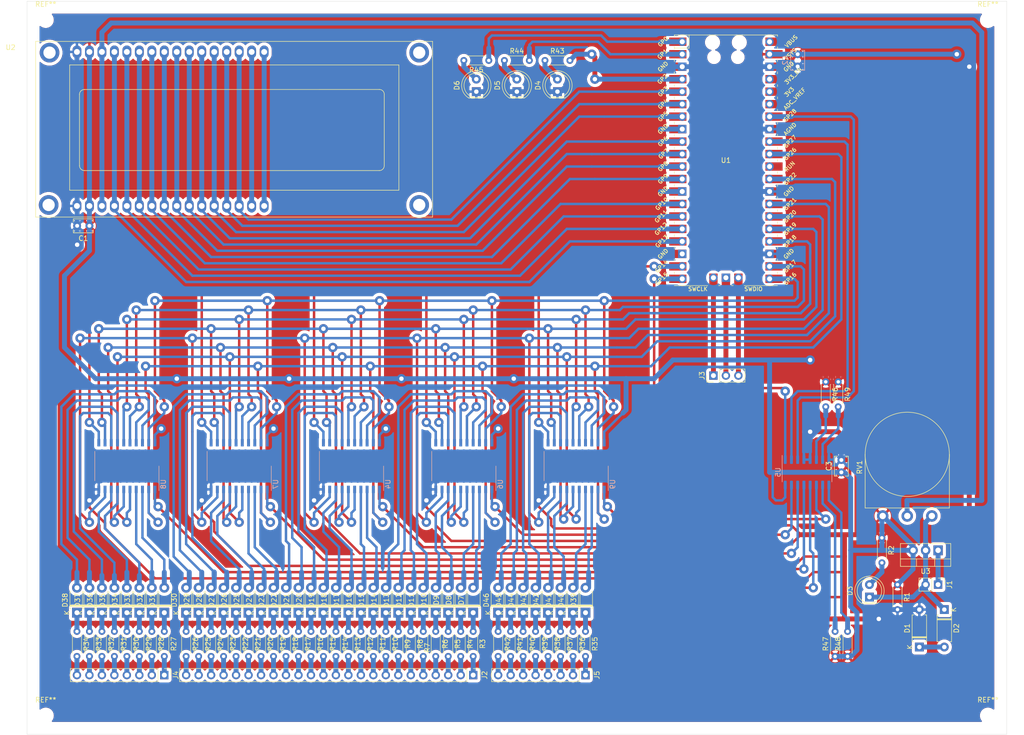
<source format=kicad_pcb>
(kicad_pcb (version 20171130) (host pcbnew "(5.1.10)-1")
  (layers (0 F.Cu signal) (31 B.Cu signal) (34 B.Paste user) (35 F.Paste user) (36 B.SilkS user) (37 F.SilkS user) (38 B.Mask user) (39 F.Mask user) (44 Edge.Cuts user))
  (net 0 "")
  (net 1 /5V)
  (net 2 /1.6V)
  (net 3 "Net-(D1-Pad1)")
  (net 4 /0V)
  (net 5 +12V)
  (net 6 "Net-(U2-Pad15)")
  (net 7 "Net-(U2-Pad16)")
  (net 8 "Net-(U1-Pad30)")
  (net 9 "Net-(U1-Pad35)")
  (net 10 "Net-(U1-Pad36)")
  (net 11 "Net-(U1-Pad37)")
  (net 12 "Net-(U1-Pad40)")
  (net 13 "Net-(U1-Pad18)")
  (net 14 "Net-(U1-Pad13)")
  (net 15 "Net-(U1-Pad8)")
  (net 16 "Net-(J2-Pad16)")
  (net 17 "Net-(J2-Pad15)")
  (net 18 "Net-(J2-Pad14)")
  (net 19 "Net-(J2-Pad13)")
  (net 20 "Net-(J2-Pad12)")
  (net 21 "Net-(J2-Pad11)")
  (net 22 "Net-(J2-Pad10)")
  (net 23 "Net-(J2-Pad9)")
  (net 24 "Net-(J2-Pad8)")
  (net 25 "Net-(J2-Pad7)")
  (net 26 "Net-(J2-Pad6)")
  (net 27 "Net-(J2-Pad5)")
  (net 28 "Net-(J2-Pad4)")
  (net 29 "Net-(J2-Pad3)")
  (net 30 "Net-(J2-Pad2)")
  (net 31 "Net-(J2-Pad1)")
  (net 32 "Net-(J3-Pad3)")
  (net 33 "Net-(J3-Pad2)")
  (net 34 "Net-(J3-Pad1)")
  (net 35 "Net-(D3-Pad2)")
  (net 36 "Net-(J2-Pad24)")
  (net 37 "Net-(J2-Pad23)")
  (net 38 "Net-(J2-Pad22)")
  (net 39 "Net-(J2-Pad21)")
  (net 40 "Net-(J2-Pad20)")
  (net 41 "Net-(J2-Pad19)")
  (net 42 "Net-(J2-Pad18)")
  (net 43 "Net-(J2-Pad17)")
  (net 44 /L0)
  (net 45 /L1)
  (net 46 /L2)
  (net 47 /L3)
  (net 48 /L4)
  (net 49 /L5)
  (net 50 /L6)
  (net 51 /L7)
  (net 52 /CS1)
  (net 53 /CS2)
  (net 54 /DB7)
  (net 55 /DB6)
  (net 56 /DB5)
  (net 57 /DB4)
  (net 58 /DB3)
  (net 59 /DB2)
  (net 60 /DB1)
  (net 61 /DB0)
  (net 62 /CS0)
  (net 63 /CE1)
  (net 64 /CE0)
  (net 65 /CE2)
  (net 66 /CE3)
  (net 67 /P1)
  (net 68 /P2)
  (net 69 /P3)
  (net 70 /P4)
  (net 71 /P5)
  (net 72 /P6)
  (net 73 /P7)
  (net 74 /P8)
  (net 75 /P9)
  (net 76 /P10)
  (net 77 /P11)
  (net 78 /P12)
  (net 79 /P13)
  (net 80 /P14)
  (net 81 /P15)
  (net 82 /P16)
  (net 83 /P17)
  (net 84 /P18)
  (net 85 /P19)
  (net 86 /P20)
  (net 87 /P21)
  (net 88 /P22)
  (net 89 /P23)
  (net 90 /P24)
  (net 91 /P25)
  (net 92 /P26)
  (net 93 /P27)
  (net 94 /P28)
  (net 95 /P29)
  (net 96 /P30)
  (net 97 /P31)
  (net 98 /P32)
  (net 99 /RS)
  (net 100 /RW)
  (net 101 /E)
  (net 102 /LE)
  (net 103 "Net-(J4-Pad8)")
  (net 104 "Net-(J4-Pad7)")
  (net 105 "Net-(J4-Pad6)")
  (net 106 "Net-(J4-Pad5)")
  (net 107 "Net-(J4-Pad4)")
  (net 108 "Net-(J4-Pad3)")
  (net 109 "Net-(J4-Pad2)")
  (net 110 "Net-(J4-Pad1)")
  (net 111 "Net-(J5-Pad8)")
  (net 112 "Net-(J5-Pad7)")
  (net 113 "Net-(J5-Pad6)")
  (net 114 "Net-(J5-Pad5)")
  (net 115 "Net-(J5-Pad4)")
  (net 116 "Net-(J5-Pad3)")
  (net 117 "Net-(J5-Pad2)")
  (net 118 "Net-(J5-Pad1)")
  (net 119 /P34)
  (net 120 /P35)
  (net 121 /P36)
  (net 122 /P37)
  (net 123 /P38)
  (net 124 /P39)
  (net 125 /P40)
  (net 126 /CE4)
  (net 127 /P33)
  (net 128 /V0)
  (net 129 "Net-(D4-Pad2)")
  (net 130 "Net-(D5-Pad2)")
  (net 131 "Net-(D6-Pad2)")
  (net 132 "Net-(R43-Pad2)")
  (net 133 "Net-(R44-Pad2)")
  (net 134 "Net-(R45-Pad1)")
  (net 135 "Net-(D7-Pad1)")
  (net 136 "Net-(D8-Pad1)")
  (net 137 "Net-(D9-Pad1)")
  (net 138 "Net-(D10-Pad1)")
  (net 139 "Net-(D11-Pad1)")
  (net 140 "Net-(D12-Pad1)")
  (net 141 "Net-(D13-Pad1)")
  (net 142 "Net-(D14-Pad1)")
  (net 143 "Net-(D15-Pad1)")
  (net 144 "Net-(D16-Pad1)")
  (net 145 "Net-(D17-Pad1)")
  (net 146 "Net-(D18-Pad1)")
  (net 147 "Net-(D19-Pad1)")
  (net 148 "Net-(D20-Pad1)")
  (net 149 "Net-(D21-Pad1)")
  (net 150 "Net-(D22-Pad1)")
  (net 151 "Net-(D23-Pad1)")
  (net 152 "Net-(D24-Pad1)")
  (net 153 "Net-(D25-Pad1)")
  (net 154 "Net-(D26-Pad1)")
  (net 155 "Net-(D27-Pad1)")
  (net 156 "Net-(D28-Pad1)")
  (net 157 "Net-(D29-Pad1)")
  (net 158 "Net-(D30-Pad1)")
  (net 159 "Net-(D31-Pad1)")
  (net 160 "Net-(D32-Pad1)")
  (net 161 "Net-(D33-Pad1)")
  (net 162 "Net-(D34-Pad1)")
  (net 163 "Net-(D35-Pad1)")
  (net 164 "Net-(D36-Pad1)")
  (net 165 "Net-(D37-Pad1)")
  (net 166 "Net-(D38-Pad1)")
  (net 167 "Net-(D39-Pad1)")
  (net 168 "Net-(D40-Pad1)")
  (net 169 "Net-(D41-Pad1)")
  (net 170 "Net-(D42-Pad1)")
  (net 171 "Net-(D43-Pad1)")
  (net 172 "Net-(D44-Pad1)")
  (net 173 "Net-(D45-Pad1)")
  (net 174 "Net-(D46-Pad1)")
  (net 175 /DET3)
  (net 176 /CE5)
  (net 177 /CE6)
  (net 178 /CE7)
  (module Resistor_THT:R_Axial_DIN0204_L3.6mm_D1.6mm_P5.08mm_Horizontal (layer F.Cu) (at 211.455 92.075 270)
    (fp_text reference R49 (at 2.54 -1.92 90) (layer F.SilkS))
    (fp_text value R)
    (pad 2 thru_hole oval (at 5.08 0 270) (size 1.4 1.4) (drill 0.7) (layers *.Cu *.Mask) (net 178 /CE7))
    (pad 1 thru_hole circle (at 0 0 270) (size 1.4 1.4) (drill 0.7) (layers *.Cu *.Mask) (net 1 /5V))
  )
  (module Resistor_THT:R_Axial_DIN0204_L3.6mm_D1.6mm_P5.08mm_Horizontal (layer F.Cu) (at 213.36 147.955 90)
    (fp_text reference R48 (at 2.54 -1.92 90) (layer F.SilkS))
    (fp_text value R)
    (pad 2 thru_hole oval (at 5.08 0 90) (size 1.4 1.4) (drill 0.7) (layers *.Cu *.Mask) (net 177 /CE6))
    (pad 1 thru_hole circle (at 0 0 90) (size 1.4 1.4) (drill 0.7) (layers *.Cu *.Mask) (net 1 /5V))
  )
  (module Resistor_THT:R_Axial_DIN0204_L3.6mm_D1.6mm_P5.08mm_Horizontal (layer F.Cu) (at 210.82 147.955 90)
    (fp_text reference R47 (at 2.54 -1.92 90) (layer F.SilkS))
    (fp_text value R)
    (pad 2 thru_hole oval (at 5.08 0 90) (size 1.4 1.4) (drill 0.7) (layers *.Cu *.Mask) (net 176 /CE5))
    (pad 1 thru_hole circle (at 0 0 90) (size 1.4 1.4) (drill 0.7) (layers *.Cu *.Mask) (net 1 /5V))
  )
  (module Resistor_THT:R_Axial_DIN0204_L3.6mm_D1.6mm_P5.08mm_Horizontal (layer F.Cu) (at 208.915 92.075 270)
    (fp_text reference R46 (at 2.54 -1.92 90) (layer F.SilkS))
    (fp_text value R)
    (pad 2 thru_hole oval (at 5.08 0 270) (size 1.4 1.4) (drill 0.7) (layers *.Cu *.Mask) (net 175 /DET3))
    (pad 1 thru_hole circle (at 0 0 270) (size 1.4 1.4) (drill 0.7) (layers *.Cu *.Mask) (net 1 /5V))
  )
  (module "Microtips LCD:NMTC-S16205" (layer F.Cu) (at 81.534 21.082)
    (fp_text reference U2 (at -38.53 2.94 180) (layer F.SilkS))
    (fp_text value RC1602A)
    (pad 5 thru_hole oval (at -14.86 35.203 180) (size 1.8 2.6) (drill 1.2) (layers *.Cu *.Mask) (net 100 /RW))
    (pad 14 thru_hole oval (at 8 35.203 180) (size 1.8 2.6) (drill 1.2) (layers *.Cu *.Mask) (net 54 /DB7))
    (pad 13 thru_hole oval (at 5.46508 35.20554 180) (size 1.8 2.6) (drill 1.2) (layers *.Cu *.Mask) (net 55 /DB6))
    (pad 15 thru_hole oval (at 10.54 35.203 180) (size 1.8 2.6) (drill 1.2) (layers *.Cu *.Mask) (net 6 "Net-(U2-Pad15)"))
    (pad 2 thru_hole oval (at -22.48 35.203 180) (size 1.8 2.6) (drill 1.2) (layers *.Cu *.Mask) (net 1 /5V))
    (pad 8 thru_hole oval (at -7.24 35.203 180) (size 1.8 2.6) (drill 1.2) (layers *.Cu *.Mask) (net 60 /DB1))
    (pad 3 thru_hole oval (at -19.94 35.203 180) (size 1.8 2.6) (drill 1.2) (layers *.Cu *.Mask) (net 128 /V0))
    (pad 16 thru_hole oval (at 13.08508 35.20554 180) (size 1.8 2.6) (drill 1.2) (layers *.Cu *.Mask) (net 7 "Net-(U2-Pad16)"))
    (pad 9 thru_hole oval (at -4.7 35.203 180) (size 1.8 2.6) (drill 1.2) (layers *.Cu *.Mask) (net 59 /DB2))
    (pad 6 thru_hole oval (at -12.32 35.203 180) (size 1.8 2.6) (drill 1.2) (layers *.Cu *.Mask) (net 101 /E))
    (pad 1 thru_hole oval (at -25.02 35.203 180) (size 1.8 2.6) (drill 1.2) (layers *.Cu *.Mask) (net 2 /1.6V))
    (pad 4 thru_hole oval (at -17.4 35.203 180) (size 1.8 2.6) (drill 1.2) (layers *.Cu *.Mask) (net 99 /RS))
    (pad 12 thru_hole oval (at 2.92 35.203 180) (size 1.8 2.6) (drill 1.2) (layers *.Cu *.Mask) (net 56 /DB5))
    (pad 11 thru_hole oval (at 0.38 35.203 180) (size 1.8 2.6) (drill 1.2) (layers *.Cu *.Mask) (net 57 /DB4))
    (pad 7 thru_hole oval (at -9.78 35.203 180) (size 1.8 2.6) (drill 1.2) (layers *.Cu *.Mask) (net 61 /DB0))
    (pad 10 thru_hole oval (at -2.16 35.203 180) (size 1.8 2.6) (drill 1.2) (layers *.Cu *.Mask) (net 58 /DB3))
    (pad "" thru_hole circle (at -30.6 4 180) (size 4 4) (drill 2.5) (layers *.Cu *.Mask))
    (pad "" thru_hole circle (at -30.78 35 180) (size 4 4) (drill 2.5) (layers *.Cu *.Mask))
    (pad "" thru_hole circle (at 44.64 35 180) (size 4 4) (drill 2.5) (layers *.Cu *.Mask))
    (pad "" thru_hole circle (at 44.64 4 180) (size 4 4) (drill 2.5) (layers *.Cu *.Mask))
    (pad 16 thru_hole oval (at 13.08508 3.85254 180) (size 1.8 2.6) (drill 1.2) (layers *.Cu *.Mask) (net 7 "Net-(U2-Pad16)"))
    (pad 15 thru_hole oval (at 10.54 3.85 180) (size 1.8 2.6) (drill 1.2) (layers *.Cu *.Mask) (net 6 "Net-(U2-Pad15)"))
    (pad 14 thru_hole oval (at 8 3.85 180) (size 1.8 2.6) (drill 1.2) (layers *.Cu *.Mask) (net 54 /DB7))
    (pad 13 thru_hole oval (at 5.46508 3.85254 180) (size 1.8 2.6) (drill 1.2) (layers *.Cu *.Mask) (net 55 /DB6))
    (pad 12 thru_hole oval (at 2.92 3.85 180) (size 1.8 2.6) (drill 1.2) (layers *.Cu *.Mask) (net 56 /DB5))
    (pad 11 thru_hole oval (at 0.38 3.85 180) (size 1.8 2.6) (drill 1.2) (layers *.Cu *.Mask) (net 57 /DB4))
    (pad 10 thru_hole oval (at -2.16 3.85 180) (size 1.8 2.6) (drill 1.2) (layers *.Cu *.Mask) (net 58 /DB3))
    (pad 9 thru_hole oval (at -4.7 3.85 180) (size 1.8 2.6) (drill 1.2) (layers *.Cu *.Mask) (net 59 /DB2))
    (pad 8 thru_hole oval (at -7.24 3.85 180) (size 1.8 2.6) (drill 1.2) (layers *.Cu *.Mask) (net 60 /DB1))
    (pad 7 thru_hole oval (at -9.78 3.85 180) (size 1.8 2.6) (drill 1.2) (layers *.Cu *.Mask) (net 61 /DB0))
    (pad 6 thru_hole oval (at -12.32 3.85 180) (size 1.8 2.6) (drill 1.2) (layers *.Cu *.Mask) (net 101 /E))
    (pad 5 thru_hole oval (at -14.86 3.85 180) (size 1.8 2.6) (drill 1.2) (layers *.Cu *.Mask) (net 100 /RW))
    (pad 4 thru_hole oval (at -17.4 3.85 180) (size 1.8 2.6) (drill 1.2) (layers *.Cu *.Mask) (net 99 /RS))
    (pad 3 thru_hole oval (at -19.94 3.85 180) (size 1.8 2.6) (drill 1.2) (layers *.Cu *.Mask) (net 128 /V0))
    (pad 2 thru_hole oval (at -22.48 3.85 180) (size 1.8 2.6) (drill 1.2) (layers *.Cu *.Mask) (net 1 /5V))
    (pad 1 thru_hole oval (at -25.02 3.85 180) (size 1.8 2.6) (drill 1.2) (layers *.Cu *.Mask) (net 2 /1.6V))
  )
  (module MountingHole:MountingHole_2mm (layer F.Cu) (at 241.935 160.02)
    (fp_text reference REF** (at 0 -3.2) (layer F.SilkS))
    (fp_text value MountingHole_2mm)
    (pad "" np_thru_hole circle (at 0 0) (size 2 2) (drill 2) (layers *.Cu *.Mask))
  )
  (module MountingHole:MountingHole_2mm (layer F.Cu) (at 50.165 160.02)
    (fp_text reference REF** (at 0 -3.2) (layer F.SilkS))
    (fp_text value MountingHole_2mm)
    (pad "" np_thru_hole circle (at 0 0) (size 2 2) (drill 2) (layers *.Cu *.Mask))
  )
  (module MountingHole:MountingHole_2mm (layer F.Cu) (at 50.165 18.415)
    (fp_text reference REF** (at 0 -3.2) (layer F.SilkS))
    (fp_text value MountingHole_2mm)
    (pad "" np_thru_hole circle (at 0 0) (size 2 2) (drill 2) (layers *.Cu *.Mask))
  )
  (module MountingHole:MountingHole_2mm (layer F.Cu) (at 241.935 18.415)
    (fp_text reference REF** (at 0 -3.2) (layer F.SilkS))
    (fp_text value MountingHole_2mm)
    (pad "" np_thru_hole circle (at 0 0) (size 2 2) (drill 2) (layers *.Cu *.Mask))
  )
  (module Diode_THT:D_T-1_P5.08mm_Horizontal (layer F.Cu) (at 142.24 139.065 90)
    (fp_text reference D46 (at 2.54 -2.42 90) (layer F.SilkS))
    (fp_text value 1N4148)
    (fp_text user K (at 0 -2 90) (layer F.SilkS))
    (pad 2 thru_hole oval (at 5.08 0 90) (size 2 2) (drill 1) (layers *.Cu *.Mask) (net 125 /P40))
    (pad 1 thru_hole rect (at 0 0 90) (size 2 2) (drill 1) (layers *.Cu *.Mask) (net 174 "Net-(D46-Pad1)"))
  )
  (module Diode_THT:D_T-1_P5.08mm_Horizontal (layer F.Cu) (at 144.78 139.065 90)
    (fp_text reference D45 (at 2.54 -2.42 90) (layer F.SilkS))
    (fp_text value 1N4148)
    (fp_text user K (at 0 -2 90) (layer F.SilkS))
    (pad 2 thru_hole oval (at 5.08 0 90) (size 2 2) (drill 1) (layers *.Cu *.Mask) (net 124 /P39))
    (pad 1 thru_hole rect (at 0 0 90) (size 2 2) (drill 1) (layers *.Cu *.Mask) (net 173 "Net-(D45-Pad1)"))
  )
  (module Diode_THT:D_T-1_P5.08mm_Horizontal (layer F.Cu) (at 147.32 139.065 90)
    (fp_text reference D44 (at 2.54 -2.42 90) (layer F.SilkS))
    (fp_text value 1N4148)
    (fp_text user K (at 0 -2 90) (layer F.SilkS))
    (pad 2 thru_hole oval (at 5.08 0 90) (size 2 2) (drill 1) (layers *.Cu *.Mask) (net 123 /P38))
    (pad 1 thru_hole rect (at 0 0 90) (size 2 2) (drill 1) (layers *.Cu *.Mask) (net 172 "Net-(D44-Pad1)"))
  )
  (module Diode_THT:D_T-1_P5.08mm_Horizontal (layer F.Cu) (at 149.86 139.065 90)
    (fp_text reference D43 (at 2.54 -2.42 90) (layer F.SilkS))
    (fp_text value 1N4148)
    (fp_text user K (at 0 -2 90) (layer F.SilkS))
    (pad 2 thru_hole oval (at 5.08 0 90) (size 2 2) (drill 1) (layers *.Cu *.Mask) (net 122 /P37))
    (pad 1 thru_hole rect (at 0 0 90) (size 2 2) (drill 1) (layers *.Cu *.Mask) (net 171 "Net-(D43-Pad1)"))
  )
  (module Diode_THT:D_T-1_P5.08mm_Horizontal (layer F.Cu) (at 152.4 139.065 90)
    (fp_text reference D42 (at 2.54 -2.42 90) (layer F.SilkS))
    (fp_text value 1N4148)
    (fp_text user K (at 0 -2 90) (layer F.SilkS))
    (pad 2 thru_hole oval (at 5.08 0 90) (size 2 2) (drill 1) (layers *.Cu *.Mask) (net 121 /P36))
    (pad 1 thru_hole rect (at 0 0 90) (size 2 2) (drill 1) (layers *.Cu *.Mask) (net 170 "Net-(D42-Pad1)"))
  )
  (module Diode_THT:D_T-1_P5.08mm_Horizontal (layer F.Cu) (at 154.94 139.065 90)
    (fp_text reference D41 (at 2.54 -2.42 90) (layer F.SilkS))
    (fp_text value 1N4148)
    (fp_text user K (at 0 -2 90) (layer F.SilkS))
    (pad 2 thru_hole oval (at 5.08 0 90) (size 2 2) (drill 1) (layers *.Cu *.Mask) (net 120 /P35))
    (pad 1 thru_hole rect (at 0 0 90) (size 2 2) (drill 1) (layers *.Cu *.Mask) (net 169 "Net-(D41-Pad1)"))
  )
  (module Diode_THT:D_T-1_P5.08mm_Horizontal (layer F.Cu) (at 157.48 139.065 90)
    (fp_text reference D40 (at 2.54 -2.42 90) (layer F.SilkS))
    (fp_text value 1N4148)
    (fp_text user K (at 0 -2 90) (layer F.SilkS))
    (pad 2 thru_hole oval (at 5.08 0 90) (size 2 2) (drill 1) (layers *.Cu *.Mask) (net 119 /P34))
    (pad 1 thru_hole rect (at 0 0 90) (size 2 2) (drill 1) (layers *.Cu *.Mask) (net 168 "Net-(D40-Pad1)"))
  )
  (module Diode_THT:D_T-1_P5.08mm_Horizontal (layer F.Cu) (at 160.02 139.065 90)
    (fp_text reference D39 (at 2.54 -2.42 90) (layer F.SilkS))
    (fp_text value 1N4148)
    (fp_text user K (at 0 -2 90) (layer F.SilkS))
    (pad 2 thru_hole oval (at 5.08 0 90) (size 2 2) (drill 1) (layers *.Cu *.Mask) (net 127 /P33))
    (pad 1 thru_hole rect (at 0 0 90) (size 2 2) (drill 1) (layers *.Cu *.Mask) (net 167 "Net-(D39-Pad1)"))
  )
  (module Diode_THT:D_T-1_P5.08mm_Horizontal (layer F.Cu) (at 56.515 139.065 90)
    (fp_text reference D38 (at 2.54 -2.42 90) (layer F.SilkS))
    (fp_text value 1N4148)
    (fp_text user K (at 0 -2 90) (layer F.SilkS))
    (pad 2 thru_hole oval (at 5.08 0 90) (size 2 2) (drill 1) (layers *.Cu *.Mask) (net 98 /P32))
    (pad 1 thru_hole rect (at 0 0 90) (size 2 2) (drill 1) (layers *.Cu *.Mask) (net 166 "Net-(D38-Pad1)"))
  )
  (module Diode_THT:D_T-1_P5.08mm_Horizontal (layer F.Cu) (at 59.055 139.065 90)
    (fp_text reference D37 (at 2.54 -2.42 90) (layer F.SilkS))
    (fp_text value 1N4148)
    (fp_text user K (at 0 -2 90) (layer F.SilkS))
    (pad 2 thru_hole oval (at 5.08 0 90) (size 2 2) (drill 1) (layers *.Cu *.Mask) (net 97 /P31))
    (pad 1 thru_hole rect (at 0 0 90) (size 2 2) (drill 1) (layers *.Cu *.Mask) (net 165 "Net-(D37-Pad1)"))
  )
  (module Diode_THT:D_T-1_P5.08mm_Horizontal (layer F.Cu) (at 61.595 139.065 90)
    (fp_text reference D36 (at 2.54 -2.42 90) (layer F.SilkS))
    (fp_text value 1N4148)
    (fp_text user K (at 0 -2 90) (layer F.SilkS))
    (pad 2 thru_hole oval (at 5.08 0 90) (size 2 2) (drill 1) (layers *.Cu *.Mask) (net 96 /P30))
    (pad 1 thru_hole rect (at 0 0 90) (size 2 2) (drill 1) (layers *.Cu *.Mask) (net 164 "Net-(D36-Pad1)"))
  )
  (module Diode_THT:D_T-1_P5.08mm_Horizontal (layer F.Cu) (at 64.135 139.065 90)
    (fp_text reference D35 (at 2.54 -2.42 90) (layer F.SilkS))
    (fp_text value 1N4148)
    (fp_text user K (at 0 -2 90) (layer F.SilkS))
    (pad 2 thru_hole oval (at 5.08 0 90) (size 2 2) (drill 1) (layers *.Cu *.Mask) (net 95 /P29))
    (pad 1 thru_hole rect (at 0 0 90) (size 2 2) (drill 1) (layers *.Cu *.Mask) (net 163 "Net-(D35-Pad1)"))
  )
  (module Diode_THT:D_T-1_P5.08mm_Horizontal (layer F.Cu) (at 66.675 139.065 90)
    (fp_text reference D34 (at 2.54 -2.42 90) (layer F.SilkS))
    (fp_text value 1N4148)
    (fp_text user K (at 0 -2 90) (layer F.SilkS))
    (pad 2 thru_hole oval (at 5.08 0 90) (size 2 2) (drill 1) (layers *.Cu *.Mask) (net 94 /P28))
    (pad 1 thru_hole rect (at 0 0 90) (size 2 2) (drill 1) (layers *.Cu *.Mask) (net 162 "Net-(D34-Pad1)"))
  )
  (module Diode_THT:D_T-1_P5.08mm_Horizontal (layer F.Cu) (at 69.215 139.065 90)
    (fp_text reference D33 (at 2.54 -2.42 90) (layer F.SilkS))
    (fp_text value 1N4148)
    (fp_text user K (at 0 -2 90) (layer F.SilkS))
    (pad 2 thru_hole oval (at 5.08 0 90) (size 2 2) (drill 1) (layers *.Cu *.Mask) (net 93 /P27))
    (pad 1 thru_hole rect (at 0 0 90) (size 2 2) (drill 1) (layers *.Cu *.Mask) (net 161 "Net-(D33-Pad1)"))
  )
  (module Diode_THT:D_T-1_P5.08mm_Horizontal (layer F.Cu) (at 71.755 139.065 90)
    (fp_text reference D32 (at 2.54 -2.42 90) (layer F.SilkS))
    (fp_text value 1N4148)
    (fp_text user K (at 0 -2 90) (layer F.SilkS))
    (pad 2 thru_hole oval (at 5.08 0 90) (size 2 2) (drill 1) (layers *.Cu *.Mask) (net 92 /P26))
    (pad 1 thru_hole rect (at 0 0 90) (size 2 2) (drill 1) (layers *.Cu *.Mask) (net 160 "Net-(D32-Pad1)"))
  )
  (module Diode_THT:D_T-1_P5.08mm_Horizontal (layer F.Cu) (at 74.295 139.065 90)
    (fp_text reference D31 (at 2.54 -2.42 90) (layer F.SilkS))
    (fp_text value 1N4148)
    (fp_text user K (at 0 -2 90) (layer F.SilkS))
    (pad 2 thru_hole oval (at 5.08 0 90) (size 2 2) (drill 1) (layers *.Cu *.Mask) (net 91 /P25))
    (pad 1 thru_hole rect (at 0 0 90) (size 2 2) (drill 1) (layers *.Cu *.Mask) (net 159 "Net-(D31-Pad1)"))
  )
  (module Diode_THT:D_T-1_P5.08mm_Horizontal (layer F.Cu) (at 78.74 139.065 90)
    (fp_text reference D30 (at 2.54 -2.42 90) (layer F.SilkS))
    (fp_text value 1N4148)
    (fp_text user K (at 0 -2 90) (layer F.SilkS))
    (pad 2 thru_hole oval (at 5.08 0 90) (size 2 2) (drill 1) (layers *.Cu *.Mask) (net 90 /P24))
    (pad 1 thru_hole rect (at 0 0 90) (size 2 2) (drill 1) (layers *.Cu *.Mask) (net 158 "Net-(D30-Pad1)"))
  )
  (module Diode_THT:D_T-1_P5.08mm_Horizontal (layer F.Cu) (at 81.28 139.065 90)
    (fp_text reference D29 (at 2.54 -2.42 90) (layer F.SilkS))
    (fp_text value 1N4148)
    (fp_text user K (at 0 -2 90) (layer F.SilkS))
    (pad 2 thru_hole oval (at 5.08 0 90) (size 2 2) (drill 1) (layers *.Cu *.Mask) (net 89 /P23))
    (pad 1 thru_hole rect (at 0 0 90) (size 2 2) (drill 1) (layers *.Cu *.Mask) (net 157 "Net-(D29-Pad1)"))
  )
  (module Diode_THT:D_T-1_P5.08mm_Horizontal (layer F.Cu) (at 83.82 139.065 90)
    (fp_text reference D28 (at 2.54 -2.42 90) (layer F.SilkS))
    (fp_text value 1N4148)
    (fp_text user K (at 0 -2 90) (layer F.SilkS))
    (pad 2 thru_hole oval (at 5.08 0 90) (size 2 2) (drill 1) (layers *.Cu *.Mask) (net 88 /P22))
    (pad 1 thru_hole rect (at 0 0 90) (size 2 2) (drill 1) (layers *.Cu *.Mask) (net 156 "Net-(D28-Pad1)"))
  )
  (module Diode_THT:D_T-1_P5.08mm_Horizontal (layer F.Cu) (at 86.36 139.065 90)
    (fp_text reference D27 (at 2.54 -2.42 90) (layer F.SilkS))
    (fp_text value 1N4148)
    (fp_text user K (at 0 -2 90) (layer F.SilkS))
    (pad 2 thru_hole oval (at 5.08 0 90) (size 2 2) (drill 1) (layers *.Cu *.Mask) (net 87 /P21))
    (pad 1 thru_hole rect (at 0 0 90) (size 2 2) (drill 1) (layers *.Cu *.Mask) (net 155 "Net-(D27-Pad1)"))
  )
  (module Diode_THT:D_T-1_P5.08mm_Horizontal (layer F.Cu) (at 88.9 139.065 90)
    (fp_text reference D26 (at 2.54 -2.42 90) (layer F.SilkS))
    (fp_text value 1N4148)
    (fp_text user K (at 0 -2 90) (layer F.SilkS))
    (pad 2 thru_hole oval (at 5.08 0 90) (size 2 2) (drill 1) (layers *.Cu *.Mask) (net 86 /P20))
    (pad 1 thru_hole rect (at 0 0 90) (size 2 2) (drill 1) (layers *.Cu *.Mask) (net 154 "Net-(D26-Pad1)"))
  )
  (module Diode_THT:D_T-1_P5.08mm_Horizontal (layer F.Cu) (at 91.44 139.065 90)
    (fp_text reference D25 (at 2.54 -2.42 90) (layer F.SilkS))
    (fp_text value 1N4148)
    (fp_text user K (at 0 -2 90) (layer F.SilkS))
    (pad 2 thru_hole oval (at 5.08 0 90) (size 2 2) (drill 1) (layers *.Cu *.Mask) (net 85 /P19))
    (pad 1 thru_hole rect (at 0 0 90) (size 2 2) (drill 1) (layers *.Cu *.Mask) (net 153 "Net-(D25-Pad1)"))
  )
  (module Diode_THT:D_T-1_P5.08mm_Horizontal (layer F.Cu) (at 93.98 139.065 90)
    (fp_text reference D24 (at 2.54 -2.42 90) (layer F.SilkS))
    (fp_text value 1N4148)
    (fp_text user K (at 0 -2 90) (layer F.SilkS))
    (pad 2 thru_hole oval (at 5.08 0 90) (size 2 2) (drill 1) (layers *.Cu *.Mask) (net 84 /P18))
    (pad 1 thru_hole rect (at 0 0 90) (size 2 2) (drill 1) (layers *.Cu *.Mask) (net 152 "Net-(D24-Pad1)"))
  )
  (module Diode_THT:D_T-1_P5.08mm_Horizontal (layer F.Cu) (at 96.52 139.065 90)
    (fp_text reference D23 (at 2.54 -2.42 90) (layer F.SilkS))
    (fp_text value 1N4148)
    (fp_text user K (at 0 -2 90) (layer F.SilkS))
    (pad 2 thru_hole oval (at 5.08 0 90) (size 2 2) (drill 1) (layers *.Cu *.Mask) (net 83 /P17))
    (pad 1 thru_hole rect (at 0 0 90) (size 2 2) (drill 1) (layers *.Cu *.Mask) (net 151 "Net-(D23-Pad1)"))
  )
  (module Diode_THT:D_T-1_P5.08mm_Horizontal (layer F.Cu) (at 99.06 139.065 90)
    (fp_text reference D22 (at 2.54 -2.42 90) (layer F.SilkS))
    (fp_text value 1N4148)
    (fp_text user K (at 0 -2 90) (layer F.SilkS))
    (pad 2 thru_hole oval (at 5.08 0 90) (size 2 2) (drill 1) (layers *.Cu *.Mask) (net 82 /P16))
    (pad 1 thru_hole rect (at 0 0 90) (size 2 2) (drill 1) (layers *.Cu *.Mask) (net 150 "Net-(D22-Pad1)"))
  )
  (module Diode_THT:D_T-1_P5.08mm_Horizontal (layer F.Cu) (at 101.6 139.065 90)
    (fp_text reference D21 (at 2.54 -2.42 90) (layer F.SilkS))
    (fp_text value 1N4148)
    (fp_text user K (at 0 -2 90) (layer F.SilkS))
    (pad 2 thru_hole oval (at 5.08 0 90) (size 2 2) (drill 1) (layers *.Cu *.Mask) (net 81 /P15))
    (pad 1 thru_hole rect (at 0 0 90) (size 2 2) (drill 1) (layers *.Cu *.Mask) (net 149 "Net-(D21-Pad1)"))
  )
  (module Diode_THT:D_T-1_P5.08mm_Horizontal (layer F.Cu) (at 104.14 139.065 90)
    (fp_text reference D20 (at 2.54 -2.42 90) (layer F.SilkS))
    (fp_text value 1N4148)
    (fp_text user K (at 0 -2 90) (layer F.SilkS))
    (pad 2 thru_hole oval (at 5.08 0 90) (size 2 2) (drill 1) (layers *.Cu *.Mask) (net 80 /P14))
    (pad 1 thru_hole rect (at 0 0 90) (size 2 2) (drill 1) (layers *.Cu *.Mask) (net 148 "Net-(D20-Pad1)"))
  )
  (module Diode_THT:D_T-1_P5.08mm_Horizontal (layer F.Cu) (at 106.68 139.065 90)
    (fp_text reference D19 (at 2.54 -2.42 90) (layer F.SilkS))
    (fp_text value 1N4148)
    (fp_text user K (at 0 -2 90) (layer F.SilkS))
    (pad 2 thru_hole oval (at 5.08 0 90) (size 2 2) (drill 1) (layers *.Cu *.Mask) (net 79 /P13))
    (pad 1 thru_hole rect (at 0 0 90) (size 2 2) (drill 1) (layers *.Cu *.Mask) (net 147 "Net-(D19-Pad1)"))
  )
  (module Diode_THT:D_T-1_P5.08mm_Horizontal (layer F.Cu) (at 109.22 139.065 90)
    (fp_text reference D18 (at 2.54 -2.42 90) (layer F.SilkS))
    (fp_text value 1N4148)
    (fp_text user K (at 0 -2 90) (layer F.SilkS))
    (pad 2 thru_hole oval (at 5.08 0 90) (size 2 2) (drill 1) (layers *.Cu *.Mask) (net 78 /P12))
    (pad 1 thru_hole rect (at 0 0 90) (size 2 2) (drill 1) (layers *.Cu *.Mask) (net 146 "Net-(D18-Pad1)"))
  )
  (module Diode_THT:D_T-1_P5.08mm_Horizontal (layer F.Cu) (at 111.76 139.065 90)
    (fp_text reference D17 (at 2.54 -2.42 90) (layer F.SilkS))
    (fp_text value 1N4148)
    (fp_text user K (at 0 -2 90) (layer F.SilkS))
    (pad 2 thru_hole oval (at 5.08 0 90) (size 2 2) (drill 1) (layers *.Cu *.Mask) (net 77 /P11))
    (pad 1 thru_hole rect (at 0 0 90) (size 2 2) (drill 1) (layers *.Cu *.Mask) (net 145 "Net-(D17-Pad1)"))
  )
  (module Diode_THT:D_T-1_P5.08mm_Horizontal (layer F.Cu) (at 114.3 139.065 90)
    (fp_text reference D16 (at 2.54 -2.42 90) (layer F.SilkS))
    (fp_text value 1N4148)
    (fp_text user K (at 0 -2 90) (layer F.SilkS))
    (pad 2 thru_hole oval (at 5.08 0 90) (size 2 2) (drill 1) (layers *.Cu *.Mask) (net 76 /P10))
    (pad 1 thru_hole rect (at 0 0 90) (size 2 2) (drill 1) (layers *.Cu *.Mask) (net 144 "Net-(D16-Pad1)"))
  )
  (module Diode_THT:D_T-1_P5.08mm_Horizontal (layer F.Cu) (at 116.84 139.065 90)
    (fp_text reference D15 (at 2.54 -2.42 90) (layer F.SilkS))
    (fp_text value 1N4148)
    (fp_text user K (at 0 -2 90) (layer F.SilkS))
    (pad 2 thru_hole oval (at 5.08 0 90) (size 2 2) (drill 1) (layers *.Cu *.Mask) (net 75 /P9))
    (pad 1 thru_hole rect (at 0 0 90) (size 2 2) (drill 1) (layers *.Cu *.Mask) (net 143 "Net-(D15-Pad1)"))
  )
  (module Diode_THT:D_T-1_P5.08mm_Horizontal (layer F.Cu) (at 119.38 139.065 90)
    (fp_text reference D14 (at 2.54 -2.42 90) (layer F.SilkS))
    (fp_text value 1N4148)
    (fp_text user K (at 0 -2 90) (layer F.SilkS))
    (pad 2 thru_hole oval (at 5.08 0 90) (size 2 2) (drill 1) (layers *.Cu *.Mask) (net 74 /P8))
    (pad 1 thru_hole rect (at 0 0 90) (size 2 2) (drill 1) (layers *.Cu *.Mask) (net 142 "Net-(D14-Pad1)"))
  )
  (module Diode_THT:D_T-1_P5.08mm_Horizontal (layer F.Cu) (at 121.92 139.065 90)
    (fp_text reference D13 (at 2.54 -2.42 90) (layer F.SilkS))
    (fp_text value 1N4148)
    (fp_text user K (at 0 -2 90) (layer F.SilkS))
    (pad 2 thru_hole oval (at 5.08 0 90) (size 2 2) (drill 1) (layers *.Cu *.Mask) (net 73 /P7))
    (pad 1 thru_hole rect (at 0 0 90) (size 2 2) (drill 1) (layers *.Cu *.Mask) (net 141 "Net-(D13-Pad1)"))
  )
  (module Diode_THT:D_T-1_P5.08mm_Horizontal (layer F.Cu) (at 124.46 139.065 90)
    (fp_text reference D12 (at 2.54 -2.42 90) (layer F.SilkS))
    (fp_text value 1N4148)
    (fp_text user K (at 0 -2 90) (layer F.SilkS))
    (pad 2 thru_hole oval (at 5.08 0 90) (size 2 2) (drill 1) (layers *.Cu *.Mask) (net 72 /P6))
    (pad 1 thru_hole rect (at 0 0 90) (size 2 2) (drill 1) (layers *.Cu *.Mask) (net 140 "Net-(D12-Pad1)"))
  )
  (module Diode_THT:D_T-1_P5.08mm_Horizontal (layer F.Cu) (at 127 139.065 90)
    (fp_text reference D11 (at 2.54 -2.42 90) (layer F.SilkS))
    (fp_text value 1N4148)
    (fp_text user K (at 0 -2 90) (layer F.SilkS))
    (pad 2 thru_hole oval (at 5.08 0 90) (size 2 2) (drill 1) (layers *.Cu *.Mask) (net 71 /P5))
    (pad 1 thru_hole rect (at 0 0 90) (size 2 2) (drill 1) (layers *.Cu *.Mask) (net 139 "Net-(D11-Pad1)"))
  )
  (module Diode_THT:D_T-1_P5.08mm_Horizontal (layer F.Cu) (at 129.54 139.065 90)
    (fp_text reference D10 (at 2.54 -2.42 90) (layer F.SilkS))
    (fp_text value 1N4148)
    (fp_text user K (at 0 -2 90) (layer F.SilkS))
    (pad 2 thru_hole oval (at 5.08 0 90) (size 2 2) (drill 1) (layers *.Cu *.Mask) (net 70 /P4))
    (pad 1 thru_hole rect (at 0 0 90) (size 2 2) (drill 1) (layers *.Cu *.Mask) (net 138 "Net-(D10-Pad1)"))
  )
  (module Diode_THT:D_T-1_P5.08mm_Horizontal (layer F.Cu) (at 132.08 139.065 90)
    (fp_text reference D9 (at 2.54 -2.42 90) (layer F.SilkS))
    (fp_text value 1N4148)
    (fp_text user K (at 0 -2 90) (layer F.SilkS))
    (pad 2 thru_hole oval (at 5.08 0 90) (size 2 2) (drill 1) (layers *.Cu *.Mask) (net 69 /P3))
    (pad 1 thru_hole rect (at 0 0 90) (size 2 2) (drill 1) (layers *.Cu *.Mask) (net 137 "Net-(D9-Pad1)"))
  )
  (module Diode_THT:D_T-1_P5.08mm_Horizontal (layer F.Cu) (at 134.62 139.065 90)
    (fp_text reference D8 (at 2.54 -2.42 90) (layer F.SilkS))
    (fp_text value 1N4148)
    (fp_text user K (at 0 -2 90) (layer F.SilkS))
    (pad 2 thru_hole oval (at 5.08 0 90) (size 2 2) (drill 1) (layers *.Cu *.Mask) (net 68 /P2))
    (pad 1 thru_hole rect (at 0 0 90) (size 2 2) (drill 1) (layers *.Cu *.Mask) (net 136 "Net-(D8-Pad1)"))
  )
  (module Diode_THT:D_T-1_P5.08mm_Horizontal (layer F.Cu) (at 137.16 139.065 90)
    (fp_text reference D7 (at 2.54 -2.42 90) (layer F.SilkS))
    (fp_text value 1N4148)
    (fp_text user K (at 0 -2 90) (layer F.SilkS))
    (pad 2 thru_hole oval (at 5.08 0 90) (size 2 2) (drill 1) (layers *.Cu *.Mask) (net 67 /P1))
    (pad 1 thru_hole rect (at 0 0 90) (size 2 2) (drill 1) (layers *.Cu *.Mask) (net 135 "Net-(D7-Pad1)"))
  )
  (module Resistor_THT:R_Axial_DIN0204_L3.6mm_D1.6mm_P5.08mm_Horizontal (layer F.Cu) (at 140.335 26.67 180)
    (fp_text reference R45 (at 2.54 -1.92) (layer F.SilkS))
    (fp_text value R)
    (pad 2 thru_hole oval (at 5.08 0 180) (size 1.4 1.4) (drill 0.7) (layers *.Cu *.Mask) (net 131 "Net-(D6-Pad2)"))
    (pad 1 thru_hole circle (at 0 0 180) (size 1.4 1.4) (drill 0.7) (layers *.Cu *.Mask) (net 134 "Net-(R45-Pad1)"))
  )
  (module Resistor_THT:R_Axial_DIN0204_L3.6mm_D1.6mm_P5.08mm_Horizontal (layer F.Cu) (at 143.51 26.67)
    (fp_text reference R44 (at 2.54 -1.92) (layer F.SilkS))
    (fp_text value R)
    (pad 2 thru_hole oval (at 5.08 0) (size 1.4 1.4) (drill 0.7) (layers *.Cu *.Mask) (net 133 "Net-(R44-Pad2)"))
    (pad 1 thru_hole circle (at 0 0) (size 1.4 1.4) (drill 0.7) (layers *.Cu *.Mask) (net 130 "Net-(D5-Pad2)"))
  )
  (module Resistor_THT:R_Axial_DIN0204_L3.6mm_D1.6mm_P5.08mm_Horizontal (layer F.Cu) (at 151.765 26.67)
    (fp_text reference R43 (at 2.54 -1.92) (layer F.SilkS))
    (fp_text value R)
    (pad 2 thru_hole oval (at 5.08 0) (size 1.4 1.4) (drill 0.7) (layers *.Cu *.Mask) (net 132 "Net-(R43-Pad2)"))
    (pad 1 thru_hole circle (at 0 0) (size 1.4 1.4) (drill 0.7) (layers *.Cu *.Mask) (net 129 "Net-(D4-Pad2)"))
  )
  (module LED_THT:LED_D5.0mm (layer F.Cu) (at 137.795 33.02 90)
    (fp_text reference D6 (at 1.27 -3.96 90) (layer F.SilkS))
    (fp_text value LED)
    (pad 2 thru_hole circle (at 2.54 0 90) (size 1.8 1.8) (drill 0.9) (layers *.Cu *.Mask) (net 131 "Net-(D6-Pad2)"))
    (pad 1 thru_hole rect (at 0 0 90) (size 1.8 1.8) (drill 0.9) (layers *.Cu *.Mask) (net 2 /1.6V))
  )
  (module LED_THT:LED_D5.0mm (layer F.Cu) (at 146.05 33.02 90)
    (fp_text reference D5 (at 1.27 -3.96 90) (layer F.SilkS))
    (fp_text value LED)
    (pad 2 thru_hole circle (at 2.54 0 90) (size 1.8 1.8) (drill 0.9) (layers *.Cu *.Mask) (net 130 "Net-(D5-Pad2)"))
    (pad 1 thru_hole rect (at 0 0 90) (size 1.8 1.8) (drill 0.9) (layers *.Cu *.Mask) (net 2 /1.6V))
  )
  (module LED_THT:LED_D5.0mm (layer F.Cu) (at 154.305 33.02 90)
    (fp_text reference D4 (at 1.27 -3.96 90) (layer F.SilkS))
    (fp_text value LED)
    (pad 2 thru_hole circle (at 2.54 0 90) (size 1.8 1.8) (drill 0.9) (layers *.Cu *.Mask) (net 129 "Net-(D4-Pad2)"))
    (pad 1 thru_hole rect (at 0 0 90) (size 1.8 1.8) (drill 0.9) (layers *.Cu *.Mask) (net 2 /1.6V))
  )
  (module Capacitor_THT:C_Disc_D3.8mm_W2.6mm_P2.50mm (layer F.Cu) (at 59.055 60.325 180)
    (fp_text reference C1 (at 1.25 -2.55) (layer F.SilkS))
    (fp_text value C)
    (pad 2 thru_hole circle (at 2.5 0 180) (size 1.6 1.6) (drill 0.8) (layers *.Cu *.Mask) (net 2 /1.6V))
    (pad 1 thru_hole circle (at 0 0 180) (size 1.6 1.6) (drill 0.8) (layers *.Cu *.Mask) (net 1 /5V))
  )
  (module Package_SO:SO-20_12.8x7.5mm_P1.27mm (layer B.Cu) (at 158.115 109.22 90)
    (fp_text reference U9 (at -3.69 7.42 90) (layer B.SilkS) (effects (justify mirror)))
    (fp_text value 74LS373)
    (pad 20 smd rect (at 4.75 5.715 90) (size 1.5 0.6) (layers B.Cu B.Paste B.Mask) (net 1 /5V))
    (pad 19 smd rect (at 4.75 4.445 90) (size 1.5 0.6) (layers B.Cu B.Paste B.Mask) (net 51 /L7))
    (pad 18 smd rect (at 4.75 3.175 90) (size 1.5 0.6) (layers B.Cu B.Paste B.Mask) (net 125 /P40))
    (pad 17 smd rect (at 4.75 1.905 90) (size 1.5 0.6) (layers B.Cu B.Paste B.Mask) (net 124 /P39))
    (pad 16 smd rect (at 4.75 0.635 90) (size 1.5 0.6) (layers B.Cu B.Paste B.Mask) (net 50 /L6))
    (pad 15 smd rect (at 4.75 -0.635 90) (size 1.5 0.6) (layers B.Cu B.Paste B.Mask) (net 49 /L5))
    (pad 14 smd rect (at 4.75 -1.905 90) (size 1.5 0.6) (layers B.Cu B.Paste B.Mask) (net 123 /P38))
    (pad 13 smd rect (at 4.75 -3.175 90) (size 1.5 0.6) (layers B.Cu B.Paste B.Mask) (net 122 /P37))
    (pad 12 smd rect (at 4.75 -4.445 90) (size 1.5 0.6) (layers B.Cu B.Paste B.Mask) (net 48 /L4))
    (pad 11 smd rect (at 4.75 -5.715 90) (size 1.5 0.6) (layers B.Cu B.Paste B.Mask) (net 102 /LE))
    (pad 10 smd rect (at -4.75 -5.715 90) (size 1.5 0.6) (layers B.Cu B.Paste B.Mask) (net 2 /1.6V))
    (pad 9 smd rect (at -4.75 -4.445 90) (size 1.5 0.6) (layers B.Cu B.Paste B.Mask) (net 47 /L3))
    (pad 8 smd rect (at -4.75 -3.175 90) (size 1.5 0.6) (layers B.Cu B.Paste B.Mask) (net 121 /P36))
    (pad 7 smd rect (at -4.75 -1.905 90) (size 1.5 0.6) (layers B.Cu B.Paste B.Mask) (net 120 /P35))
    (pad 1 smd rect (at -4.75 5.715 90) (size 1.5 0.6) (layers B.Cu B.Paste B.Mask) (net 126 /CE4))
    (pad 2 smd rect (at -4.75 4.445 90) (size 1.5 0.6) (layers B.Cu B.Paste B.Mask) (net 44 /L0))
    (pad 3 smd rect (at -4.75 3.175 90) (size 1.5 0.6) (layers B.Cu B.Paste B.Mask) (net 127 /P33))
    (pad 4 smd rect (at -4.75 1.905 90) (size 1.5 0.6) (layers B.Cu B.Paste B.Mask) (net 119 /P34))
    (pad 5 smd rect (at -4.75 0.635 90) (size 1.5 0.6) (layers B.Cu B.Paste B.Mask) (net 45 /L1))
    (pad 6 smd rect (at -4.75 -0.635 90) (size 1.5 0.6) (layers B.Cu B.Paste B.Mask) (net 46 /L2))
  )
  (module Resistor_THT:R_Axial_DIN0204_L3.6mm_D1.6mm_P5.08mm_Horizontal (layer F.Cu) (at 142.24 142.875 270)
    (fp_text reference R42 (at 2.54 -1.92 90) (layer F.SilkS))
    (fp_text value R)
    (pad 2 thru_hole oval (at 5.08 0 270) (size 1.4 1.4) (drill 0.7) (layers *.Cu *.Mask) (net 111 "Net-(J5-Pad8)"))
    (pad 1 thru_hole circle (at 0 0 270) (size 1.4 1.4) (drill 0.7) (layers *.Cu *.Mask) (net 174 "Net-(D46-Pad1)"))
  )
  (module Resistor_THT:R_Axial_DIN0204_L3.6mm_D1.6mm_P5.08mm_Horizontal (layer F.Cu) (at 144.78 142.875 270)
    (fp_text reference R41 (at 2.54 -1.92 90) (layer F.SilkS))
    (fp_text value R)
    (pad 2 thru_hole oval (at 5.08 0 270) (size 1.4 1.4) (drill 0.7) (layers *.Cu *.Mask) (net 112 "Net-(J5-Pad7)"))
    (pad 1 thru_hole circle (at 0 0 270) (size 1.4 1.4) (drill 0.7) (layers *.Cu *.Mask) (net 173 "Net-(D45-Pad1)"))
  )
  (module Resistor_THT:R_Axial_DIN0204_L3.6mm_D1.6mm_P5.08mm_Horizontal (layer F.Cu) (at 147.32 142.875 270)
    (fp_text reference R40 (at 2.54 -1.92 90) (layer F.SilkS))
    (fp_text value R)
    (pad 2 thru_hole oval (at 5.08 0 270) (size 1.4 1.4) (drill 0.7) (layers *.Cu *.Mask) (net 113 "Net-(J5-Pad6)"))
    (pad 1 thru_hole circle (at 0 0 270) (size 1.4 1.4) (drill 0.7) (layers *.Cu *.Mask) (net 172 "Net-(D44-Pad1)"))
  )
  (module Resistor_THT:R_Axial_DIN0204_L3.6mm_D1.6mm_P5.08mm_Horizontal (layer F.Cu) (at 149.86 142.875 270)
    (fp_text reference R39 (at 2.54 -1.92 90) (layer F.SilkS))
    (fp_text value R)
    (pad 2 thru_hole oval (at 5.08 0 270) (size 1.4 1.4) (drill 0.7) (layers *.Cu *.Mask) (net 114 "Net-(J5-Pad5)"))
    (pad 1 thru_hole circle (at 0 0 270) (size 1.4 1.4) (drill 0.7) (layers *.Cu *.Mask) (net 171 "Net-(D43-Pad1)"))
  )
  (module Resistor_THT:R_Axial_DIN0204_L3.6mm_D1.6mm_P5.08mm_Horizontal (layer F.Cu) (at 152.4 142.875 270)
    (fp_text reference R38 (at 2.54 -1.92 90) (layer F.SilkS))
    (fp_text value R)
    (pad 2 thru_hole oval (at 5.08 0 270) (size 1.4 1.4) (drill 0.7) (layers *.Cu *.Mask) (net 115 "Net-(J5-Pad4)"))
    (pad 1 thru_hole circle (at 0 0 270) (size 1.4 1.4) (drill 0.7) (layers *.Cu *.Mask) (net 170 "Net-(D42-Pad1)"))
  )
  (module Resistor_THT:R_Axial_DIN0204_L3.6mm_D1.6mm_P5.08mm_Horizontal (layer F.Cu) (at 154.94 142.875 270)
    (fp_text reference R37 (at 2.54 -1.92 90) (layer F.SilkS))
    (fp_text value R)
    (pad 2 thru_hole oval (at 5.08 0 270) (size 1.4 1.4) (drill 0.7) (layers *.Cu *.Mask) (net 116 "Net-(J5-Pad3)"))
    (pad 1 thru_hole circle (at 0 0 270) (size 1.4 1.4) (drill 0.7) (layers *.Cu *.Mask) (net 169 "Net-(D41-Pad1)"))
  )
  (module Resistor_THT:R_Axial_DIN0204_L3.6mm_D1.6mm_P5.08mm_Horizontal (layer F.Cu) (at 157.48 142.875 270)
    (fp_text reference R36 (at 2.54 -1.92 90) (layer F.SilkS))
    (fp_text value R)
    (pad 2 thru_hole oval (at 5.08 0 270) (size 1.4 1.4) (drill 0.7) (layers *.Cu *.Mask) (net 117 "Net-(J5-Pad2)"))
    (pad 1 thru_hole circle (at 0 0 270) (size 1.4 1.4) (drill 0.7) (layers *.Cu *.Mask) (net 168 "Net-(D40-Pad1)"))
  )
  (module Resistor_THT:R_Axial_DIN0204_L3.6mm_D1.6mm_P5.08mm_Horizontal (layer F.Cu) (at 160.02 142.875 270)
    (fp_text reference R35 (at 2.54 -1.92 90) (layer F.SilkS))
    (fp_text value R)
    (pad 2 thru_hole oval (at 5.08 0 270) (size 1.4 1.4) (drill 0.7) (layers *.Cu *.Mask) (net 118 "Net-(J5-Pad1)"))
    (pad 1 thru_hole circle (at 0 0 270) (size 1.4 1.4) (drill 0.7) (layers *.Cu *.Mask) (net 167 "Net-(D39-Pad1)"))
  )
  (module Connector_PinHeader_2.54mm:PinHeader_1x08_P2.54mm_Vertical (layer F.Cu) (at 160.02 151.765 270)
    (fp_text reference J5 (at 0 -2.33 90) (layer F.SilkS))
    (fp_text value Conn_01x08_Male)
    (pad 8 thru_hole oval (at 0 17.78 270) (size 1.7 1.7) (drill 1) (layers *.Cu *.Mask) (net 111 "Net-(J5-Pad8)"))
    (pad 7 thru_hole oval (at 0 15.24 270) (size 1.7 1.7) (drill 1) (layers *.Cu *.Mask) (net 112 "Net-(J5-Pad7)"))
    (pad 6 thru_hole oval (at 0 12.7 270) (size 1.7 1.7) (drill 1) (layers *.Cu *.Mask) (net 113 "Net-(J5-Pad6)"))
    (pad 5 thru_hole oval (at 0 10.16 270) (size 1.7 1.7) (drill 1) (layers *.Cu *.Mask) (net 114 "Net-(J5-Pad5)"))
    (pad 4 thru_hole oval (at 0 7.62 270) (size 1.7 1.7) (drill 1) (layers *.Cu *.Mask) (net 115 "Net-(J5-Pad4)"))
    (pad 3 thru_hole oval (at 0 5.08 270) (size 1.7 1.7) (drill 1) (layers *.Cu *.Mask) (net 116 "Net-(J5-Pad3)"))
    (pad 2 thru_hole oval (at 0 2.54 270) (size 1.7 1.7) (drill 1) (layers *.Cu *.Mask) (net 117 "Net-(J5-Pad2)"))
    (pad 1 thru_hole rect (at 0 0 270) (size 1.7 1.7) (drill 1) (layers *.Cu *.Mask) (net 118 "Net-(J5-Pad1)"))
  )
  (module Connector_PinHeader_2.54mm:PinHeader_1x08_P2.54mm_Vertical (layer F.Cu) (at 74.295 151.765 270)
    (fp_text reference J4 (at 0 -2.33 90) (layer F.SilkS))
    (fp_text value Conn_01x08_Male)
    (pad 8 thru_hole oval (at 0 17.78 270) (size 1.7 1.7) (drill 1) (layers *.Cu *.Mask) (net 103 "Net-(J4-Pad8)"))
    (pad 7 thru_hole oval (at 0 15.24 270) (size 1.7 1.7) (drill 1) (layers *.Cu *.Mask) (net 104 "Net-(J4-Pad7)"))
    (pad 6 thru_hole oval (at 0 12.7 270) (size 1.7 1.7) (drill 1) (layers *.Cu *.Mask) (net 105 "Net-(J4-Pad6)"))
    (pad 5 thru_hole oval (at 0 10.16 270) (size 1.7 1.7) (drill 1) (layers *.Cu *.Mask) (net 106 "Net-(J4-Pad5)"))
    (pad 4 thru_hole oval (at 0 7.62 270) (size 1.7 1.7) (drill 1) (layers *.Cu *.Mask) (net 107 "Net-(J4-Pad4)"))
    (pad 3 thru_hole oval (at 0 5.08 270) (size 1.7 1.7) (drill 1) (layers *.Cu *.Mask) (net 108 "Net-(J4-Pad3)"))
    (pad 2 thru_hole oval (at 0 2.54 270) (size 1.7 1.7) (drill 1) (layers *.Cu *.Mask) (net 109 "Net-(J4-Pad2)"))
    (pad 1 thru_hole rect (at 0 0 270) (size 1.7 1.7) (drill 1) (layers *.Cu *.Mask) (net 110 "Net-(J4-Pad1)"))
  )
  (module Connector_PinHeader_2.54mm:PinHeader_1x03_P2.54mm_Vertical (layer F.Cu) (at 186.055 90.805 90)
    (fp_text reference J3 (at 0 -2.33 90) (layer F.SilkS))
    (fp_text value Conn_01x03_Male)
    (pad 3 thru_hole oval (at 0 5.08 90) (size 1.7 1.7) (drill 1) (layers *.Cu *.Mask) (net 32 "Net-(J3-Pad3)"))
    (pad 2 thru_hole oval (at 0 2.54 90) (size 1.7 1.7) (drill 1) (layers *.Cu *.Mask) (net 33 "Net-(J3-Pad2)"))
    (pad 1 thru_hole rect (at 0 0 90) (size 1.7 1.7) (drill 1) (layers *.Cu *.Mask) (net 34 "Net-(J3-Pad1)"))
  )
  (module Connector_PinHeader_2.54mm:PinHeader_1x24_P2.54mm_Vertical (layer F.Cu) (at 137.16 151.765 270)
    (fp_text reference J2 (at 0 -2.33 90) (layer F.SilkS))
    (fp_text value Conn_01x24_Male)
    (pad 24 thru_hole oval (at 0 58.42 270) (size 1.7 1.7) (drill 1) (layers *.Cu *.Mask) (net 36 "Net-(J2-Pad24)"))
    (pad 23 thru_hole oval (at 0 55.88 270) (size 1.7 1.7) (drill 1) (layers *.Cu *.Mask) (net 37 "Net-(J2-Pad23)"))
    (pad 22 thru_hole oval (at 0 53.34 270) (size 1.7 1.7) (drill 1) (layers *.Cu *.Mask) (net 38 "Net-(J2-Pad22)"))
    (pad 21 thru_hole oval (at 0 50.8 270) (size 1.7 1.7) (drill 1) (layers *.Cu *.Mask) (net 39 "Net-(J2-Pad21)"))
    (pad 20 thru_hole oval (at 0 48.26 270) (size 1.7 1.7) (drill 1) (layers *.Cu *.Mask) (net 40 "Net-(J2-Pad20)"))
    (pad 19 thru_hole oval (at 0 45.72 270) (size 1.7 1.7) (drill 1) (layers *.Cu *.Mask) (net 41 "Net-(J2-Pad19)"))
    (pad 18 thru_hole oval (at 0 43.18 270) (size 1.7 1.7) (drill 1) (layers *.Cu *.Mask) (net 42 "Net-(J2-Pad18)"))
    (pad 17 thru_hole oval (at 0 40.64 270) (size 1.7 1.7) (drill 1) (layers *.Cu *.Mask) (net 43 "Net-(J2-Pad17)"))
    (pad 16 thru_hole oval (at 0 38.1 270) (size 1.7 1.7) (drill 1) (layers *.Cu *.Mask) (net 16 "Net-(J2-Pad16)"))
    (pad 15 thru_hole oval (at 0 35.56 270) (size 1.7 1.7) (drill 1) (layers *.Cu *.Mask) (net 17 "Net-(J2-Pad15)"))
    (pad 14 thru_hole oval (at 0 33.02 270) (size 1.7 1.7) (drill 1) (layers *.Cu *.Mask) (net 18 "Net-(J2-Pad14)"))
    (pad 13 thru_hole oval (at 0 30.48 270) (size 1.7 1.7) (drill 1) (layers *.Cu *.Mask) (net 19 "Net-(J2-Pad13)"))
    (pad 12 thru_hole oval (at 0 27.94 270) (size 1.7 1.7) (drill 1) (layers *.Cu *.Mask) (net 20 "Net-(J2-Pad12)"))
    (pad 11 thru_hole oval (at 0 25.4 270) (size 1.7 1.7) (drill 1) (layers *.Cu *.Mask) (net 21 "Net-(J2-Pad11)"))
    (pad 10 thru_hole oval (at 0 22.86 270) (size 1.7 1.7) (drill 1) (layers *.Cu *.Mask) (net 22 "Net-(J2-Pad10)"))
    (pad 9 thru_hole oval (at 0 20.32 270) (size 1.7 1.7) (drill 1) (layers *.Cu *.Mask) (net 23 "Net-(J2-Pad9)"))
    (pad 8 thru_hole oval (at 0 17.78 270) (size 1.7 1.7) (drill 1) (layers *.Cu *.Mask) (net 24 "Net-(J2-Pad8)"))
    (pad 7 thru_hole oval (at 0 15.24 270) (size 1.7 1.7) (drill 1) (layers *.Cu *.Mask) (net 25 "Net-(J2-Pad7)"))
    (pad 6 thru_hole oval (at 0 12.7 270) (size 1.7 1.7) (drill 1) (layers *.Cu *.Mask) (net 26 "Net-(J2-Pad6)"))
    (pad 5 thru_hole oval (at 0 10.16 270) (size 1.7 1.7) (drill 1) (layers *.Cu *.Mask) (net 27 "Net-(J2-Pad5)"))
    (pad 4 thru_hole oval (at 0 7.62 270) (size 1.7 1.7) (drill 1) (layers *.Cu *.Mask) (net 28 "Net-(J2-Pad4)"))
    (pad 3 thru_hole oval (at 0 5.08 270) (size 1.7 1.7) (drill 1) (layers *.Cu *.Mask) (net 29 "Net-(J2-Pad3)"))
    (pad 2 thru_hole oval (at 0 2.54 270) (size 1.7 1.7) (drill 1) (layers *.Cu *.Mask) (net 30 "Net-(J2-Pad2)"))
    (pad 1 thru_hole rect (at 0 0 270) (size 1.7 1.7) (drill 1) (layers *.Cu *.Mask) (net 31 "Net-(J2-Pad1)"))
  )
  (module MCU_RaspberryPi_and_Boards:RPi_Pico_SMD_TH (layer F.Cu) (at 188.595 46.99)
    (fp_text reference U1 (at 0 0) (layer F.SilkS))
    (fp_text value Pico)
    (fp_text user SWDIO (at 5.6 26.2) (layer F.SilkS) (effects (font (size 0.8 0.8))))
    (fp_text user SWCLK (at -5.7 26.2) (layer F.SilkS) (effects (font (size 0.8 0.8))))
    (fp_text user AGND (at 13.054 -6.35 45) (layer F.SilkS) (effects (font (size 0.8 0.8))))
    (fp_text user GND (at 12.8 -19.05 45) (layer F.SilkS) (effects (font (size 0.8 0.8))))
    (fp_text user GND (at 12.8 6.35 45) (layer F.SilkS) (effects (font (size 0.8 0.8))))
    (fp_text user GND (at 12.8 19.05 45) (layer F.SilkS) (effects (font (size 0.8 0.8))))
    (fp_text user GND (at -12.8 19.05 45) (layer F.SilkS) (effects (font (size 0.8 0.8))))
    (fp_text user GND (at -12.8 6.35 45) (layer F.SilkS) (effects (font (size 0.8 0.8))))
    (fp_text user GND (at -12.8 -6.35 45) (layer F.SilkS) (effects (font (size 0.8 0.8))))
    (fp_text user GND (at -12.8 -19.05 45) (layer F.SilkS) (effects (font (size 0.8 0.8))))
    (fp_text user VBUS (at 13.3 -24.2 45) (layer F.SilkS) (effects (font (size 0.8 0.8))))
    (fp_text user VSYS (at 13.2 -21.59 45) (layer F.SilkS) (effects (font (size 0.8 0.8))))
    (fp_text user 3V3_EN (at 13.7 -17.2 45) (layer F.SilkS) (effects (font (size 0.8 0.8))))
    (fp_text user 3V3 (at 12.9 -13.9 45) (layer F.SilkS) (effects (font (size 0.8 0.8))))
    (fp_text user ADC_VREF (at 14 -12.5 45) (layer F.SilkS) (effects (font (size 0.8 0.8))))
    (fp_text user GP28 (at 13.054 -9.144 45) (layer F.SilkS) (effects (font (size 0.8 0.8))))
    (fp_text user GP27 (at 13.054 -3.8 45) (layer F.SilkS) (effects (font (size 0.8 0.8))))
    (fp_text user GP26 (at 13.054 -1.27 45) (layer F.SilkS) (effects (font (size 0.8 0.8))))
    (fp_text user RUN (at 13 1.27 45) (layer F.SilkS) (effects (font (size 0.8 0.8))))
    (fp_text user GP22 (at 13.054 3.81 45) (layer F.SilkS) (effects (font (size 0.8 0.8))))
    (fp_text user GP21 (at 13.054 8.9 45) (layer F.SilkS) (effects (font (size 0.8 0.8))))
    (fp_text user GP20 (at 13.054 11.43 45) (layer F.SilkS) (effects (font (size 0.8 0.8))))
    (fp_text user GP19 (at 13.054 13.97 45) (layer F.SilkS) (effects (font (size 0.8 0.8))))
    (fp_text user GP18 (at 13.054 16.51 45) (layer F.SilkS) (effects (font (size 0.8 0.8))))
    (fp_text user GP17 (at 13.054 21.59 45) (layer F.SilkS) (effects (font (size 0.8 0.8))))
    (fp_text user GP16 (at 13.054 24.13 45) (layer F.SilkS) (effects (font (size 0.8 0.8))))
    (fp_text user GP15 (at -13.054 24.13 45) (layer F.SilkS) (effects (font (size 0.8 0.8))))
    (fp_text user GP14 (at -13.1 21.59 45) (layer F.SilkS) (effects (font (size 0.8 0.8))))
    (fp_text user GP13 (at -13.054 16.51 45) (layer F.SilkS) (effects (font (size 0.8 0.8))))
    (fp_text user GP12 (at -13.2 13.97 45) (layer F.SilkS) (effects (font (size 0.8 0.8))))
    (fp_text user GP11 (at -13.2 11.43 45) (layer F.SilkS) (effects (font (size 0.8 0.8))))
    (fp_text user GP10 (at -13.054 8.89 45) (layer F.SilkS) (effects (font (size 0.8 0.8))))
    (fp_text user GP9 (at -12.8 3.81 45) (layer F.SilkS) (effects (font (size 0.8 0.8))))
    (fp_text user GP8 (at -12.8 1.27 45) (layer F.SilkS) (effects (font (size 0.8 0.8))))
    (fp_text user GP7 (at -12.7 -1.3 45) (layer F.SilkS) (effects (font (size 0.8 0.8))))
    (fp_text user GP6 (at -12.8 -3.81 45) (layer F.SilkS) (effects (font (size 0.8 0.8))))
    (fp_text user GP5 (at -12.8 -8.89 45) (layer F.SilkS) (effects (font (size 0.8 0.8))))
    (fp_text user GP4 (at -12.8 -11.43 45) (layer F.SilkS) (effects (font (size 0.8 0.8))))
    (fp_text user GP3 (at -12.8 -13.97 45) (layer F.SilkS) (effects (font (size 0.8 0.8))))
    (fp_text user GP0 (at -12.8 -24.13 45) (layer F.SilkS) (effects (font (size 0.8 0.8))))
    (fp_text user GP2 (at -12.9 -16.51 45) (layer F.SilkS) (effects (font (size 0.8 0.8))))
    (fp_text user GP1 (at -12.9 -21.6 45) (layer F.SilkS) (effects (font (size 0.8 0.8))))
    (pad 43 thru_hole oval (at 2.54 23.9) (size 1.7 1.7) (drill 1.02) (layers *.Cu *.Mask) (net 32 "Net-(J3-Pad3)"))
    (pad 43 smd rect (at 2.54 23.9 90) (size 3.5 1.7) (drill (offset -0.9 0)) (layers F.Cu F.Mask) (net 32 "Net-(J3-Pad3)"))
    (pad 42 thru_hole rect (at 0 23.9) (size 1.7 1.7) (drill 1.02) (layers *.Cu *.Mask) (net 33 "Net-(J3-Pad2)"))
    (pad 42 smd rect (at 0 23.9 90) (size 3.5 1.7) (drill (offset -0.9 0)) (layers F.Cu F.Mask) (net 33 "Net-(J3-Pad2)"))
    (pad 41 thru_hole oval (at -2.54 23.9) (size 1.7 1.7) (drill 1.02) (layers *.Cu *.Mask) (net 34 "Net-(J3-Pad1)"))
    (pad 41 smd rect (at -2.54 23.9 90) (size 3.5 1.7) (drill (offset -0.9 0)) (layers F.Cu F.Mask) (net 34 "Net-(J3-Pad1)"))
    (pad "" np_thru_hole oval (at 2.425 -20.97) (size 1.5 1.5) (drill 1.5) (layers *.Cu *.Mask))
    (pad "" np_thru_hole oval (at -2.425 -20.97) (size 1.5 1.5) (drill 1.5) (layers *.Cu *.Mask))
    (pad "" np_thru_hole oval (at 2.725 -24) (size 1.8 1.8) (drill 1.8) (layers *.Cu *.Mask))
    (pad "" np_thru_hole oval (at -2.725 -24) (size 1.8 1.8) (drill 1.8) (layers *.Cu *.Mask))
    (pad 21 smd rect (at 8.89 24.13) (size 3.5 1.7) (drill (offset 0.9 0)) (layers F.Cu F.Mask) (net 51 /L7))
    (pad 22 smd rect (at 8.89 21.59) (size 3.5 1.7) (drill (offset 0.9 0)) (layers F.Cu F.Mask) (net 50 /L6))
    (pad 23 smd rect (at 8.89 19.05) (size 3.5 1.7) (drill (offset 0.9 0)) (layers F.Cu F.Mask) (net 2 /1.6V))
    (pad 24 smd rect (at 8.89 16.51) (size 3.5 1.7) (drill (offset 0.9 0)) (layers F.Cu F.Mask) (net 49 /L5))
    (pad 25 smd rect (at 8.89 13.97) (size 3.5 1.7) (drill (offset 0.9 0)) (layers F.Cu F.Mask) (net 48 /L4))
    (pad 26 smd rect (at 8.89 11.43) (size 3.5 1.7) (drill (offset 0.9 0)) (layers F.Cu F.Mask) (net 47 /L3))
    (pad 27 smd rect (at 8.89 8.89) (size 3.5 1.7) (drill (offset 0.9 0)) (layers F.Cu F.Mask) (net 46 /L2))
    (pad 28 smd rect (at 8.89 6.35) (size 3.5 1.7) (drill (offset 0.9 0)) (layers F.Cu F.Mask) (net 2 /1.6V))
    (pad 29 smd rect (at 8.89 3.81) (size 3.5 1.7) (drill (offset 0.9 0)) (layers F.Cu F.Mask) (net 45 /L1))
    (pad 30 smd rect (at 8.89 1.27) (size 3.5 1.7) (drill (offset 0.9 0)) (layers F.Cu F.Mask) (net 8 "Net-(U1-Pad30)"))
    (pad 31 smd rect (at 8.89 -1.27) (size 3.5 1.7) (drill (offset 0.9 0)) (layers F.Cu F.Mask) (net 44 /L0))
    (pad 32 smd rect (at 8.89 -3.81) (size 3.5 1.7) (drill (offset 0.9 0)) (layers F.Cu F.Mask) (net 52 /CS1))
    (pad 33 smd rect (at 8.89 -6.35) (size 3.5 1.7) (drill (offset 0.9 0)) (layers F.Cu F.Mask) (net 2 /1.6V))
    (pad 34 smd rect (at 8.89 -8.89) (size 3.5 1.7) (drill (offset 0.9 0)) (layers F.Cu F.Mask) (net 53 /CS2))
    (pad 35 smd rect (at 8.89 -11.43) (size 3.5 1.7) (drill (offset 0.9 0)) (layers F.Cu F.Mask) (net 9 "Net-(U1-Pad35)"))
    (pad 36 smd rect (at 8.89 -13.97) (size 3.5 1.7) (drill (offset 0.9 0)) (layers F.Cu F.Mask) (net 10 "Net-(U1-Pad36)"))
    (pad 37 smd rect (at 8.89 -16.51) (size 3.5 1.7) (drill (offset 0.9 0)) (layers F.Cu F.Mask) (net 11 "Net-(U1-Pad37)"))
    (pad 38 smd rect (at 8.89 -19.05) (size 3.5 1.7) (drill (offset 0.9 0)) (layers F.Cu F.Mask) (net 2 /1.6V))
    (pad 39 smd rect (at 8.89 -21.59) (size 3.5 1.7) (drill (offset 0.9 0)) (layers F.Cu F.Mask) (net 1 /5V))
    (pad 40 smd rect (at 8.89 -24.13) (size 3.5 1.7) (drill (offset 0.9 0)) (layers F.Cu F.Mask) (net 12 "Net-(U1-Pad40)"))
    (pad 20 smd rect (at -8.89 24.13) (size 3.5 1.7) (drill (offset -0.9 0)) (layers F.Cu F.Mask) (net 62 /CS0))
    (pad 19 smd rect (at -8.89 21.59) (size 3.5 1.7) (drill (offset -0.9 0)) (layers F.Cu F.Mask) (net 102 /LE))
    (pad 18 smd rect (at -8.89 19.05) (size 3.5 1.7) (drill (offset -0.9 0)) (layers F.Cu F.Mask) (net 13 "Net-(U1-Pad18)"))
    (pad 17 smd rect (at -8.89 16.51) (size 3.5 1.7) (drill (offset -0.9 0)) (layers F.Cu F.Mask) (net 99 /RS))
    (pad 16 smd rect (at -8.89 13.97) (size 3.5 1.7) (drill (offset -0.9 0)) (layers F.Cu F.Mask) (net 100 /RW))
    (pad 15 smd rect (at -8.89 11.43) (size 3.5 1.7) (drill (offset -0.9 0)) (layers F.Cu F.Mask) (net 101 /E))
    (pad 14 smd rect (at -8.89 8.89) (size 3.5 1.7) (drill (offset -0.9 0)) (layers F.Cu F.Mask) (net 61 /DB0))
    (pad 13 smd rect (at -8.89 6.35) (size 3.5 1.7) (drill (offset -0.9 0)) (layers F.Cu F.Mask) (net 14 "Net-(U1-Pad13)"))
    (pad 12 smd rect (at -8.89 3.81) (size 3.5 1.7) (drill (offset -0.9 0)) (layers F.Cu F.Mask) (net 60 /DB1))
    (pad 11 smd rect (at -8.89 1.27) (size 3.5 1.7) (drill (offset -0.9 0)) (layers F.Cu F.Mask) (net 59 /DB2))
    (pad 10 smd rect (at -8.89 -1.27) (size 3.5 1.7) (drill (offset -0.9 0)) (layers F.Cu F.Mask) (net 58 /DB3))
    (pad 9 smd rect (at -8.89 -3.81) (size 3.5 1.7) (drill (offset -0.9 0)) (layers F.Cu F.Mask) (net 57 /DB4))
    (pad 8 smd rect (at -8.89 -6.35) (size 3.5 1.7) (drill (offset -0.9 0)) (layers F.Cu F.Mask) (net 15 "Net-(U1-Pad8)"))
    (pad 7 smd rect (at -8.89 -8.89) (size 3.5 1.7) (drill (offset -0.9 0)) (layers F.Cu F.Mask) (net 56 /DB5))
    (pad 6 smd rect (at -8.89 -11.43) (size 3.5 1.7) (drill (offset -0.9 0)) (layers F.Cu F.Mask) (net 55 /DB6))
    (pad 5 smd rect (at -8.89 -13.97) (size 3.5 1.7) (drill (offset -0.9 0)) (layers F.Cu F.Mask) (net 54 /DB7))
    (pad 4 smd rect (at -8.89 -16.51) (size 3.5 1.7) (drill (offset -0.9 0)) (layers F.Cu F.Mask) (net 132 "Net-(R43-Pad2)"))
    (pad 3 smd rect (at -8.89 -19.05) (size 3.5 1.7) (drill (offset -0.9 0)) (layers F.Cu F.Mask) (net 2 /1.6V))
    (pad 2 smd rect (at -8.89 -21.59) (size 3.5 1.7) (drill (offset -0.9 0)) (layers F.Cu F.Mask) (net 133 "Net-(R44-Pad2)"))
    (pad 1 smd rect (at -8.89 -24.13) (size 3.5 1.7) (drill (offset -0.9 0)) (layers F.Cu F.Mask) (net 134 "Net-(R45-Pad1)"))
    (pad 40 thru_hole oval (at 8.89 -24.13) (size 1.7 1.7) (drill 1.02) (layers *.Cu *.Mask) (net 12 "Net-(U1-Pad40)"))
    (pad 39 thru_hole oval (at 8.89 -21.59) (size 1.7 1.7) (drill 1.02) (layers *.Cu *.Mask) (net 1 /5V))
    (pad 38 thru_hole rect (at 8.89 -19.05) (size 1.7 1.7) (drill 1.02) (layers *.Cu *.Mask) (net 2 /1.6V))
    (pad 37 thru_hole oval (at 8.89 -16.51) (size 1.7 1.7) (drill 1.02) (layers *.Cu *.Mask) (net 11 "Net-(U1-Pad37)"))
    (pad 36 thru_hole oval (at 8.89 -13.97) (size 1.7 1.7) (drill 1.02) (layers *.Cu *.Mask) (net 10 "Net-(U1-Pad36)"))
    (pad 35 thru_hole oval (at 8.89 -11.43) (size 1.7 1.7) (drill 1.02) (layers *.Cu *.Mask) (net 9 "Net-(U1-Pad35)"))
    (pad 34 thru_hole oval (at 8.89 -8.89) (size 1.7 1.7) (drill 1.02) (layers *.Cu *.Mask) (net 53 /CS2))
    (pad 33 thru_hole rect (at 8.89 -6.35) (size 1.7 1.7) (drill 1.02) (layers *.Cu *.Mask) (net 2 /1.6V))
    (pad 32 thru_hole oval (at 8.89 -3.81) (size 1.7 1.7) (drill 1.02) (layers *.Cu *.Mask) (net 52 /CS1))
    (pad 31 thru_hole oval (at 8.89 -1.27) (size 1.7 1.7) (drill 1.02) (layers *.Cu *.Mask) (net 44 /L0))
    (pad 30 thru_hole oval (at 8.89 1.27) (size 1.7 1.7) (drill 1.02) (layers *.Cu *.Mask) (net 8 "Net-(U1-Pad30)"))
    (pad 29 thru_hole oval (at 8.89 3.81) (size 1.7 1.7) (drill 1.02) (layers *.Cu *.Mask) (net 45 /L1))
    (pad 28 thru_hole rect (at 8.89 6.35) (size 1.7 1.7) (drill 1.02) (layers *.Cu *.Mask) (net 2 /1.6V))
    (pad 27 thru_hole oval (at 8.89 8.89) (size 1.7 1.7) (drill 1.02) (layers *.Cu *.Mask) (net 46 /L2))
    (pad 26 thru_hole oval (at 8.89 11.43) (size 1.7 1.7) (drill 1.02) (layers *.Cu *.Mask) (net 47 /L3))
    (pad 25 thru_hole oval (at 8.89 13.97) (size 1.7 1.7) (drill 1.02) (layers *.Cu *.Mask) (net 48 /L4))
    (pad 24 thru_hole oval (at 8.89 16.51) (size 1.7 1.7) (drill 1.02) (layers *.Cu *.Mask) (net 49 /L5))
    (pad 23 thru_hole rect (at 8.89 19.05) (size 1.7 1.7) (drill 1.02) (layers *.Cu *.Mask) (net 2 /1.6V))
    (pad 22 thru_hole oval (at 8.89 21.59) (size 1.7 1.7) (drill 1.02) (layers *.Cu *.Mask) (net 50 /L6))
    (pad 21 thru_hole oval (at 8.89 24.13) (size 1.7 1.7) (drill 1.02) (layers *.Cu *.Mask) (net 51 /L7))
    (pad 20 thru_hole oval (at -8.89 24.13) (size 1.7 1.7) (drill 1.02) (layers *.Cu *.Mask) (net 62 /CS0))
    (pad 19 thru_hole oval (at -8.89 21.59) (size 1.7 1.7) (drill 1.02) (layers *.Cu *.Mask) (net 102 /LE))
    (pad 18 thru_hole rect (at -8.89 19.05) (size 1.7 1.7) (drill 1.02) (layers *.Cu *.Mask) (net 13 "Net-(U1-Pad18)"))
    (pad 17 thru_hole oval (at -8.89 16.51) (size 1.7 1.7) (drill 1.02) (layers *.Cu *.Mask) (net 99 /RS))
    (pad 16 thru_hole oval (at -8.89 13.97) (size 1.7 1.7) (drill 1.02) (layers *.Cu *.Mask) (net 100 /RW))
    (pad 15 thru_hole oval (at -8.89 11.43) (size 1.7 1.7) (drill 1.02) (layers *.Cu *.Mask) (net 101 /E))
    (pad 14 thru_hole oval (at -8.89 8.89) (size 1.7 1.7) (drill 1.02) (layers *.Cu *.Mask) (net 61 /DB0))
    (pad 13 thru_hole rect (at -8.89 6.35) (size 1.7 1.7) (drill 1.02) (layers *.Cu *.Mask) (net 14 "Net-(U1-Pad13)"))
    (pad 12 thru_hole oval (at -8.89 3.81) (size 1.7 1.7) (drill 1.02) (layers *.Cu *.Mask) (net 60 /DB1))
    (pad 11 thru_hole oval (at -8.89 1.27) (size 1.7 1.7) (drill 1.02) (layers *.Cu *.Mask) (net 59 /DB2))
    (pad 10 thru_hole oval (at -8.89 -1.27) (size 1.7 1.7) (drill 1.02) (layers *.Cu *.Mask) (net 58 /DB3))
    (pad 9 thru_hole oval (at -8.89 -3.81) (size 1.7 1.7) (drill 1.02) (layers *.Cu *.Mask) (net 57 /DB4))
    (pad 8 thru_hole rect (at -8.89 -6.35) (size 1.7 1.7) (drill 1.02) (layers *.Cu *.Mask) (net 15 "Net-(U1-Pad8)"))
    (pad 7 thru_hole oval (at -8.89 -8.89) (size 1.7 1.7) (drill 1.02) (layers *.Cu *.Mask) (net 56 /DB5))
    (pad 6 thru_hole oval (at -8.89 -11.43) (size 1.7 1.7) (drill 1.02) (layers *.Cu *.Mask) (net 55 /DB6))
    (pad 5 thru_hole oval (at -8.89 -13.97) (size 1.7 1.7) (drill 1.02) (layers *.Cu *.Mask) (net 54 /DB7))
    (pad 4 thru_hole oval (at -8.89 -16.51) (size 1.7 1.7) (drill 1.02) (layers *.Cu *.Mask) (net 132 "Net-(R43-Pad2)"))
    (pad 3 thru_hole rect (at -8.89 -19.05) (size 1.7 1.7) (drill 1.02) (layers *.Cu *.Mask) (net 2 /1.6V))
    (pad 2 thru_hole oval (at -8.89 -21.59) (size 1.7 1.7) (drill 1.02) (layers *.Cu *.Mask) (net 133 "Net-(R44-Pad2)"))
    (pad 1 thru_hole oval (at -8.89 -24.13) (size 1.7 1.7) (drill 1.02) (layers *.Cu *.Mask) (net 134 "Net-(R45-Pad1)"))
  )
  (module Package_SO:SO-20_12.8x7.5mm_P1.27mm (layer B.Cu) (at 66.675 109.22 90)
    (fp_text reference U8 (at -3.69 7.42 90) (layer B.SilkS) (effects (justify mirror)))
    (fp_text value 74LS373)
    (pad 20 smd rect (at 4.75 5.715 90) (size 1.5 0.6) (layers B.Cu B.Paste B.Mask) (net 1 /5V))
    (pad 19 smd rect (at 4.75 4.445 90) (size 1.5 0.6) (layers B.Cu B.Paste B.Mask) (net 51 /L7))
    (pad 18 smd rect (at 4.75 3.175 90) (size 1.5 0.6) (layers B.Cu B.Paste B.Mask) (net 98 /P32))
    (pad 17 smd rect (at 4.75 1.905 90) (size 1.5 0.6) (layers B.Cu B.Paste B.Mask) (net 97 /P31))
    (pad 16 smd rect (at 4.75 0.635 90) (size 1.5 0.6) (layers B.Cu B.Paste B.Mask) (net 50 /L6))
    (pad 15 smd rect (at 4.75 -0.635 90) (size 1.5 0.6) (layers B.Cu B.Paste B.Mask) (net 49 /L5))
    (pad 14 smd rect (at 4.75 -1.905 90) (size 1.5 0.6) (layers B.Cu B.Paste B.Mask) (net 96 /P30))
    (pad 13 smd rect (at 4.75 -3.175 90) (size 1.5 0.6) (layers B.Cu B.Paste B.Mask) (net 95 /P29))
    (pad 12 smd rect (at 4.75 -4.445 90) (size 1.5 0.6) (layers B.Cu B.Paste B.Mask) (net 48 /L4))
    (pad 11 smd rect (at 4.75 -5.715 90) (size 1.5 0.6) (layers B.Cu B.Paste B.Mask) (net 102 /LE))
    (pad 10 smd rect (at -4.75 -5.715 90) (size 1.5 0.6) (layers B.Cu B.Paste B.Mask) (net 2 /1.6V))
    (pad 9 smd rect (at -4.75 -4.445 90) (size 1.5 0.6) (layers B.Cu B.Paste B.Mask) (net 47 /L3))
    (pad 8 smd rect (at -4.75 -3.175 90) (size 1.5 0.6) (layers B.Cu B.Paste B.Mask) (net 94 /P28))
    (pad 7 smd rect (at -4.75 -1.905 90) (size 1.5 0.6) (layers B.Cu B.Paste B.Mask) (net 93 /P27))
    (pad 1 smd rect (at -4.75 5.715 90) (size 1.5 0.6) (layers B.Cu B.Paste B.Mask) (net 66 /CE3))
    (pad 2 smd rect (at -4.75 4.445 90) (size 1.5 0.6) (layers B.Cu B.Paste B.Mask) (net 44 /L0))
    (pad 3 smd rect (at -4.75 3.175 90) (size 1.5 0.6) (layers B.Cu B.Paste B.Mask) (net 91 /P25))
    (pad 4 smd rect (at -4.75 1.905 90) (size 1.5 0.6) (layers B.Cu B.Paste B.Mask) (net 92 /P26))
    (pad 5 smd rect (at -4.75 0.635 90) (size 1.5 0.6) (layers B.Cu B.Paste B.Mask) (net 45 /L1))
    (pad 6 smd rect (at -4.75 -0.635 90) (size 1.5 0.6) (layers B.Cu B.Paste B.Mask) (net 46 /L2))
  )
  (module Package_SO:SO-20_12.8x7.5mm_P1.27mm (layer B.Cu) (at 89.535 109.22 90)
    (fp_text reference U7 (at -3.69 7.42 90) (layer B.SilkS) (effects (justify mirror)))
    (fp_text value 74LS373)
    (pad 20 smd rect (at 4.75 5.715 90) (size 1.5 0.6) (layers B.Cu B.Paste B.Mask) (net 1 /5V))
    (pad 19 smd rect (at 4.75 4.445 90) (size 1.5 0.6) (layers B.Cu B.Paste B.Mask) (net 51 /L7))
    (pad 18 smd rect (at 4.75 3.175 90) (size 1.5 0.6) (layers B.Cu B.Paste B.Mask) (net 90 /P24))
    (pad 17 smd rect (at 4.75 1.905 90) (size 1.5 0.6) (layers B.Cu B.Paste B.Mask) (net 89 /P23))
    (pad 16 smd rect (at 4.75 0.635 90) (size 1.5 0.6) (layers B.Cu B.Paste B.Mask) (net 50 /L6))
    (pad 15 smd rect (at 4.75 -0.635 90) (size 1.5 0.6) (layers B.Cu B.Paste B.Mask) (net 49 /L5))
    (pad 14 smd rect (at 4.75 -1.905 90) (size 1.5 0.6) (layers B.Cu B.Paste B.Mask) (net 88 /P22))
    (pad 13 smd rect (at 4.75 -3.175 90) (size 1.5 0.6) (layers B.Cu B.Paste B.Mask) (net 87 /P21))
    (pad 12 smd rect (at 4.75 -4.445 90) (size 1.5 0.6) (layers B.Cu B.Paste B.Mask) (net 48 /L4))
    (pad 11 smd rect (at 4.75 -5.715 90) (size 1.5 0.6) (layers B.Cu B.Paste B.Mask) (net 102 /LE))
    (pad 10 smd rect (at -4.75 -5.715 90) (size 1.5 0.6) (layers B.Cu B.Paste B.Mask) (net 2 /1.6V))
    (pad 9 smd rect (at -4.75 -4.445 90) (size 1.5 0.6) (layers B.Cu B.Paste B.Mask) (net 47 /L3))
    (pad 8 smd rect (at -4.75 -3.175 90) (size 1.5 0.6) (layers B.Cu B.Paste B.Mask) (net 86 /P20))
    (pad 7 smd rect (at -4.75 -1.905 90) (size 1.5 0.6) (layers B.Cu B.Paste B.Mask) (net 85 /P19))
    (pad 1 smd rect (at -4.75 5.715 90) (size 1.5 0.6) (layers B.Cu B.Paste B.Mask) (net 65 /CE2))
    (pad 2 smd rect (at -4.75 4.445 90) (size 1.5 0.6) (layers B.Cu B.Paste B.Mask) (net 44 /L0))
    (pad 3 smd rect (at -4.75 3.175 90) (size 1.5 0.6) (layers B.Cu B.Paste B.Mask) (net 83 /P17))
    (pad 4 smd rect (at -4.75 1.905 90) (size 1.5 0.6) (layers B.Cu B.Paste B.Mask) (net 84 /P18))
    (pad 5 smd rect (at -4.75 0.635 90) (size 1.5 0.6) (layers B.Cu B.Paste B.Mask) (net 45 /L1))
    (pad 6 smd rect (at -4.75 -0.635 90) (size 1.5 0.6) (layers B.Cu B.Paste B.Mask) (net 46 /L2))
  )
  (module Package_SO:SO-20_12.8x7.5mm_P1.27mm (layer B.Cu) (at 135.255 109.22 90)
    (fp_text reference U6 (at -3.69 7.42 90) (layer B.SilkS) (effects (justify mirror)))
    (fp_text value 74LS373)
    (pad 20 smd rect (at 4.75 5.715 90) (size 1.5 0.6) (layers B.Cu B.Paste B.Mask) (net 1 /5V))
    (pad 19 smd rect (at 4.75 4.445 90) (size 1.5 0.6) (layers B.Cu B.Paste B.Mask) (net 51 /L7))
    (pad 18 smd rect (at 4.75 3.175 90) (size 1.5 0.6) (layers B.Cu B.Paste B.Mask) (net 74 /P8))
    (pad 17 smd rect (at 4.75 1.905 90) (size 1.5 0.6) (layers B.Cu B.Paste B.Mask) (net 73 /P7))
    (pad 16 smd rect (at 4.75 0.635 90) (size 1.5 0.6) (layers B.Cu B.Paste B.Mask) (net 50 /L6))
    (pad 15 smd rect (at 4.75 -0.635 90) (size 1.5 0.6) (layers B.Cu B.Paste B.Mask) (net 49 /L5))
    (pad 14 smd rect (at 4.75 -1.905 90) (size 1.5 0.6) (layers B.Cu B.Paste B.Mask) (net 72 /P6))
    (pad 13 smd rect (at 4.75 -3.175 90) (size 1.5 0.6) (layers B.Cu B.Paste B.Mask) (net 71 /P5))
    (pad 12 smd rect (at 4.75 -4.445 90) (size 1.5 0.6) (layers B.Cu B.Paste B.Mask) (net 48 /L4))
    (pad 11 smd rect (at 4.75 -5.715 90) (size 1.5 0.6) (layers B.Cu B.Paste B.Mask) (net 102 /LE))
    (pad 10 smd rect (at -4.75 -5.715 90) (size 1.5 0.6) (layers B.Cu B.Paste B.Mask) (net 2 /1.6V))
    (pad 9 smd rect (at -4.75 -4.445 90) (size 1.5 0.6) (layers B.Cu B.Paste B.Mask) (net 47 /L3))
    (pad 8 smd rect (at -4.75 -3.175 90) (size 1.5 0.6) (layers B.Cu B.Paste B.Mask) (net 70 /P4))
    (pad 7 smd rect (at -4.75 -1.905 90) (size 1.5 0.6) (layers B.Cu B.Paste B.Mask) (net 69 /P3))
    (pad 1 smd rect (at -4.75 5.715 90) (size 1.5 0.6) (layers B.Cu B.Paste B.Mask) (net 64 /CE0))
    (pad 2 smd rect (at -4.75 4.445 90) (size 1.5 0.6) (layers B.Cu B.Paste B.Mask) (net 44 /L0))
    (pad 3 smd rect (at -4.75 3.175 90) (size 1.5 0.6) (layers B.Cu B.Paste B.Mask) (net 67 /P1))
    (pad 4 smd rect (at -4.75 1.905 90) (size 1.5 0.6) (layers B.Cu B.Paste B.Mask) (net 68 /P2))
    (pad 5 smd rect (at -4.75 0.635 90) (size 1.5 0.6) (layers B.Cu B.Paste B.Mask) (net 45 /L1))
    (pad 6 smd rect (at -4.75 -0.635 90) (size 1.5 0.6) (layers B.Cu B.Paste B.Mask) (net 46 /L2))
  )
  (module Package_SO:SO-16_3.9x9.9mm_P1.27mm (layer B.Cu) (at 205.105 110.49 270)
    (fp_text reference U5 (at 0 5.9 90) (layer B.SilkS) (effects (justify mirror)))
    (fp_text value 74LS138)
    (pad 16 smd roundrect (at 2.575 4.445 270) (size 1.75 0.6) (layers B.Cu B.Paste B.Mask) (net 1 /5V))
    (pad 15 smd roundrect (at 2.575 3.175 270) (size 1.75 0.6) (layers B.Cu B.Paste B.Mask) (net 64 /CE0))
    (pad 14 smd roundrect (at 2.575 1.905 270) (size 1.75 0.6) (layers B.Cu B.Paste B.Mask) (net 63 /CE1))
    (pad 13 smd roundrect (at 2.575 0.635 270) (size 1.75 0.6) (layers B.Cu B.Paste B.Mask) (net 65 /CE2))
    (pad 12 smd roundrect (at 2.575 -0.635 270) (size 1.75 0.6) (layers B.Cu B.Paste B.Mask) (net 66 /CE3))
    (pad 11 smd roundrect (at 2.575 -1.905 270) (size 1.75 0.6) (layers B.Cu B.Paste B.Mask) (net 126 /CE4))
    (pad 10 smd roundrect (at 2.575 -3.175 270) (size 1.75 0.6) (layers B.Cu B.Paste B.Mask) (net 176 /CE5))
    (pad 9 smd roundrect (at 2.575 -4.445 270) (size 1.75 0.6) (layers B.Cu B.Paste B.Mask) (net 177 /CE6))
    (pad 8 smd roundrect (at -2.575 -4.445 270) (size 1.75 0.6) (layers B.Cu B.Paste B.Mask) (net 2 /1.6V))
    (pad 7 smd roundrect (at -2.575 -3.175 270) (size 1.75 0.6) (layers B.Cu B.Paste B.Mask) (net 178 /CE7))
    (pad 6 smd roundrect (at -2.575 -1.905 270) (size 1.75 0.6) (layers B.Cu B.Paste B.Mask) (net 175 /DET3))
    (pad 5 smd roundrect (at -2.575 -0.635 270) (size 1.75 0.6) (layers B.Cu B.Paste B.Mask) (net 2 /1.6V))
    (pad 4 smd roundrect (at -2.575 0.635 270) (size 1.75 0.6) (layers B.Cu B.Paste B.Mask) (net 2 /1.6V))
    (pad 3 smd roundrect (at -2.575 1.905 270) (size 1.75 0.6) (layers B.Cu B.Paste B.Mask) (net 53 /CS2))
    (pad 2 smd roundrect (at -2.575 3.175 270) (size 1.75 0.6) (layers B.Cu B.Paste B.Mask) (net 52 /CS1))
    (pad 1 smd roundrect (at -2.575 4.445 270) (size 1.75 0.6) (layers B.Cu B.Paste B.Mask) (net 62 /CS0))
  )
  (module Package_SO:SO-20_12.8x7.5mm_P1.27mm (layer B.Cu) (at 112.395 109.22 90)
    (fp_text reference U4 (at -3.69 7.42 90) (layer B.SilkS) (effects (justify mirror)))
    (fp_text value 74LS373)
    (pad 20 smd rect (at 4.75 5.715 90) (size 1.5 0.6) (layers B.Cu B.Paste B.Mask) (net 1 /5V))
    (pad 19 smd rect (at 4.75 4.445 90) (size 1.5 0.6) (layers B.Cu B.Paste B.Mask) (net 51 /L7))
    (pad 18 smd rect (at 4.75 3.175 90) (size 1.5 0.6) (layers B.Cu B.Paste B.Mask) (net 82 /P16))
    (pad 17 smd rect (at 4.75 1.905 90) (size 1.5 0.6) (layers B.Cu B.Paste B.Mask) (net 81 /P15))
    (pad 16 smd rect (at 4.75 0.635 90) (size 1.5 0.6) (layers B.Cu B.Paste B.Mask) (net 50 /L6))
    (pad 15 smd rect (at 4.75 -0.635 90) (size 1.5 0.6) (layers B.Cu B.Paste B.Mask) (net 49 /L5))
    (pad 14 smd rect (at 4.75 -1.905 90) (size 1.5 0.6) (layers B.Cu B.Paste B.Mask) (net 80 /P14))
    (pad 13 smd rect (at 4.75 -3.175 90) (size 1.5 0.6) (layers B.Cu B.Paste B.Mask) (net 79 /P13))
    (pad 12 smd rect (at 4.75 -4.445 90) (size 1.5 0.6) (layers B.Cu B.Paste B.Mask) (net 48 /L4))
    (pad 11 smd rect (at 4.75 -5.715 90) (size 1.5 0.6) (layers B.Cu B.Paste B.Mask) (net 102 /LE))
    (pad 10 smd rect (at -4.75 -5.715 90) (size 1.5 0.6) (layers B.Cu B.Paste B.Mask) (net 2 /1.6V))
    (pad 9 smd rect (at -4.75 -4.445 90) (size 1.5 0.6) (layers B.Cu B.Paste B.Mask) (net 47 /L3))
    (pad 8 smd rect (at -4.75 -3.175 90) (size 1.5 0.6) (layers B.Cu B.Paste B.Mask) (net 78 /P12))
    (pad 7 smd rect (at -4.75 -1.905 90) (size 1.5 0.6) (layers B.Cu B.Paste B.Mask) (net 77 /P11))
    (pad 1 smd rect (at -4.75 5.715 90) (size 1.5 0.6) (layers B.Cu B.Paste B.Mask) (net 63 /CE1))
    (pad 2 smd rect (at -4.75 4.445 90) (size 1.5 0.6) (layers B.Cu B.Paste B.Mask) (net 44 /L0))
    (pad 3 smd rect (at -4.75 3.175 90) (size 1.5 0.6) (layers B.Cu B.Paste B.Mask) (net 75 /P9))
    (pad 4 smd rect (at -4.75 1.905 90) (size 1.5 0.6) (layers B.Cu B.Paste B.Mask) (net 76 /P10))
    (pad 5 smd rect (at -4.75 0.635 90) (size 1.5 0.6) (layers B.Cu B.Paste B.Mask) (net 45 /L1))
    (pad 6 smd rect (at -4.75 -0.635 90) (size 1.5 0.6) (layers B.Cu B.Paste B.Mask) (net 46 /L2))
  )
  (module Package_TO_SOT_THT:TO-220-3_Vertical (layer F.Cu) (at 231.775 126.365 180)
    (fp_text reference U3 (at 2.54 -4.27) (layer F.SilkS))
    (fp_text value L7805)
    (pad 3 thru_hole oval (at 5.08 0 180) (size 1.905 2) (drill 1.1) (layers *.Cu *.Mask) (net 1 /5V))
    (pad 2 thru_hole oval (at 2.54 0 180) (size 1.905 2) (drill 1.1) (layers *.Cu *.Mask) (net 4 /0V))
    (pad 1 thru_hole rect (at 0 0 180) (size 1.905 2) (drill 1.1) (layers *.Cu *.Mask) (net 5 +12V))
  )
  (module Resistor_THT:R_Axial_DIN0204_L3.6mm_D1.6mm_P5.08mm_Horizontal (layer F.Cu) (at 56.515 142.875 270)
    (fp_text reference R34 (at 2.54 -1.92 90) (layer F.SilkS))
    (fp_text value R)
    (pad 2 thru_hole oval (at 5.08 0 270) (size 1.4 1.4) (drill 0.7) (layers *.Cu *.Mask) (net 103 "Net-(J4-Pad8)"))
    (pad 1 thru_hole circle (at 0 0 270) (size 1.4 1.4) (drill 0.7) (layers *.Cu *.Mask) (net 166 "Net-(D38-Pad1)"))
  )
  (module Resistor_THT:R_Axial_DIN0204_L3.6mm_D1.6mm_P5.08mm_Horizontal (layer F.Cu) (at 59.055 142.875 270)
    (fp_text reference R33 (at 2.54 -1.92 90) (layer F.SilkS))
    (fp_text value R)
    (pad 2 thru_hole oval (at 5.08 0 270) (size 1.4 1.4) (drill 0.7) (layers *.Cu *.Mask) (net 104 "Net-(J4-Pad7)"))
    (pad 1 thru_hole circle (at 0 0 270) (size 1.4 1.4) (drill 0.7) (layers *.Cu *.Mask) (net 165 "Net-(D37-Pad1)"))
  )
  (module Resistor_THT:R_Axial_DIN0204_L3.6mm_D1.6mm_P5.08mm_Horizontal (layer F.Cu) (at 61.595 142.875 270)
    (fp_text reference R32 (at 2.54 -1.92 90) (layer F.SilkS))
    (fp_text value R)
    (pad 2 thru_hole oval (at 5.08 0 270) (size 1.4 1.4) (drill 0.7) (layers *.Cu *.Mask) (net 105 "Net-(J4-Pad6)"))
    (pad 1 thru_hole circle (at 0 0 270) (size 1.4 1.4) (drill 0.7) (layers *.Cu *.Mask) (net 164 "Net-(D36-Pad1)"))
  )
  (module Resistor_THT:R_Axial_DIN0204_L3.6mm_D1.6mm_P5.08mm_Horizontal (layer F.Cu) (at 64.135 142.875 270)
    (fp_text reference R31 (at 2.54 -1.92 90) (layer F.SilkS))
    (fp_text value R)
    (pad 2 thru_hole oval (at 5.08 0 270) (size 1.4 1.4) (drill 0.7) (layers *.Cu *.Mask) (net 106 "Net-(J4-Pad5)"))
    (pad 1 thru_hole circle (at 0 0 270) (size 1.4 1.4) (drill 0.7) (layers *.Cu *.Mask) (net 163 "Net-(D35-Pad1)"))
  )
  (module Resistor_THT:R_Axial_DIN0204_L3.6mm_D1.6mm_P5.08mm_Horizontal (layer F.Cu) (at 66.675 142.875 270)
    (fp_text reference R30 (at 2.54 -1.92 90) (layer F.SilkS))
    (fp_text value R)
    (pad 2 thru_hole oval (at 5.08 0 270) (size 1.4 1.4) (drill 0.7) (layers *.Cu *.Mask) (net 107 "Net-(J4-Pad4)"))
    (pad 1 thru_hole circle (at 0 0 270) (size 1.4 1.4) (drill 0.7) (layers *.Cu *.Mask) (net 162 "Net-(D34-Pad1)"))
  )
  (module Resistor_THT:R_Axial_DIN0204_L3.6mm_D1.6mm_P5.08mm_Horizontal (layer F.Cu) (at 69.215 142.875 270)
    (fp_text reference R29 (at 2.54 -1.92 90) (layer F.SilkS))
    (fp_text value R)
    (pad 2 thru_hole oval (at 5.08 0 270) (size 1.4 1.4) (drill 0.7) (layers *.Cu *.Mask) (net 108 "Net-(J4-Pad3)"))
    (pad 1 thru_hole circle (at 0 0 270) (size 1.4 1.4) (drill 0.7) (layers *.Cu *.Mask) (net 161 "Net-(D33-Pad1)"))
  )
  (module Resistor_THT:R_Axial_DIN0204_L3.6mm_D1.6mm_P5.08mm_Horizontal (layer F.Cu) (at 71.755 142.875 270)
    (fp_text reference R28 (at 2.54 -1.92 90) (layer F.SilkS))
    (fp_text value R)
    (pad 2 thru_hole oval (at 5.08 0 270) (size 1.4 1.4) (drill 0.7) (layers *.Cu *.Mask) (net 109 "Net-(J4-Pad2)"))
    (pad 1 thru_hole circle (at 0 0 270) (size 1.4 1.4) (drill 0.7) (layers *.Cu *.Mask) (net 160 "Net-(D32-Pad1)"))
  )
  (module Resistor_THT:R_Axial_DIN0204_L3.6mm_D1.6mm_P5.08mm_Horizontal (layer F.Cu) (at 74.295 142.875 270)
    (fp_text reference R27 (at 2.54 -1.92 90) (layer F.SilkS))
    (fp_text value R)
    (pad 2 thru_hole oval (at 5.08 0 270) (size 1.4 1.4) (drill 0.7) (layers *.Cu *.Mask) (net 110 "Net-(J4-Pad1)"))
    (pad 1 thru_hole circle (at 0 0 270) (size 1.4 1.4) (drill 0.7) (layers *.Cu *.Mask) (net 159 "Net-(D31-Pad1)"))
  )
  (module Resistor_THT:R_Axial_DIN0204_L3.6mm_D1.6mm_P5.08mm_Horizontal (layer F.Cu) (at 78.74 142.875 270)
    (fp_text reference R26 (at 2.54 -1.92 90) (layer F.SilkS))
    (fp_text value R)
    (pad 2 thru_hole oval (at 5.08 0 270) (size 1.4 1.4) (drill 0.7) (layers *.Cu *.Mask) (net 36 "Net-(J2-Pad24)"))
    (pad 1 thru_hole circle (at 0 0 270) (size 1.4 1.4) (drill 0.7) (layers *.Cu *.Mask) (net 158 "Net-(D30-Pad1)"))
  )
  (module Resistor_THT:R_Axial_DIN0204_L3.6mm_D1.6mm_P5.08mm_Horizontal (layer F.Cu) (at 81.28 142.875 270)
    (fp_text reference R25 (at 2.54 -1.92 90) (layer F.SilkS))
    (fp_text value R)
    (pad 2 thru_hole oval (at 5.08 0 270) (size 1.4 1.4) (drill 0.7) (layers *.Cu *.Mask) (net 37 "Net-(J2-Pad23)"))
    (pad 1 thru_hole circle (at 0 0 270) (size 1.4 1.4) (drill 0.7) (layers *.Cu *.Mask) (net 157 "Net-(D29-Pad1)"))
  )
  (module Resistor_THT:R_Axial_DIN0204_L3.6mm_D1.6mm_P5.08mm_Horizontal (layer F.Cu) (at 83.82 142.875 270)
    (fp_text reference R24 (at 2.54 -1.92 90) (layer F.SilkS))
    (fp_text value R)
    (pad 2 thru_hole oval (at 5.08 0 270) (size 1.4 1.4) (drill 0.7) (layers *.Cu *.Mask) (net 38 "Net-(J2-Pad22)"))
    (pad 1 thru_hole circle (at 0 0 270) (size 1.4 1.4) (drill 0.7) (layers *.Cu *.Mask) (net 156 "Net-(D28-Pad1)"))
  )
  (module Resistor_THT:R_Axial_DIN0204_L3.6mm_D1.6mm_P5.08mm_Horizontal (layer F.Cu) (at 86.36 142.875 270)
    (fp_text reference R23 (at 2.54 -1.92 90) (layer F.SilkS))
    (fp_text value R)
    (pad 2 thru_hole oval (at 5.08 0 270) (size 1.4 1.4) (drill 0.7) (layers *.Cu *.Mask) (net 39 "Net-(J2-Pad21)"))
    (pad 1 thru_hole circle (at 0 0 270) (size 1.4 1.4) (drill 0.7) (layers *.Cu *.Mask) (net 155 "Net-(D27-Pad1)"))
  )
  (module Resistor_THT:R_Axial_DIN0204_L3.6mm_D1.6mm_P5.08mm_Horizontal (layer F.Cu) (at 88.9 142.875 270)
    (fp_text reference R22 (at 2.54 -1.92 90) (layer F.SilkS))
    (fp_text value R)
    (pad 2 thru_hole oval (at 5.08 0 270) (size 1.4 1.4) (drill 0.7) (layers *.Cu *.Mask) (net 40 "Net-(J2-Pad20)"))
    (pad 1 thru_hole circle (at 0 0 270) (size 1.4 1.4) (drill 0.7) (layers *.Cu *.Mask) (net 154 "Net-(D26-Pad1)"))
  )
  (module Resistor_THT:R_Axial_DIN0204_L3.6mm_D1.6mm_P5.08mm_Horizontal (layer F.Cu) (at 91.44 142.875 270)
    (fp_text reference R21 (at 2.54 -1.92 90) (layer F.SilkS))
    (fp_text value R)
    (pad 2 thru_hole oval (at 5.08 0 270) (size 1.4 1.4) (drill 0.7) (layers *.Cu *.Mask) (net 41 "Net-(J2-Pad19)"))
    (pad 1 thru_hole circle (at 0 0 270) (size 1.4 1.4) (drill 0.7) (layers *.Cu *.Mask) (net 153 "Net-(D25-Pad1)"))
  )
  (module Resistor_THT:R_Axial_DIN0204_L3.6mm_D1.6mm_P5.08mm_Horizontal (layer F.Cu) (at 93.98 142.875 270)
    (fp_text reference R20 (at 2.54 -1.92 90) (layer F.SilkS))
    (fp_text value R)
    (pad 2 thru_hole oval (at 5.08 0 270) (size 1.4 1.4) (drill 0.7) (layers *.Cu *.Mask) (net 42 "Net-(J2-Pad18)"))
    (pad 1 thru_hole circle (at 0 0 270) (size 1.4 1.4) (drill 0.7) (layers *.Cu *.Mask) (net 152 "Net-(D24-Pad1)"))
  )
  (module Resistor_THT:R_Axial_DIN0204_L3.6mm_D1.6mm_P5.08mm_Horizontal (layer F.Cu) (at 96.52 142.875 270)
    (fp_text reference R19 (at 2.54 -1.92 90) (layer F.SilkS))
    (fp_text value R)
    (pad 2 thru_hole oval (at 5.08 0 270) (size 1.4 1.4) (drill 0.7) (layers *.Cu *.Mask) (net 43 "Net-(J2-Pad17)"))
    (pad 1 thru_hole circle (at 0 0 270) (size 1.4 1.4) (drill 0.7) (layers *.Cu *.Mask) (net 151 "Net-(D23-Pad1)"))
  )
  (module Resistor_THT:R_Axial_DIN0204_L3.6mm_D1.6mm_P5.08mm_Horizontal (layer F.Cu) (at 99.06 142.875 270)
    (fp_text reference R18 (at 2.54 -1.92 90) (layer F.SilkS))
    (fp_text value R)
    (pad 2 thru_hole oval (at 5.08 0 270) (size 1.4 1.4) (drill 0.7) (layers *.Cu *.Mask) (net 16 "Net-(J2-Pad16)"))
    (pad 1 thru_hole circle (at 0 0 270) (size 1.4 1.4) (drill 0.7) (layers *.Cu *.Mask) (net 150 "Net-(D22-Pad1)"))
  )
  (module Resistor_THT:R_Axial_DIN0204_L3.6mm_D1.6mm_P5.08mm_Horizontal (layer F.Cu) (at 101.6 142.875 270)
    (fp_text reference R17 (at 2.54 -1.92 90) (layer F.SilkS))
    (fp_text value R)
    (pad 2 thru_hole oval (at 5.08 0 270) (size 1.4 1.4) (drill 0.7) (layers *.Cu *.Mask) (net 17 "Net-(J2-Pad15)"))
    (pad 1 thru_hole circle (at 0 0 270) (size 1.4 1.4) (drill 0.7) (layers *.Cu *.Mask) (net 149 "Net-(D21-Pad1)"))
  )
  (module Resistor_THT:R_Axial_DIN0204_L3.6mm_D1.6mm_P5.08mm_Horizontal (layer F.Cu) (at 104.14 142.875 270)
    (fp_text reference R16 (at 2.54 -1.92 90) (layer F.SilkS))
    (fp_text value R)
    (pad 2 thru_hole oval (at 5.08 0 270) (size 1.4 1.4) (drill 0.7) (layers *.Cu *.Mask) (net 18 "Net-(J2-Pad14)"))
    (pad 1 thru_hole circle (at 0 0 270) (size 1.4 1.4) (drill 0.7) (layers *.Cu *.Mask) (net 148 "Net-(D20-Pad1)"))
  )
  (module Resistor_THT:R_Axial_DIN0204_L3.6mm_D1.6mm_P5.08mm_Horizontal (layer F.Cu) (at 106.68 142.875 270)
    (fp_text reference R15 (at 2.54 -1.92 90) (layer F.SilkS))
    (fp_text value R)
    (pad 2 thru_hole oval (at 5.08 0 270) (size 1.4 1.4) (drill 0.7) (layers *.Cu *.Mask) (net 19 "Net-(J2-Pad13)"))
    (pad 1 thru_hole circle (at 0 0 270) (size 1.4 1.4) (drill 0.7) (layers *.Cu *.Mask) (net 147 "Net-(D19-Pad1)"))
  )
  (module Resistor_THT:R_Axial_DIN0204_L3.6mm_D1.6mm_P5.08mm_Horizontal (layer F.Cu) (at 109.22 142.875 270)
    (fp_text reference R14 (at 2.54 -1.92 90) (layer F.SilkS))
    (fp_text value R)
    (pad 2 thru_hole oval (at 5.08 0 270) (size 1.4 1.4) (drill 0.7) (layers *.Cu *.Mask) (net 20 "Net-(J2-Pad12)"))
    (pad 1 thru_hole circle (at 0 0 270) (size 1.4 1.4) (drill 0.7) (layers *.Cu *.Mask) (net 146 "Net-(D18-Pad1)"))
  )
  (module Resistor_THT:R_Axial_DIN0204_L3.6mm_D1.6mm_P5.08mm_Horizontal (layer F.Cu) (at 111.76 142.875 270)
    (fp_text reference R13 (at 2.54 -1.92 90) (layer F.SilkS))
    (fp_text value R)
    (pad 2 thru_hole oval (at 5.08 0 270) (size 1.4 1.4) (drill 0.7) (layers *.Cu *.Mask) (net 21 "Net-(J2-Pad11)"))
    (pad 1 thru_hole circle (at 0 0 270) (size 1.4 1.4) (drill 0.7) (layers *.Cu *.Mask) (net 145 "Net-(D17-Pad1)"))
  )
  (module Resistor_THT:R_Axial_DIN0204_L3.6mm_D1.6mm_P5.08mm_Horizontal (layer F.Cu) (at 114.3 142.875 270)
    (fp_text reference R12 (at 2.54 -1.92 90) (layer F.SilkS))
    (fp_text value R)
    (pad 2 thru_hole oval (at 5.08 0 270) (size 1.4 1.4) (drill 0.7) (layers *.Cu *.Mask) (net 22 "Net-(J2-Pad10)"))
    (pad 1 thru_hole circle (at 0 0 270) (size 1.4 1.4) (drill 0.7) (layers *.Cu *.Mask) (net 144 "Net-(D16-Pad1)"))
  )
  (module Resistor_THT:R_Axial_DIN0204_L3.6mm_D1.6mm_P5.08mm_Horizontal (layer F.Cu) (at 116.84 142.875 270)
    (fp_text reference R11 (at 2.54 -1.92 90) (layer F.SilkS))
    (fp_text value R)
    (pad 2 thru_hole oval (at 5.08 0 270) (size 1.4 1.4) (drill 0.7) (layers *.Cu *.Mask) (net 23 "Net-(J2-Pad9)"))
    (pad 1 thru_hole circle (at 0 0 270) (size 1.4 1.4) (drill 0.7) (layers *.Cu *.Mask) (net 143 "Net-(D15-Pad1)"))
  )
  (module Resistor_THT:R_Axial_DIN0204_L3.6mm_D1.6mm_P5.08mm_Horizontal (layer F.Cu) (at 119.38 142.875 270)
    (fp_text reference R10 (at 2.54 -1.92 90) (layer F.SilkS))
    (fp_text value R)
    (pad 2 thru_hole oval (at 5.08 0 270) (size 1.4 1.4) (drill 0.7) (layers *.Cu *.Mask) (net 24 "Net-(J2-Pad8)"))
    (pad 1 thru_hole circle (at 0 0 270) (size 1.4 1.4) (drill 0.7) (layers *.Cu *.Mask) (net 142 "Net-(D14-Pad1)"))
  )
  (module Resistor_THT:R_Axial_DIN0204_L3.6mm_D1.6mm_P5.08mm_Horizontal (layer F.Cu) (at 121.92 142.875 270)
    (fp_text reference R9 (at 2.54 -1.92 90) (layer F.SilkS))
    (fp_text value R)
    (pad 2 thru_hole oval (at 5.08 0 270) (size 1.4 1.4) (drill 0.7) (layers *.Cu *.Mask) (net 25 "Net-(J2-Pad7)"))
    (pad 1 thru_hole circle (at 0 0 270) (size 1.4 1.4) (drill 0.7) (layers *.Cu *.Mask) (net 141 "Net-(D13-Pad1)"))
  )
  (module Resistor_THT:R_Axial_DIN0204_L3.6mm_D1.6mm_P5.08mm_Horizontal (layer F.Cu) (at 124.46 142.875 270)
    (fp_text reference R8 (at 2.54 -1.92 90) (layer F.SilkS))
    (fp_text value R)
    (pad 2 thru_hole oval (at 5.08 0 270) (size 1.4 1.4) (drill 0.7) (layers *.Cu *.Mask) (net 26 "Net-(J2-Pad6)"))
    (pad 1 thru_hole circle (at 0 0 270) (size 1.4 1.4) (drill 0.7) (layers *.Cu *.Mask) (net 140 "Net-(D12-Pad1)"))
  )
  (module Resistor_THT:R_Axial_DIN0204_L3.6mm_D1.6mm_P5.08mm_Horizontal (layer F.Cu) (at 127 142.875 270)
    (fp_text reference R7 (at 3.3 -0.82 90) (layer F.SilkS))
    (fp_text value R)
    (pad 2 thru_hole oval (at 5.08 0 270) (size 1.4 1.4) (drill 0.7) (layers *.Cu *.Mask) (net 27 "Net-(J2-Pad5)"))
    (pad 1 thru_hole circle (at 0 0 270) (size 1.4 1.4) (drill 0.7) (layers *.Cu *.Mask) (net 139 "Net-(D11-Pad1)"))
  )
  (module Resistor_THT:R_Axial_DIN0204_L3.6mm_D1.6mm_P5.08mm_Horizontal (layer F.Cu) (at 129.54 142.875 270)
    (fp_text reference R6 (at 2.54 -1.92 90) (layer F.SilkS))
    (fp_text value R)
    (pad 2 thru_hole oval (at 5.08 0 270) (size 1.4 1.4) (drill 0.7) (layers *.Cu *.Mask) (net 28 "Net-(J2-Pad4)"))
    (pad 1 thru_hole circle (at 0 0 270) (size 1.4 1.4) (drill 0.7) (layers *.Cu *.Mask) (net 138 "Net-(D10-Pad1)"))
  )
  (module Resistor_THT:R_Axial_DIN0204_L3.6mm_D1.6mm_P5.08mm_Horizontal (layer F.Cu) (at 132.08 142.875 270)
    (fp_text reference R5 (at 2.54 -1.92 90) (layer F.SilkS))
    (fp_text value R)
    (pad 2 thru_hole oval (at 5.08 0 270) (size 1.4 1.4) (drill 0.7) (layers *.Cu *.Mask) (net 29 "Net-(J2-Pad3)"))
    (pad 1 thru_hole circle (at 0 0 270) (size 1.4 1.4) (drill 0.7) (layers *.Cu *.Mask) (net 137 "Net-(D9-Pad1)"))
  )
  (module Resistor_THT:R_Axial_DIN0204_L3.6mm_D1.6mm_P5.08mm_Horizontal (layer F.Cu) (at 134.62 142.875 270)
    (fp_text reference R4 (at 2.54 -1.92 90) (layer F.SilkS))
    (fp_text value R)
    (pad 2 thru_hole oval (at 5.08 0 270) (size 1.4 1.4) (drill 0.7) (layers *.Cu *.Mask) (net 30 "Net-(J2-Pad2)"))
    (pad 1 thru_hole circle (at 0 0 270) (size 1.4 1.4) (drill 0.7) (layers *.Cu *.Mask) (net 136 "Net-(D8-Pad1)"))
  )
  (module Resistor_THT:R_Axial_DIN0204_L3.6mm_D1.6mm_P5.08mm_Horizontal (layer F.Cu) (at 137.16 142.875 270)
    (fp_text reference R3 (at 2.54 -1.92 90) (layer F.SilkS))
    (fp_text value R)
    (pad 2 thru_hole oval (at 5.08 0 270) (size 1.4 1.4) (drill 0.7) (layers *.Cu *.Mask) (net 31 "Net-(J2-Pad1)"))
    (pad 1 thru_hole circle (at 0 0 270) (size 1.4 1.4) (drill 0.7) (layers *.Cu *.Mask) (net 135 "Net-(D7-Pad1)"))
  )
  (module Resistor_THT:R_Axial_DIN0204_L3.6mm_D1.6mm_P5.08mm_Horizontal (layer F.Cu) (at 220.345 123.825 270)
    (fp_text reference R2 (at 2.54 -1.92 90) (layer F.SilkS))
    (fp_text value R)
    (pad 2 thru_hole oval (at 5.08 0 270) (size 1.4 1.4) (drill 0.7) (layers *.Cu *.Mask) (net 35 "Net-(D3-Pad2)"))
    (pad 1 thru_hole circle (at 0 0 270) (size 1.4 1.4) (drill 0.7) (layers *.Cu *.Mask) (net 1 /5V))
  )
  (module LED_THT:LED_D5.0mm (layer F.Cu) (at 217.805 135.89 90)
    (fp_text reference D3 (at 1.27 -3.96 90) (layer F.SilkS))
    (fp_text value LED)
    (pad 2 thru_hole circle (at 2.54 0 90) (size 1.8 1.8) (drill 0.9) (layers *.Cu *.Mask) (net 35 "Net-(D3-Pad2)"))
    (pad 1 thru_hole rect (at 0 0 90) (size 1.8 1.8) (drill 0.9) (layers *.Cu *.Mask) (net 4 /0V))
  )
  (module Capacitor_THT:C_Disc_D3.8mm_W2.6mm_P2.50mm (layer F.Cu) (at 212.09 110.49 90)
    (fp_text reference C3 (at 1.25 -2.55 90) (layer F.SilkS))
    (fp_text value C)
    (pad 2 thru_hole circle (at 2.5 0 90) (size 1.6 1.6) (drill 0.8) (layers *.Cu *.Mask) (net 2 /1.6V))
    (pad 1 thru_hole circle (at 0 0 90) (size 1.6 1.6) (drill 0.8) (layers *.Cu *.Mask) (net 1 /5V))
  )
  (module Capacitor_THT:C_Disc_D3.8mm_W2.6mm_P2.50mm (layer B.Cu) (at 203.2 25.4 270)
    (fp_text reference C2 (at 1.25 2.55 270) (layer B.SilkS) (effects (justify mirror)))
    (fp_text value C)
    (pad 2 thru_hole circle (at 2.5 0 270) (size 1.6 1.6) (drill 0.8) (layers *.Cu *.Mask) (net 2 /1.6V))
    (pad 1 thru_hole circle (at 0 0 270) (size 1.6 1.6) (drill 0.8) (layers *.Cu *.Mask) (net 1 /5V))
  )
  (module Diode_THT:D_A-405_P7.62mm_Horizontal (layer F.Cu) (at 233.045 138.43 270)
    (fp_text reference D2 (at 3.81 -2.47 90) (layer F.SilkS))
    (fp_text value D_Zener)
    (fp_text user K (at 0 -1.9 90) (layer F.SilkS))
    (pad 1 thru_hole rect (at 0 0 270) (size 1.8 1.8) (drill 0.9) (layers *.Cu *.Mask) (net 4 /0V))
    (pad 2 thru_hole oval (at 7.62 0 270) (size 1.8 1.8) (drill 0.9) (layers *.Cu *.Mask) (net 3 "Net-(D1-Pad1)"))
  )
  (module Resistor_THT:R_Axial_DIN0204_L3.6mm_D1.6mm_P5.08mm_Horizontal (layer F.Cu) (at 223.52 133.35 270)
    (fp_text reference R1 (at 2.54 -1.92 90) (layer F.SilkS))
    (fp_text value R)
    (pad 1 thru_hole circle (at 0 0 270) (size 1.4 1.4) (drill 0.7) (layers *.Cu *.Mask) (net 1 /5V))
    (pad 2 thru_hole oval (at 5.08 0 270) (size 1.4 1.4) (drill 0.7) (layers *.Cu *.Mask) (net 2 /1.6V))
  )
  (module Potentiometer_THT:Potentiometer_Omeg_PC16BU_Vertical (layer F.Cu) (at 230.505 119.38 90)
    (fp_text reference RV1 (at 9.915 -14.7 90) (layer F.SilkS))
    (fp_text value R_POT)
    (pad 3 thru_hole circle (at 0 -10 90) (size 2.34 2.34) (drill 1.3) (layers *.Cu *.Mask) (net 1 /5V))
    (pad 2 thru_hole circle (at 0 -5 90) (size 2.34 2.34) (drill 1.3) (layers *.Cu *.Mask) (net 128 /V0))
    (pad 1 thru_hole circle (at 0 0 90) (size 2.34 2.34) (drill 1.3) (layers *.Cu *.Mask) (net 4 /0V))
  )
  (module Diode_THT:D_A-405_P7.62mm_Horizontal (layer F.Cu) (at 227.965 146.05 90)
    (fp_text reference D1 (at 3.81 -2.47 90) (layer F.SilkS))
    (fp_text value D_Zener)
    (fp_text user K (at 0 -1.9 90) (layer F.SilkS))
    (pad 2 thru_hole oval (at 7.62 0 90) (size 1.8 1.8) (drill 0.9) (layers *.Cu *.Mask) (net 2 /1.6V))
    (pad 1 thru_hole rect (at 0 0 90) (size 1.8 1.8) (drill 0.9) (layers *.Cu *.Mask) (net 3 "Net-(D1-Pad1)"))
  )
  (module Connector_PinHeader_2.54mm:PinHeader_1x02_P2.54mm_Vertical (layer F.Cu) (at 231.775 133.35 270)
    (fp_text reference J1 (at 0 -2.33 90) (layer F.SilkS))
    (fp_text value Conn_01x02_Male)
    (pad 1 thru_hole rect (at 0 0 270) (size 1.7 1.7) (drill 1) (layers *.Cu *.Mask) (net 5 +12V))
    (pad 2 thru_hole oval (at 0 2.54 270) (size 1.7 1.7) (drill 1) (layers *.Cu *.Mask) (net 4 /0V))
  )
  (gr_line (start 245.745 163.83) (end 245.745 14.605) (layer Edge.Cuts) (width 0.05))
  (gr_line (start 46.355 163.83) (end 245.745 163.83) (layer Edge.Cuts) (width 0.05))
  (gr_line (start 46.355 14.605) (end 46.355 163.83) (layer Edge.Cuts) (width 0.05))
  (gr_line (start 245.745 14.605) (end 46.355 14.605) (layer Edge.Cuts) (width 0.05))
  (segment (start 220.505 119.38) (end 220.98 119.38) (width 1) (layer B.Cu) (net 1))
  (segment (start 226.695 125.57) (end 220.505 119.38) (width 1) (layer B.Cu) (net 1))
  (segment (start 226.695 126.365) (end 226.695 125.57) (width 1) (layer B.Cu) (net 1))
  (segment (start 226.695 130.175) (end 223.52 133.35) (width 1) (layer B.Cu) (net 1))
  (segment (start 226.695 126.365) (end 226.695 130.175) (width 1) (layer B.Cu) (net 1))
  (segment (start 118.11 102.87) (end 119.38 101.6) (width 0.5) (layer B.Cu) (net 1))
  (via (at 119.38 101.6) (size 1.905) (drill 0.9) (layers F.Cu B.Cu) (net 1))
  (via (at 96.52 101.6) (size 1.905) (drill 0.9) (layers F.Cu B.Cu) (net 1))
  (segment (start 95.25 102.87) (end 96.52 101.6) (width 0.5) (layer B.Cu) (net 1))
  (segment (start 95.25 104.47) (end 95.25 102.87) (width 0.5) (layer B.Cu) (net 1))
  (segment (start 118.11 104.47) (end 118.11 102.87) (width 0.5) (layer B.Cu) (net 1))
  (segment (start 72.39 102.87) (end 73.66 101.6) (width 0.5) (layer B.Cu) (net 1))
  (segment (start 72.39 104.47) (end 72.39 102.87) (width 0.5) (layer B.Cu) (net 1))
  (via (at 73.66 101.6) (size 1.905) (drill 0.9) (layers F.Cu B.Cu) (net 1))
  (segment (start 140.97 102.87) (end 142.24 101.6) (width 0.5) (layer B.Cu) (net 1))
  (segment (start 140.97 104.47) (end 140.97 102.87) (width 0.5) (layer B.Cu) (net 1))
  (via (at 142.24 101.6) (size 1.905) (drill 0.9) (layers F.Cu B.Cu) (net 1))
  (segment (start 59.055 54.483) (end 59.055 24.13) (width 1) (layer B.Cu) (net 1))
  (segment (start 220.345 119.54) (end 220.505 119.38) (width 1) (layer B.Cu) (net 1))
  (segment (start 220.345 123.825) (end 220.345 119.54) (width 1) (layer B.Cu) (net 1))
  (via (at 145.415 91.44) (size 1.905) (drill 0.9) (layers F.Cu B.Cu) (net 1))
  (via (at 122.555 91.44) (size 1.905) (drill 0.9) (layers F.Cu B.Cu) (net 1))
  (via (at 99.695 91.44) (size 1.905) (drill 0.9) (layers F.Cu B.Cu) (net 1))
  (via (at 76.835 91.44) (size 1.905) (drill 0.9) (layers F.Cu B.Cu) (net 1))
  (segment (start 145.415 98.425) (end 145.415 91.44) (width 1) (layer F.Cu) (net 1))
  (segment (start 142.24 101.6) (end 145.415 98.425) (width 1) (layer F.Cu) (net 1))
  (segment (start 122.555 98.425) (end 122.555 91.44) (width 1) (layer F.Cu) (net 1))
  (segment (start 119.38 101.6) (end 122.555 98.425) (width 1) (layer F.Cu) (net 1))
  (segment (start 99.695 98.425) (end 99.695 91.44) (width 1) (layer F.Cu) (net 1))
  (segment (start 96.52 101.6) (end 99.695 98.425) (width 1) (layer F.Cu) (net 1))
  (segment (start 76.835 98.425) (end 76.835 91.44) (width 1) (layer F.Cu) (net 1))
  (segment (start 73.66 101.6) (end 76.835 98.425) (width 1) (layer F.Cu) (net 1))
  (segment (start 76.835 91.44) (end 168.275 91.44) (width 1) (layer B.Cu) (net 1))
  (segment (start 163.83 102.235) (end 167.64 98.425) (width 0.5) (layer B.Cu) (net 1))
  (segment (start 163.83 104.47) (end 163.83 102.235) (width 0.5) (layer B.Cu) (net 1))
  (segment (start 168.275 97.79) (end 167.64 98.425) (width 1) (layer B.Cu) (net 1))
  (segment (start 168.275 91.44) (end 168.275 97.79) (width 1) (layer B.Cu) (net 1))
  (segment (start 60.325 91.44) (end 76.835 91.44) (width 1) (layer B.Cu) (net 1))
  (segment (start 53.975 70.485) (end 53.975 85.09) (width 1) (layer B.Cu) (net 1))
  (segment (start 53.975 85.09) (end 60.325 91.44) (width 1) (layer B.Cu) (net 1))
  (segment (start 59.055 65.405) (end 53.975 70.485) (width 1) (layer B.Cu) (net 1))
  (segment (start 59.055 54.61) (end 59.055 65.405) (width 1) (layer B.Cu) (net 1))
  (segment (start 226.695 126.365) (end 220.345 126.365) (width 1) (layer B.Cu) (net 1))
  (segment (start 220.345 126.365) (end 220.345 123.825) (width 1) (layer B.Cu) (net 1))
  (segment (start 235.585 87.63) (end 235.585 25.4) (width 1) (layer F.Cu) (net 1))
  (segment (start 213.995 111.76) (end 212.725 110.49) (width 1) (layer B.Cu) (net 1))
  (segment (start 213.995 126.365) (end 213.995 111.76) (width 1) (layer B.Cu) (net 1))
  (via (at 235.585 25.4) (size 1.905) (drill 0.9) (layers F.Cu B.Cu) (net 1))
  (segment (start 197.485 25.4) (end 203.2 25.4) (width 1) (layer B.Cu) (net 1))
  (segment (start 226.695 126.365) (end 226.695 123.19) (width 1) (layer F.Cu) (net 1))
  (segment (start 226.695 123.19) (end 235.585 123.19) (width 1) (layer F.Cu) (net 1))
  (segment (start 235.585 123.19) (end 235.585 87.63) (width 1) (layer F.Cu) (net 1))
  (segment (start 235.585 25.4) (end 203.2 25.4) (width 1) (layer B.Cu) (net 1))
  (segment (start 220.345 126.365) (end 213.995 126.365) (width 1) (layer B.Cu) (net 1))
  (segment (start 197.485 110.49) (end 212.09 110.49) (width 1) (layer B.Cu) (net 1))
  (segment (start 197.485 87.63) (end 197.485 110.49) (width 1) (layer B.Cu) (net 1))
  (segment (start 211.455 92.075) (end 211.455 87.63) (width 1) (layer F.Cu) (net 1))
  (segment (start 235.585 87.63) (end 211.455 87.63) (width 1) (layer F.Cu) (net 1))
  (segment (start 215.265 139.065) (end 215.265 146.685) (width 1) (layer B.Cu) (net 1))
  (segment (start 213.995 137.795) (end 215.265 139.065) (width 1) (layer B.Cu) (net 1))
  (segment (start 213.995 126.365) (end 213.995 137.795) (width 1) (layer B.Cu) (net 1))
  (segment (start 215.265 146.685) (end 213.995 147.955) (width 1) (layer B.Cu) (net 1))
  (segment (start 213.995 147.955) (end 210.82 147.955) (width 1) (layer B.Cu) (net 1))
  (segment (start 198.12 115.57) (end 198.12 110.49) (width 0.5) (layer B.Cu) (net 1))
  (segment (start 198.755 116.205) (end 198.12 115.57) (width 0.5) (layer B.Cu) (net 1))
  (segment (start 200.025 116.205) (end 198.755 116.205) (width 0.5) (layer B.Cu) (net 1))
  (segment (start 200.66 115.57) (end 200.025 116.205) (width 0.5) (layer B.Cu) (net 1))
  (segment (start 200.66 113.065) (end 200.66 115.57) (width 0.5) (layer B.Cu) (net 1))
  (segment (start 173.99 91.44) (end 168.275 91.44) (width 1) (layer B.Cu) (net 1))
  (segment (start 177.8 87.63) (end 173.99 91.44) (width 1) (layer B.Cu) (net 1))
  (segment (start 205.74 87.63) (end 177.8 87.63) (width 1) (layer B.Cu) (net 1))
  (via (at 205.74 87.63) (size 1.905) (drill 0.9) (layers F.Cu B.Cu) (net 1))
  (segment (start 211.455 92.075) (end 208.915 92.075) (width 1) (layer F.Cu) (net 1))
  (segment (start 208.915 87.63) (end 205.74 87.63) (width 1) (layer F.Cu) (net 1))
  (segment (start 208.915 92.075) (end 208.915 87.63) (width 1) (layer F.Cu) (net 1))
  (segment (start 211.455 87.63) (end 208.915 87.63) (width 1) (layer F.Cu) (net 1))
  (via (at 81.915 116.205) (size 1.905) (drill 0.9) (layers F.Cu B.Cu) (net 2))
  (segment (start 83.82 114.935) (end 82.55 116.205) (width 0.5) (layer B.Cu) (net 2))
  (segment (start 106.68 114.935) (end 105.41 116.205) (width 0.5) (layer B.Cu) (net 2))
  (via (at 127.635 116.205) (size 1.905) (drill 0.9) (layers F.Cu B.Cu) (net 2))
  (segment (start 129.54 114.935) (end 128.27 116.205) (width 0.5) (layer B.Cu) (net 2))
  (via (at 150.495 116.205) (size 1.905) (drill 0.9) (layers F.Cu B.Cu) (net 2))
  (segment (start 152.4 114.935) (end 151.13 116.205) (width 0.5) (layer B.Cu) (net 2))
  (segment (start 152.4 113.97) (end 152.4 114.935) (width 0.5) (layer B.Cu) (net 2))
  (segment (start 129.54 113.97) (end 129.54 114.935) (width 0.5) (layer B.Cu) (net 2))
  (segment (start 106.68 113.97) (end 106.68 114.935) (width 0.5) (layer B.Cu) (net 2))
  (segment (start 83.82 113.97) (end 83.82 114.935) (width 0.5) (layer B.Cu) (net 2))
  (segment (start 227.965 138.43) (end 223.52 138.43) (width 1) (layer B.Cu) (net 2))
  (segment (start 56.515 24.13) (end 56.515 54.483) (width 1) (layer B.Cu) (net 2))
  (segment (start 60.96 113.97) (end 60.96 114.935) (width 0.5) (layer B.Cu) (net 2))
  (segment (start 60.96 114.935) (end 59.69 116.205) (width 0.5) (layer B.Cu) (net 2))
  (segment (start 59.69 116.205) (end 59.055 116.205) (width 0.5) (layer B.Cu) (net 2))
  (via (at 59.055 116.205) (size 1.905) (drill 0.9) (layers F.Cu B.Cu) (net 2))
  (via (at 104.775 116.205) (size 1.905) (drill 0.9) (layers F.Cu B.Cu) (net 2))
  (segment (start 56.555 54.61) (end 56.555 64.175) (width 1) (layer B.Cu) (net 2))
  (via (at 56.555 64.175) (size 1.905) (drill 0.9) (layers F.Cu B.Cu) (net 2))
  (segment (start 209.55 107.915) (end 209.55 105.41) (width 0.5) (layer B.Cu) (net 2))
  (segment (start 209.55 105.41) (end 210.185 104.775) (width 0.5) (layer B.Cu) (net 2))
  (segment (start 210.185 104.775) (end 211.455 104.775) (width 0.5) (layer B.Cu) (net 2))
  (segment (start 211.455 104.775) (end 212.09 105.41) (width 0.5) (layer B.Cu) (net 2))
  (segment (start 193.675 27.94) (end 197.485 27.94) (width 1) (layer B.Cu) (net 2))
  (segment (start 197.485 66.04) (end 193.675 66.04) (width 1) (layer B.Cu) (net 2))
  (segment (start 197.485 40.64) (end 193.675 40.64) (width 1) (layer B.Cu) (net 2))
  (segment (start 193.675 40.64) (end 193.675 27.94) (width 1) (layer B.Cu) (net 2))
  (segment (start 197.485 53.34) (end 193.675 53.34) (width 1) (layer B.Cu) (net 2))
  (segment (start 193.675 53.34) (end 193.675 40.64) (width 1) (layer B.Cu) (net 2))
  (segment (start 193.675 66.04) (end 193.675 53.34) (width 1) (layer B.Cu) (net 2))
  (segment (start 193.675 27.94) (end 179.705 27.94) (width 1) (layer B.Cu) (net 2))
  (segment (start 154.305 33.02) (end 137.795 33.02) (width 1) (layer B.Cu) (net 2))
  (segment (start 154.94 33.02) (end 154.305 33.02) (width 1) (layer B.Cu) (net 2))
  (segment (start 160.02 27.94) (end 154.94 33.02) (width 1) (layer B.Cu) (net 2))
  (segment (start 179.705 27.94) (end 160.02 27.94) (width 1) (layer B.Cu) (net 2))
  (segment (start 219.71 139.065) (end 220.345 138.43) (width 1) (layer B.Cu) (net 2))
  (segment (start 219.71 140.335) (end 219.71 139.065) (width 1) (layer B.Cu) (net 2))
  (segment (start 220.345 138.43) (end 223.52 138.43) (width 1) (layer B.Cu) (net 2))
  (segment (start 203.16 27.94) (end 203.2 27.9) (width 1) (layer B.Cu) (net 2))
  (segment (start 197.485 27.94) (end 203.16 27.94) (width 1) (layer B.Cu) (net 2))
  (via (at 219.71 140.335) (size 1.905) (drill 0.9) (layers F.Cu B.Cu) (net 2))
  (via (at 238.125 27.94) (size 1.905) (drill 0.9) (layers F.Cu B.Cu) (net 2))
  (segment (start 238.125 43.18) (end 238.125 27.94) (width 1) (layer F.Cu) (net 2))
  (segment (start 236.22 149.86) (end 238.125 147.955) (width 1) (layer F.Cu) (net 2))
  (segment (start 221.615 149.86) (end 236.22 149.86) (width 1) (layer F.Cu) (net 2))
  (segment (start 219.71 147.955) (end 221.615 149.86) (width 1) (layer F.Cu) (net 2))
  (segment (start 219.71 140.335) (end 219.71 147.955) (width 1) (layer F.Cu) (net 2))
  (segment (start 238.085 27.9) (end 238.125 27.94) (width 1) (layer B.Cu) (net 2))
  (segment (start 203.2 27.9) (end 238.085 27.9) (width 1) (layer B.Cu) (net 2))
  (segment (start 212.725 140.335) (end 219.71 140.335) (width 1) (layer F.Cu) (net 2))
  (segment (start 205.105 132.08) (end 206.375 130.81) (width 0.5) (layer F.Cu) (net 2))
  (segment (start 198.755 132.08) (end 205.105 132.08) (width 0.5) (layer F.Cu) (net 2))
  (segment (start 196.215 129.54) (end 198.755 132.08) (width 0.5) (layer F.Cu) (net 2))
  (segment (start 91.44 129.54) (end 196.215 129.54) (width 0.5) (layer F.Cu) (net 2))
  (segment (start 84.455 122.555) (end 91.44 129.54) (width 0.5) (layer F.Cu) (net 2))
  (segment (start 84.455 120.65) (end 84.455 122.555) (width 0.5) (layer F.Cu) (net 2))
  (segment (start 81.915 118.11) (end 84.455 120.65) (width 0.5) (layer F.Cu) (net 2))
  (segment (start 81.915 116.205) (end 81.915 118.11) (width 0.5) (layer F.Cu) (net 2))
  (segment (start 51.435 69.295) (end 56.555 64.175) (width 1) (layer F.Cu) (net 2))
  (segment (start 51.435 133.35) (end 51.435 69.295) (width 1) (layer F.Cu) (net 2))
  (segment (start 196.215 136.525) (end 54.61 136.525) (width 1) (layer F.Cu) (net 2))
  (segment (start 54.61 136.525) (end 51.435 133.35) (width 1) (layer F.Cu) (net 2))
  (segment (start 200.025 140.335) (end 196.215 136.525) (width 1) (layer F.Cu) (net 2))
  (segment (start 212.725 140.335) (end 200.025 140.335) (width 1) (layer F.Cu) (net 2))
  (segment (start 198.755 135.89) (end 212.725 135.89) (width 0.5) (layer F.Cu) (net 2))
  (segment (start 194.945 132.08) (end 198.755 135.89) (width 0.5) (layer F.Cu) (net 2))
  (segment (start 72.39 132.08) (end 194.945 132.08) (width 0.5) (layer F.Cu) (net 2))
  (segment (start 62.23 121.92) (end 72.39 132.08) (width 0.5) (layer F.Cu) (net 2))
  (segment (start 62.23 120.820702) (end 62.23 121.92) (width 0.5) (layer F.Cu) (net 2))
  (segment (start 59.055 117.645702) (end 62.23 120.820702) (width 0.5) (layer F.Cu) (net 2))
  (segment (start 59.055 116.205) (end 59.055 117.645702) (width 0.5) (layer F.Cu) (net 2))
  (segment (start 212.725 130.81) (end 206.375 130.81) (width 0.5) (layer F.Cu) (net 2))
  (segment (start 104.775 117.475) (end 104.775 116.205) (width 0.5) (layer F.Cu) (net 2))
  (segment (start 107.315 120.015) (end 104.775 117.475) (width 0.5) (layer F.Cu) (net 2))
  (segment (start 107.315 120.185702) (end 107.315 120.015) (width 0.5) (layer F.Cu) (net 2))
  (segment (start 114.129298 127) (end 107.315 120.185702) (width 0.5) (layer F.Cu) (net 2))
  (segment (start 197.485 127) (end 114.129298 127) (width 0.5) (layer F.Cu) (net 2))
  (segment (start 203.2 128.905) (end 199.39 128.905) (width 0.5) (layer F.Cu) (net 2))
  (segment (start 199.39 128.905) (end 197.485 127) (width 0.5) (layer F.Cu) (net 2))
  (segment (start 204.47 127.635) (end 203.2 128.905) (width 0.5) (layer F.Cu) (net 2))
  (segment (start 204.47 127.635) (end 212.725 127.635) (width 0.5) (layer F.Cu) (net 2))
  (segment (start 212.725 140.335) (end 212.725 127.635) (width 1) (layer F.Cu) (net 2))
  (segment (start 215.265 107.95) (end 212.13 107.95) (width 1) (layer F.Cu) (net 2))
  (segment (start 212.13 107.95) (end 212.09 107.99) (width 1) (layer F.Cu) (net 2))
  (segment (start 203.835 123.19) (end 215.265 123.19) (width 1) (layer F.Cu) (net 2))
  (segment (start 201.93 125.095) (end 203.835 123.19) (width 0.5) (layer F.Cu) (net 2))
  (segment (start 198.755 124.46) (end 199.39 125.095) (width 0.5) (layer F.Cu) (net 2))
  (segment (start 132.715 124.46) (end 198.755 124.46) (width 0.5) (layer F.Cu) (net 2))
  (segment (start 129.54 121.285) (end 132.715 124.46) (width 0.5) (layer F.Cu) (net 2))
  (segment (start 199.39 125.095) (end 201.93 125.095) (width 0.5) (layer F.Cu) (net 2))
  (segment (start 129.54 119.512501) (end 129.54 121.285) (width 0.5) (layer F.Cu) (net 2))
  (segment (start 127.635 117.607501) (end 129.54 119.512501) (width 0.5) (layer F.Cu) (net 2))
  (segment (start 127.635 116.205) (end 127.635 117.607501) (width 0.5) (layer F.Cu) (net 2))
  (segment (start 201.93 121.285) (end 203.835 123.19) (width 0.5) (layer F.Cu) (net 2))
  (segment (start 198.755 121.92) (end 199.39 121.285) (width 0.5) (layer F.Cu) (net 2))
  (segment (start 153.67 121.92) (end 198.755 121.92) (width 0.5) (layer F.Cu) (net 2))
  (segment (start 153.035 121.285) (end 153.67 121.92) (width 0.5) (layer F.Cu) (net 2))
  (segment (start 199.39 121.285) (end 201.93 121.285) (width 0.5) (layer F.Cu) (net 2))
  (segment (start 150.495 117.475) (end 153.035 120.015) (width 0.5) (layer F.Cu) (net 2))
  (segment (start 153.035 120.015) (end 153.035 121.285) (width 0.5) (layer F.Cu) (net 2))
  (segment (start 150.495 116.205) (end 150.495 117.475) (width 0.5) (layer F.Cu) (net 2))
  (segment (start 233.045 146.05) (end 227.965 146.05) (width 1) (layer B.Cu) (net 3))
  (segment (start 229.235 133.35) (end 229.235 126.365) (width 1) (layer B.Cu) (net 4))
  (segment (start 229.235 120.65) (end 230.505 119.38) (width 1) (layer B.Cu) (net 4))
  (segment (start 229.235 126.365) (end 229.235 120.65) (width 1) (layer B.Cu) (net 4))
  (segment (start 229.235 134.62) (end 233.045 138.43) (width 1) (layer B.Cu) (net 4))
  (segment (start 229.235 133.35) (end 229.235 134.62) (width 1) (layer B.Cu) (net 4))
  (segment (start 226.695 135.89) (end 217.805 135.89) (width 1) (layer B.Cu) (net 4))
  (segment (start 229.235 133.35) (end 226.695 135.89) (width 1) (layer B.Cu) (net 4))
  (segment (start 231.775 133.35) (end 231.775 126.365) (width 1) (layer B.Cu) (net 5))
  (segment (start 92.075 24.13) (end 92.075 54.483) (width 1) (layer B.Cu) (net 6))
  (segment (start 94.62008 54.48554) (end 94.62008 24.13254) (width 1) (layer B.Cu) (net 7))
  (segment (start 99.06 151.765) (end 99.06 147.955) (width 1) (layer B.Cu) (net 16))
  (segment (start 101.6 147.955) (end 101.6 151.765) (width 1) (layer B.Cu) (net 17))
  (segment (start 104.14 151.765) (end 104.14 147.955) (width 1) (layer B.Cu) (net 18))
  (segment (start 106.68 147.955) (end 106.68 151.765) (width 1) (layer B.Cu) (net 19))
  (segment (start 109.22 151.765) (end 109.22 147.955) (width 1) (layer B.Cu) (net 20))
  (segment (start 111.76 147.955) (end 111.76 151.765) (width 1) (layer B.Cu) (net 21))
  (segment (start 114.3 151.765) (end 114.3 147.955) (width 1) (layer B.Cu) (net 22))
  (segment (start 116.84 147.955) (end 116.84 151.765) (width 1) (layer B.Cu) (net 23))
  (segment (start 119.38 151.765) (end 119.38 147.955) (width 1) (layer B.Cu) (net 24))
  (segment (start 121.92 147.955) (end 121.92 151.765) (width 1) (layer B.Cu) (net 25))
  (segment (start 124.46 151.765) (end 124.46 147.955) (width 1) (layer B.Cu) (net 26))
  (segment (start 127 147.955) (end 127 151.765) (width 1) (layer B.Cu) (net 27))
  (segment (start 129.54 151.765) (end 129.54 147.955) (width 1) (layer B.Cu) (net 28))
  (segment (start 132.08 147.955) (end 132.08 151.765) (width 1) (layer B.Cu) (net 29))
  (segment (start 134.62 147.955) (end 134.62 151.765) (width 1) (layer B.Cu) (net 30))
  (segment (start 137.16 147.955) (end 137.16 151.765) (width 1) (layer B.Cu) (net 31))
  (segment (start 191.135 70.89) (end 191.135 90.805) (width 1) (layer F.Cu) (net 32))
  (segment (start 188.595 90.805) (end 188.595 70.89) (width 1) (layer F.Cu) (net 33))
  (segment (start 186.055 70.89) (end 186.055 90.805) (width 1) (layer F.Cu) (net 34))
  (segment (start 220.345 130.81) (end 217.805 133.35) (width 1) (layer B.Cu) (net 35))
  (segment (start 220.345 128.905) (end 220.345 130.81) (width 1) (layer B.Cu) (net 35))
  (segment (start 78.74 147.955) (end 78.74 151.765) (width 1) (layer B.Cu) (net 36))
  (segment (start 81.28 147.955) (end 81.28 151.765) (width 1) (layer B.Cu) (net 37))
  (segment (start 83.82 151.765) (end 83.82 147.955) (width 1) (layer B.Cu) (net 38))
  (segment (start 86.36 147.955) (end 86.36 151.765) (width 1) (layer B.Cu) (net 39))
  (segment (start 88.9 151.765) (end 88.9 147.955) (width 1) (layer B.Cu) (net 40))
  (segment (start 91.44 147.955) (end 91.44 151.765) (width 1) (layer B.Cu) (net 41))
  (segment (start 93.98 151.765) (end 93.98 147.955) (width 1) (layer B.Cu) (net 42))
  (segment (start 96.52 147.955) (end 96.52 151.765) (width 1) (layer B.Cu) (net 43))
  (via (at 161.925 88.9) (size 1.905) (drill 0.9) (layers F.Cu B.Cu) (net 44))
  (segment (start 139.7 113.97) (end 139.7 118.745) (width 0.5) (layer B.Cu) (net 44))
  (segment (start 139.7 118.745) (end 141.605 120.65) (width 0.5) (layer B.Cu) (net 44))
  (via (at 139.065 88.9) (size 1.905) (drill 0.9) (layers F.Cu B.Cu) (net 44))
  (segment (start 116.84 113.97) (end 116.84 118.745) (width 0.5) (layer B.Cu) (net 44))
  (segment (start 116.84 118.745) (end 118.745 120.65) (width 0.5) (layer B.Cu) (net 44))
  (via (at 116.205 88.9) (size 1.905) (drill 0.9) (layers F.Cu B.Cu) (net 44))
  (segment (start 93.98 113.97) (end 93.98 118.745) (width 0.5) (layer B.Cu) (net 44))
  (segment (start 93.98 118.745) (end 95.885 120.65) (width 0.5) (layer B.Cu) (net 44))
  (via (at 93.345 88.9) (size 1.905) (drill 0.9) (layers F.Cu B.Cu) (net 44))
  (via (at 141.605 120.65) (size 1.905) (drill 0.9) (layers F.Cu B.Cu) (net 44))
  (via (at 118.745 120.65) (size 1.905) (drill 0.9) (layers F.Cu B.Cu) (net 44))
  (via (at 95.885 120.65) (size 1.905) (drill 0.9) (layers F.Cu B.Cu) (net 44))
  (segment (start 71.12 113.97) (end 71.12 118.745) (width 0.5) (layer B.Cu) (net 44))
  (segment (start 71.12 118.745) (end 73.025 120.65) (width 0.5) (layer B.Cu) (net 44))
  (via (at 73.025 120.65) (size 1.905) (drill 0.9) (layers F.Cu B.Cu) (net 44))
  (via (at 70.485 88.9) (size 1.905) (drill 0.9) (layers F.Cu B.Cu) (net 44))
  (segment (start 70.485 93.98) (end 70.485 88.9) (width 0.5) (layer F.Cu) (net 44))
  (segment (start 71.12 94.615) (end 70.485 93.98) (width 0.5) (layer F.Cu) (net 44))
  (segment (start 71.12 118.745) (end 71.12 94.615) (width 0.5) (layer F.Cu) (net 44))
  (segment (start 73.025 120.65) (end 71.12 118.745) (width 0.5) (layer F.Cu) (net 44))
  (segment (start 93.345 93.98) (end 93.345 88.9) (width 0.5) (layer F.Cu) (net 44))
  (segment (start 93.98 94.615) (end 93.345 93.98) (width 0.5) (layer F.Cu) (net 44))
  (segment (start 93.98 118.745) (end 93.98 94.615) (width 0.5) (layer F.Cu) (net 44))
  (segment (start 95.885 120.65) (end 93.98 118.745) (width 0.5) (layer F.Cu) (net 44))
  (segment (start 116.205 93.98) (end 116.205 88.9) (width 0.5) (layer F.Cu) (net 44))
  (segment (start 116.84 94.615) (end 116.205 93.98) (width 0.5) (layer F.Cu) (net 44))
  (segment (start 116.84 118.745) (end 116.84 94.615) (width 0.5) (layer F.Cu) (net 44))
  (segment (start 118.745 120.65) (end 116.84 118.745) (width 0.5) (layer F.Cu) (net 44))
  (segment (start 139.065 93.98) (end 139.065 88.9) (width 0.5) (layer F.Cu) (net 44))
  (segment (start 139.7 94.615) (end 139.065 93.98) (width 0.5) (layer F.Cu) (net 44))
  (segment (start 139.7 118.745) (end 139.7 94.615) (width 0.5) (layer F.Cu) (net 44))
  (segment (start 141.605 120.65) (end 139.7 118.745) (width 0.5) (layer F.Cu) (net 44))
  (segment (start 161.925 93.98) (end 161.925 88.9) (width 0.5) (layer F.Cu) (net 44))
  (segment (start 162.56 94.615) (end 161.925 93.98) (width 0.5) (layer F.Cu) (net 44))
  (segment (start 163.83 120.015) (end 162.56 118.745) (width 0.5) (layer F.Cu) (net 44))
  (segment (start 162.56 118.745) (end 162.56 113.97) (width 0.5) (layer B.Cu) (net 44))
  (segment (start 163.83 120.015) (end 162.56 118.745) (width 0.5) (layer B.Cu) (net 44))
  (segment (start 162.56 118.745) (end 162.56 94.615) (width 0.5) (layer F.Cu) (net 44))
  (via (at 163.83 120.015) (size 1.905) (drill 0.9) (layers F.Cu B.Cu) (net 44))
  (segment (start 197.485 45.72) (end 201.93 45.72) (width 1) (layer B.Cu) (net 44))
  (segment (start 211.455 45.72) (end 201.93 45.72) (width 0.5) (layer B.Cu) (net 44))
  (segment (start 212.09 46.355) (end 211.455 45.72) (width 0.5) (layer B.Cu) (net 44))
  (segment (start 212.09 79.375) (end 212.09 46.355) (width 0.5) (layer B.Cu) (net 44))
  (segment (start 177.165 85.09) (end 206.375 85.09) (width 0.5) (layer B.Cu) (net 44))
  (segment (start 173.355 88.9) (end 177.165 85.09) (width 0.5) (layer B.Cu) (net 44))
  (segment (start 206.375 85.09) (end 212.09 79.375) (width 0.5) (layer B.Cu) (net 44))
  (segment (start 70.485 88.9) (end 173.355 88.9) (width 0.5) (layer B.Cu) (net 44))
  (via (at 156.21 86.995) (size 1.905) (drill 0.9) (layers F.Cu B.Cu) (net 45))
  (via (at 133.35 86.995) (size 1.905) (drill 0.9) (layers F.Cu B.Cu) (net 45))
  (via (at 110.49 86.995) (size 1.905) (drill 0.9) (layers F.Cu B.Cu) (net 45))
  (via (at 87.63 86.995) (size 1.905) (drill 0.9) (layers F.Cu B.Cu) (net 45))
  (segment (start 135.255 118.745) (end 135.255 120.65) (width 0.5) (layer B.Cu) (net 45))
  (segment (start 135.89 118.11) (end 135.255 118.745) (width 0.5) (layer B.Cu) (net 45))
  (segment (start 135.89 113.97) (end 135.89 118.11) (width 0.5) (layer B.Cu) (net 45))
  (via (at 135.255 120.65) (size 1.905) (drill 0.9) (layers F.Cu B.Cu) (net 45))
  (via (at 112.395 120.65) (size 1.905) (drill 0.9) (layers F.Cu B.Cu) (net 45))
  (segment (start 112.395 118.745) (end 112.395 120.65) (width 0.5) (layer B.Cu) (net 45))
  (segment (start 113.03 118.11) (end 112.395 118.745) (width 0.5) (layer B.Cu) (net 45))
  (segment (start 113.03 113.97) (end 113.03 118.11) (width 0.5) (layer B.Cu) (net 45))
  (via (at 89.535 120.65) (size 1.905) (drill 0.9) (layers F.Cu B.Cu) (net 45))
  (segment (start 89.535 118.745) (end 89.535 120.65) (width 0.5) (layer B.Cu) (net 45))
  (segment (start 90.17 118.11) (end 89.535 118.745) (width 0.5) (layer B.Cu) (net 45))
  (segment (start 90.17 113.97) (end 90.17 118.11) (width 0.5) (layer B.Cu) (net 45))
  (segment (start 67.31 113.97) (end 67.31 118.11) (width 0.5) (layer B.Cu) (net 45))
  (segment (start 67.31 118.11) (end 66.675 118.745) (width 0.5) (layer B.Cu) (net 45))
  (segment (start 66.675 118.745) (end 66.675 120.65) (width 0.5) (layer B.Cu) (net 45))
  (via (at 66.675 120.65) (size 1.905) (drill 0.9) (layers F.Cu B.Cu) (net 45))
  (via (at 64.77 86.995) (size 1.905) (drill 0.9) (layers F.Cu B.Cu) (net 45))
  (segment (start 64.77 86.995) (end 166.37 86.995) (width 0.5) (layer B.Cu) (net 45))
  (segment (start 64.77 118.745) (end 64.77 86.995) (width 0.5) (layer F.Cu) (net 45))
  (segment (start 66.675 120.65) (end 64.77 118.745) (width 0.5) (layer F.Cu) (net 45))
  (segment (start 87.63 118.745) (end 87.63 86.995) (width 0.5) (layer F.Cu) (net 45))
  (segment (start 89.535 120.65) (end 87.63 118.745) (width 0.5) (layer F.Cu) (net 45))
  (segment (start 110.49 118.745) (end 110.49 86.995) (width 0.5) (layer F.Cu) (net 45))
  (segment (start 112.395 120.65) (end 110.49 118.745) (width 0.5) (layer F.Cu) (net 45))
  (segment (start 133.35 118.745) (end 133.35 86.995) (width 0.5) (layer F.Cu) (net 45))
  (segment (start 135.255 120.65) (end 133.35 118.745) (width 0.5) (layer F.Cu) (net 45))
  (segment (start 158.75 118.11) (end 158.75 113.97) (width 0.5) (layer B.Cu) (net 45))
  (segment (start 158.115 118.745) (end 158.75 118.11) (width 0.5) (layer B.Cu) (net 45))
  (segment (start 158.115 120.015) (end 158.115 118.745) (width 0.5) (layer B.Cu) (net 45))
  (via (at 158.115 120.015) (size 1.905) (drill 0.9) (layers F.Cu B.Cu) (net 45))
  (segment (start 156.21 118.11) (end 156.21 86.995) (width 0.5) (layer F.Cu) (net 45))
  (segment (start 158.115 120.015) (end 156.21 118.11) (width 0.5) (layer F.Cu) (net 45))
  (segment (start 197.485 50.8) (end 201.93 50.8) (width 1) (layer B.Cu) (net 45))
  (segment (start 201.93 50.8) (end 210.185 50.8) (width 0.5) (layer B.Cu) (net 45))
  (segment (start 210.185 50.8) (end 210.82 51.435) (width 0.5) (layer B.Cu) (net 45))
  (segment (start 210.82 51.435) (end 210.82 78.74) (width 0.5) (layer B.Cu) (net 45))
  (segment (start 210.82 78.74) (end 205.74 83.82) (width 0.5) (layer B.Cu) (net 45))
  (segment (start 205.74 83.82) (end 174.625 83.82) (width 0.5) (layer B.Cu) (net 45))
  (segment (start 174.625 83.82) (end 171.45 86.995) (width 0.5) (layer B.Cu) (net 45))
  (via (at 154.305 85.09) (size 1.905) (drill 0.9) (layers F.Cu B.Cu) (net 46))
  (via (at 131.445 85.09) (size 1.905) (drill 0.9) (layers F.Cu B.Cu) (net 46))
  (via (at 108.585 85.09) (size 1.905) (drill 0.9) (layers F.Cu B.Cu) (net 46))
  (via (at 85.725 85.09) (size 1.905) (drill 0.9) (layers F.Cu B.Cu) (net 46))
  (segment (start 134.62 113.97) (end 134.62 117.475) (width 0.5) (layer B.Cu) (net 46))
  (segment (start 132.715 119.38) (end 132.715 120.65) (width 0.5) (layer B.Cu) (net 46))
  (segment (start 134.62 117.475) (end 132.715 119.38) (width 0.5) (layer B.Cu) (net 46))
  (via (at 132.715 120.65) (size 1.905) (drill 0.9) (layers F.Cu B.Cu) (net 46))
  (via (at 109.855 120.65) (size 1.905) (drill 0.9) (layers F.Cu B.Cu) (net 46))
  (segment (start 109.855 119.38) (end 109.855 120.65) (width 0.5) (layer B.Cu) (net 46))
  (segment (start 111.76 113.97) (end 111.76 117.475) (width 0.5) (layer B.Cu) (net 46))
  (segment (start 111.76 117.475) (end 109.855 119.38) (width 0.5) (layer B.Cu) (net 46))
  (via (at 86.995 120.65) (size 1.905) (drill 0.9) (layers F.Cu B.Cu) (net 46))
  (segment (start 86.995 119.38) (end 86.995 120.65) (width 0.5) (layer B.Cu) (net 46))
  (segment (start 88.9 113.97) (end 88.9 117.475) (width 0.5) (layer B.Cu) (net 46))
  (segment (start 88.9 117.475) (end 86.995 119.38) (width 0.5) (layer B.Cu) (net 46))
  (segment (start 64.135 119.38) (end 64.135 120.65) (width 0.5) (layer B.Cu) (net 46))
  (segment (start 66.04 117.475) (end 64.135 119.38) (width 0.5) (layer B.Cu) (net 46))
  (segment (start 66.04 113.97) (end 66.04 117.475) (width 0.5) (layer B.Cu) (net 46))
  (via (at 64.135 120.65) (size 1.905) (drill 0.9) (layers F.Cu B.Cu) (net 46))
  (via (at 62.865 85.09) (size 1.905) (drill 0.9) (layers F.Cu B.Cu) (net 46))
  (segment (start 62.865 93.98) (end 62.865 85.09) (width 0.5) (layer F.Cu) (net 46))
  (segment (start 63.5 94.615) (end 62.865 93.98) (width 0.5) (layer F.Cu) (net 46))
  (segment (start 63.5 120.015) (end 63.5 94.615) (width 0.5) (layer F.Cu) (net 46))
  (segment (start 64.135 120.65) (end 63.5 120.015) (width 0.5) (layer F.Cu) (net 46))
  (segment (start 85.725 93.98) (end 85.725 85.09) (width 0.5) (layer F.Cu) (net 46))
  (segment (start 86.36 94.615) (end 85.725 93.98) (width 0.5) (layer F.Cu) (net 46))
  (segment (start 86.36 120.015) (end 86.36 94.615) (width 0.5) (layer F.Cu) (net 46))
  (segment (start 86.995 120.65) (end 86.36 120.015) (width 0.5) (layer F.Cu) (net 46))
  (segment (start 109.22 94.615) (end 108.585 93.98) (width 0.5) (layer F.Cu) (net 46))
  (segment (start 108.585 93.98) (end 108.585 85.09) (width 0.5) (layer F.Cu) (net 46))
  (segment (start 109.22 120.015) (end 109.22 94.615) (width 0.5) (layer F.Cu) (net 46))
  (segment (start 109.855 120.65) (end 109.22 120.015) (width 0.5) (layer F.Cu) (net 46))
  (segment (start 131.445 93.98) (end 131.445 85.09) (width 0.5) (layer F.Cu) (net 46))
  (segment (start 132.08 94.615) (end 131.445 93.98) (width 0.5) (layer F.Cu) (net 46))
  (segment (start 132.08 120.015) (end 132.08 94.615) (width 0.5) (layer F.Cu) (net 46))
  (segment (start 132.715 120.65) (end 132.08 120.015) (width 0.5) (layer F.Cu) (net 46))
  (segment (start 154.94 94.615) (end 154.305 93.98) (width 0.5) (layer F.Cu) (net 46))
  (segment (start 155.575 120.015) (end 154.94 120.015) (width 0.5) (layer F.Cu) (net 46))
  (segment (start 154.305 93.98) (end 154.305 85.09) (width 0.5) (layer F.Cu) (net 46))
  (segment (start 157.48 117.475) (end 157.48 113.97) (width 0.5) (layer B.Cu) (net 46))
  (segment (start 155.575 119.38) (end 157.48 117.475) (width 0.5) (layer B.Cu) (net 46))
  (segment (start 155.575 120.015) (end 155.575 119.38) (width 0.5) (layer B.Cu) (net 46))
  (segment (start 154.94 120.015) (end 154.94 94.615) (width 0.5) (layer F.Cu) (net 46))
  (via (at 155.575 120.015) (size 1.905) (drill 0.9) (layers F.Cu B.Cu) (net 46))
  (segment (start 197.485 55.88) (end 201.93 55.88) (width 1) (layer B.Cu) (net 46))
  (segment (start 170.18 85.09) (end 166.37 85.09) (width 0.5) (layer B.Cu) (net 46))
  (segment (start 172.72 82.55) (end 170.18 85.09) (width 0.5) (layer B.Cu) (net 46))
  (segment (start 205.105 82.55) (end 172.72 82.55) (width 0.5) (layer B.Cu) (net 46))
  (segment (start 209.55 78.105) (end 205.105 82.55) (width 0.5) (layer B.Cu) (net 46))
  (segment (start 209.55 56.515) (end 209.55 78.105) (width 0.5) (layer B.Cu) (net 46))
  (segment (start 208.915 55.88) (end 209.55 56.515) (width 0.5) (layer B.Cu) (net 46))
  (segment (start 201.93 55.88) (end 208.915 55.88) (width 0.5) (layer B.Cu) (net 46))
  (via (at 150.495 120.65) (size 1.905) (drill 0.9) (layers F.Cu B.Cu) (net 47))
  (segment (start 150.495 118.745) (end 150.495 120.65) (width 0.5) (layer B.Cu) (net 47))
  (segment (start 153.67 113.97) (end 153.67 115.57) (width 0.5) (layer B.Cu) (net 47))
  (segment (start 153.67 115.57) (end 150.495 118.745) (width 0.5) (layer B.Cu) (net 47))
  (segment (start 127.635 118.745) (end 127.635 120.65) (width 0.5) (layer B.Cu) (net 47))
  (segment (start 104.775 118.745) (end 104.775 120.65) (width 0.5) (layer B.Cu) (net 47))
  (segment (start 81.915 118.745) (end 81.915 120.65) (width 0.5) (layer B.Cu) (net 47))
  (via (at 127.635 120.65) (size 1.905) (drill 0.9) (layers F.Cu B.Cu) (net 47))
  (segment (start 130.81 113.97) (end 130.81 115.57) (width 0.5) (layer B.Cu) (net 47))
  (segment (start 130.81 115.57) (end 127.635 118.745) (width 0.5) (layer B.Cu) (net 47))
  (via (at 104.775 120.65) (size 1.905) (drill 0.9) (layers F.Cu B.Cu) (net 47))
  (segment (start 107.95 115.57) (end 104.775 118.745) (width 0.5) (layer B.Cu) (net 47))
  (segment (start 107.95 113.97) (end 107.95 115.57) (width 0.5) (layer B.Cu) (net 47))
  (via (at 81.915 120.65) (size 1.905) (drill 0.9) (layers F.Cu B.Cu) (net 47))
  (segment (start 85.09 115.57) (end 81.915 118.745) (width 0.5) (layer B.Cu) (net 47))
  (segment (start 85.09 113.97) (end 85.09 115.57) (width 0.5) (layer B.Cu) (net 47))
  (segment (start 62.23 113.97) (end 62.23 115.57) (width 0.5) (layer B.Cu) (net 47))
  (segment (start 59.055 118.745) (end 59.055 120.65) (width 0.5) (layer B.Cu) (net 47))
  (segment (start 62.23 115.57) (end 59.055 118.745) (width 0.5) (layer B.Cu) (net 47))
  (via (at 59.055 120.65) (size 1.905) (drill 0.9) (layers F.Cu B.Cu) (net 47))
  (via (at 80.01 83.185) (size 1.905) (drill 0.9) (layers F.Cu B.Cu) (net 47))
  (via (at 57.15 83.185) (size 1.905) (drill 0.9) (layers F.Cu B.Cu) (net 47))
  (via (at 102.87 83.185) (size 1.905) (drill 0.9) (layers F.Cu B.Cu) (net 47))
  (via (at 125.73 83.185) (size 1.905) (drill 0.9) (layers F.Cu B.Cu) (net 47))
  (via (at 148.59 83.185) (size 1.905) (drill 0.9) (layers F.Cu B.Cu) (net 47))
  (segment (start 148.59 118.745) (end 150.495 120.65) (width 0.5) (layer F.Cu) (net 47))
  (segment (start 148.59 83.185) (end 148.59 118.745) (width 0.5) (layer F.Cu) (net 47))
  (segment (start 125.73 118.745) (end 127.635 120.65) (width 0.5) (layer F.Cu) (net 47))
  (segment (start 125.73 83.185) (end 125.73 118.745) (width 0.5) (layer F.Cu) (net 47))
  (segment (start 102.87 102.235) (end 102.87 83.185) (width 0.5) (layer F.Cu) (net 47))
  (segment (start 104.775 120.65) (end 102.87 118.745) (width 0.5) (layer F.Cu) (net 47))
  (segment (start 80.01 118.745) (end 80.01 102.235) (width 0.5) (layer F.Cu) (net 47))
  (segment (start 81.915 120.65) (end 80.01 118.745) (width 0.5) (layer F.Cu) (net 47))
  (segment (start 57.15 102.235) (end 57.15 83.185) (width 0.5) (layer F.Cu) (net 47))
  (segment (start 59.055 120.65) (end 57.15 118.745) (width 0.5) (layer F.Cu) (net 47))
  (segment (start 197.485 58.42) (end 201.93 58.42) (width 1) (layer B.Cu) (net 47))
  (segment (start 166.37 83.185) (end 57.15 83.185) (width 0.5) (layer B.Cu) (net 47))
  (segment (start 204.47 81.28) (end 170.815 81.28) (width 0.5) (layer B.Cu) (net 47))
  (segment (start 208.28 77.47) (end 204.47 81.28) (width 0.5) (layer B.Cu) (net 47))
  (segment (start 208.28 59.055) (end 208.28 77.47) (width 0.5) (layer B.Cu) (net 47))
  (segment (start 170.815 81.28) (end 168.91 83.185) (width 0.5) (layer B.Cu) (net 47))
  (segment (start 207.645 58.42) (end 208.28 59.055) (width 0.5) (layer B.Cu) (net 47))
  (segment (start 201.93 58.42) (end 207.645 58.42) (width 0.5) (layer B.Cu) (net 47))
  (via (at 152.4 81.28) (size 1.905) (drill 0.9) (layers F.Cu B.Cu) (net 48))
  (via (at 153.035 100.33) (size 1.905) (drill 0.9) (layers F.Cu B.Cu) (net 48))
  (segment (start 153.67 104.47) (end 153.67 100.965) (width 0.5) (layer B.Cu) (net 48))
  (segment (start 153.67 100.965) (end 153.035 100.33) (width 0.5) (layer B.Cu) (net 48))
  (segment (start 130.81 104.47) (end 130.81 100.965) (width 0.5) (layer B.Cu) (net 48))
  (segment (start 130.81 100.965) (end 130.175 100.33) (width 0.5) (layer B.Cu) (net 48))
  (via (at 129.54 81.28) (size 1.905) (drill 0.9) (layers F.Cu B.Cu) (net 48))
  (via (at 130.175 100.33) (size 1.905) (drill 0.9) (layers F.Cu B.Cu) (net 48))
  (segment (start 107.95 104.47) (end 107.95 100.965) (width 0.5) (layer B.Cu) (net 48))
  (segment (start 107.95 100.965) (end 107.315 100.33) (width 0.5) (layer B.Cu) (net 48))
  (via (at 106.68 81.28) (size 1.905) (drill 0.9) (layers F.Cu B.Cu) (net 48))
  (via (at 107.315 100.33) (size 1.905) (drill 0.9) (layers F.Cu B.Cu) (net 48))
  (segment (start 85.09 104.47) (end 85.09 100.965) (width 0.5) (layer B.Cu) (net 48))
  (segment (start 85.09 100.965) (end 84.455 100.33) (width 0.5) (layer B.Cu) (net 48))
  (via (at 83.82 81.28) (size 1.905) (drill 0.9) (layers F.Cu B.Cu) (net 48))
  (via (at 84.455 100.33) (size 1.905) (drill 0.9) (layers F.Cu B.Cu) (net 48))
  (segment (start 62.23 104.47) (end 62.23 100.965) (width 0.5) (layer B.Cu) (net 48))
  (segment (start 62.23 100.965) (end 61.595 100.33) (width 0.5) (layer B.Cu) (net 48))
  (via (at 61.595 100.33) (size 1.905) (drill 0.9) (layers F.Cu B.Cu) (net 48))
  (segment (start 83.82 93.98) (end 83.82 81.28) (width 0.5) (layer F.Cu) (net 48))
  (segment (start 84.455 94.615) (end 83.82 93.98) (width 0.5) (layer F.Cu) (net 48))
  (segment (start 84.455 100.33) (end 84.455 94.615) (width 0.5) (layer F.Cu) (net 48))
  (via (at 60.96 81.28) (size 1.905) (drill 0.9) (layers F.Cu B.Cu) (net 48))
  (segment (start 60.96 93.98) (end 60.96 81.28) (width 0.5) (layer F.Cu) (net 48))
  (segment (start 61.595 94.615) (end 60.96 93.98) (width 0.5) (layer F.Cu) (net 48))
  (segment (start 61.595 100.33) (end 61.595 94.615) (width 0.5) (layer F.Cu) (net 48))
  (segment (start 106.68 93.98) (end 106.68 81.28) (width 0.5) (layer F.Cu) (net 48))
  (segment (start 107.315 94.615) (end 106.68 93.98) (width 0.5) (layer F.Cu) (net 48))
  (segment (start 107.315 100.33) (end 107.315 94.615) (width 0.5) (layer F.Cu) (net 48))
  (segment (start 129.54 93.98) (end 129.54 81.28) (width 0.5) (layer F.Cu) (net 48))
  (segment (start 130.175 94.615) (end 129.54 93.98) (width 0.5) (layer F.Cu) (net 48))
  (segment (start 130.175 100.33) (end 130.175 94.615) (width 0.5) (layer F.Cu) (net 48))
  (segment (start 152.4 93.98) (end 152.4 81.28) (width 0.5) (layer F.Cu) (net 48))
  (segment (start 153.035 94.615) (end 152.4 93.98) (width 0.5) (layer F.Cu) (net 48))
  (segment (start 153.035 100.33) (end 153.035 94.615) (width 0.5) (layer F.Cu) (net 48))
  (segment (start 197.485 60.96) (end 201.93 60.96) (width 1) (layer B.Cu) (net 48))
  (segment (start 165.735 81.28) (end 166.37 81.28) (width 0.5) (layer B.Cu) (net 48))
  (segment (start 60.96 81.28) (end 165.735 81.28) (width 0.5) (layer B.Cu) (net 48))
  (segment (start 168.275 81.28) (end 165.735 81.28) (width 0.5) (layer B.Cu) (net 48))
  (segment (start 170.18 79.375) (end 168.275 81.28) (width 0.5) (layer B.Cu) (net 48))
  (segment (start 204.47 79.375) (end 170.18 79.375) (width 0.5) (layer B.Cu) (net 48))
  (segment (start 207.01 76.835) (end 204.47 79.375) (width 0.5) (layer B.Cu) (net 48))
  (segment (start 207.01 61.595) (end 207.01 76.835) (width 0.5) (layer B.Cu) (net 48))
  (segment (start 206.375 60.96) (end 207.01 61.595) (width 0.5) (layer B.Cu) (net 48))
  (segment (start 201.93 60.96) (end 206.375 60.96) (width 0.5) (layer B.Cu) (net 48))
  (via (at 158.115 97.155) (size 1.905) (drill 0.9) (layers F.Cu B.Cu) (net 49))
  (via (at 158.115 79.375) (size 1.905) (drill 0.9) (layers F.Cu B.Cu) (net 49))
  (segment (start 158.115 97.155) (end 157.48 97.79) (width 0.5) (layer B.Cu) (net 49))
  (segment (start 157.48 97.79) (end 157.48 104.47) (width 0.5) (layer B.Cu) (net 49))
  (segment (start 135.255 97.155) (end 134.62 97.79) (width 0.5) (layer B.Cu) (net 49))
  (segment (start 134.62 97.79) (end 134.62 104.47) (width 0.5) (layer B.Cu) (net 49))
  (via (at 135.255 79.375) (size 1.905) (drill 0.9) (layers F.Cu B.Cu) (net 49))
  (via (at 135.255 97.155) (size 1.905) (drill 0.9) (layers F.Cu B.Cu) (net 49))
  (segment (start 112.395 97.155) (end 111.76 97.79) (width 0.5) (layer B.Cu) (net 49))
  (segment (start 111.76 97.79) (end 111.76 104.47) (width 0.5) (layer B.Cu) (net 49))
  (via (at 112.395 79.375) (size 1.905) (drill 0.9) (layers F.Cu B.Cu) (net 49))
  (via (at 112.395 97.155) (size 1.905) (drill 0.9) (layers F.Cu B.Cu) (net 49))
  (segment (start 89.535 97.155) (end 88.9 97.79) (width 0.5) (layer B.Cu) (net 49))
  (segment (start 88.9 97.79) (end 88.9 104.47) (width 0.5) (layer B.Cu) (net 49))
  (via (at 89.535 79.375) (size 1.905) (drill 0.9) (layers F.Cu B.Cu) (net 49))
  (via (at 89.535 97.155) (size 1.905) (drill 0.9) (layers F.Cu B.Cu) (net 49))
  (via (at 66.675 97.155) (size 1.905) (drill 0.9) (layers F.Cu B.Cu) (net 49))
  (segment (start 66.04 97.79) (end 66.04 104.47) (width 0.5) (layer B.Cu) (net 49))
  (segment (start 66.675 97.155) (end 66.04 97.79) (width 0.5) (layer B.Cu) (net 49))
  (via (at 66.675 79.375) (size 1.905) (drill 0.9) (layers F.Cu B.Cu) (net 49))
  (segment (start 66.675 97.155) (end 66.675 79.375) (width 0.5) (layer F.Cu) (net 49))
  (segment (start 89.535 97.155) (end 89.535 79.375) (width 0.5) (layer F.Cu) (net 49))
  (segment (start 112.395 97.155) (end 112.395 79.375) (width 0.5) (layer F.Cu) (net 49))
  (segment (start 135.255 97.155) (end 135.255 79.375) (width 0.5) (layer F.Cu) (net 49))
  (segment (start 158.115 97.155) (end 158.115 79.375) (width 0.5) (layer F.Cu) (net 49))
  (segment (start 197.485 63.5) (end 201.93 63.5) (width 1) (layer B.Cu) (net 49))
  (segment (start 201.93 63.5) (end 205.105 63.5) (width 0.5) (layer B.Cu) (net 49))
  (segment (start 205.105 63.5) (end 205.74 64.135) (width 0.5) (layer B.Cu) (net 49))
  (segment (start 205.74 64.135) (end 205.74 66.04) (width 0.5) (layer B.Cu) (net 49))
  (segment (start 205.74 67.31) (end 205.74 65.405) (width 0.5) (layer B.Cu) (net 49))
  (segment (start 203.835 78.105) (end 205.74 76.2) (width 0.5) (layer B.Cu) (net 49))
  (segment (start 168.91 78.105) (end 203.835 78.105) (width 0.5) (layer B.Cu) (net 49))
  (segment (start 167.64 79.375) (end 168.91 78.105) (width 0.5) (layer B.Cu) (net 49))
  (segment (start 66.675 79.375) (end 167.64 79.375) (width 0.5) (layer B.Cu) (net 49))
  (via (at 160.02 77.47) (size 1.905) (drill 0.9) (layers F.Cu B.Cu) (net 50))
  (via (at 160.655 97.155) (size 1.905) (drill 0.9) (layers F.Cu B.Cu) (net 50))
  (segment (start 158.75 99.06) (end 158.75 104.47) (width 0.5) (layer B.Cu) (net 50))
  (segment (start 160.655 97.155) (end 158.75 99.06) (width 0.5) (layer B.Cu) (net 50))
  (segment (start 135.89 99.06) (end 135.89 104.47) (width 0.5) (layer B.Cu) (net 50))
  (segment (start 137.795 97.155) (end 135.89 99.06) (width 0.5) (layer B.Cu) (net 50))
  (via (at 137.795 97.155) (size 1.905) (drill 0.9) (layers F.Cu B.Cu) (net 50))
  (via (at 137.16 77.47) (size 1.905) (drill 0.9) (layers F.Cu B.Cu) (net 50))
  (segment (start 113.03 99.06) (end 113.03 104.47) (width 0.5) (layer B.Cu) (net 50))
  (segment (start 114.935 97.155) (end 113.03 99.06) (width 0.5) (layer B.Cu) (net 50))
  (via (at 114.935 97.155) (size 1.905) (drill 0.9) (layers F.Cu B.Cu) (net 50))
  (via (at 114.3 77.47) (size 1.905) (drill 0.9) (layers F.Cu B.Cu) (net 50))
  (segment (start 90.17 99.06) (end 90.17 104.47) (width 0.5) (layer B.Cu) (net 50))
  (segment (start 92.075 97.155) (end 90.17 99.06) (width 0.5) (layer B.Cu) (net 50))
  (via (at 92.075 97.155) (size 1.905) (drill 0.9) (layers F.Cu B.Cu) (net 50))
  (via (at 91.44 77.47) (size 1.905) (drill 0.9) (layers F.Cu B.Cu) (net 50))
  (via (at 69.215 97.155) (size 1.905) (drill 0.9) (layers F.Cu B.Cu) (net 50))
  (segment (start 67.31 99.06) (end 67.31 104.47) (width 0.5) (layer B.Cu) (net 50))
  (segment (start 69.215 97.155) (end 67.31 99.06) (width 0.5) (layer B.Cu) (net 50))
  (via (at 68.58 77.47) (size 1.905) (drill 0.9) (layers F.Cu B.Cu) (net 50))
  (segment (start 68.58 94.615) (end 68.58 77.47) (width 0.5) (layer F.Cu) (net 50))
  (segment (start 69.215 95.25) (end 68.58 94.615) (width 0.5) (layer F.Cu) (net 50))
  (segment (start 69.215 97.155) (end 69.215 95.25) (width 0.5) (layer F.Cu) (net 50))
  (segment (start 91.44 94.615) (end 91.44 77.47) (width 0.5) (layer F.Cu) (net 50))
  (segment (start 92.075 95.25) (end 91.44 94.615) (width 0.5) (layer F.Cu) (net 50))
  (segment (start 92.075 97.155) (end 92.075 95.25) (width 0.5) (layer F.Cu) (net 50))
  (segment (start 114.3 94.615) (end 114.3 77.47) (width 0.5) (layer F.Cu) (net 50))
  (segment (start 114.935 95.25) (end 114.3 94.615) (width 0.5) (layer F.Cu) (net 50))
  (segment (start 114.935 97.155) (end 114.935 95.25) (width 0.5) (layer F.Cu) (net 50))
  (segment (start 137.16 94.615) (end 137.16 77.47) (width 0.5) (layer F.Cu) (net 50))
  (segment (start 137.795 95.25) (end 137.16 94.615) (width 0.5) (layer F.Cu) (net 50))
  (segment (start 137.795 97.155) (end 137.795 95.25) (width 0.5) (layer F.Cu) (net 50))
  (segment (start 160.02 94.615) (end 160.02 77.47) (width 0.5) (layer F.Cu) (net 50))
  (segment (start 160.655 95.25) (end 160.02 94.615) (width 0.5) (layer F.Cu) (net 50))
  (segment (start 160.655 97.155) (end 160.655 95.25) (width 0.5) (layer F.Cu) (net 50))
  (segment (start 197.485 68.58) (end 201.93 68.58) (width 1) (layer B.Cu) (net 50))
  (segment (start 201.93 68.58) (end 201.295 68.58) (width 1) (layer B.Cu) (net 50))
  (segment (start 166.37 77.47) (end 68.58 77.47) (width 0.5) (layer B.Cu) (net 50))
  (segment (start 167.64 76.835) (end 167.005 77.47) (width 0.5) (layer B.Cu) (net 50))
  (segment (start 203.2 76.835) (end 167.64 76.835) (width 0.5) (layer B.Cu) (net 50))
  (segment (start 204.47 75.565) (end 203.2 76.835) (width 0.5) (layer B.Cu) (net 50))
  (segment (start 204.47 69.215) (end 204.47 75.565) (width 0.5) (layer B.Cu) (net 50))
  (segment (start 203.835 68.58) (end 204.47 69.215) (width 0.5) (layer B.Cu) (net 50))
  (segment (start 201.93 68.58) (end 203.835 68.58) (width 0.5) (layer B.Cu) (net 50))
  (segment (start 201.93 71.12) (end 197.485 71.12) (width 1) (layer B.Cu) (net 51))
  (segment (start 165.735 98.425) (end 165.735 97.155) (width 0.5) (layer B.Cu) (net 51))
  (segment (start 162.56 104.47) (end 162.56 101.6) (width 0.5) (layer B.Cu) (net 51))
  (segment (start 162.56 101.6) (end 165.735 98.425) (width 0.5) (layer B.Cu) (net 51))
  (via (at 163.83 75.565) (size 1.905) (drill 0.9) (layers F.Cu B.Cu) (net 51))
  (segment (start 142.875 98.425) (end 142.875 97.155) (width 0.5) (layer B.Cu) (net 51))
  (segment (start 139.7 104.47) (end 139.7 101.6) (width 0.5) (layer B.Cu) (net 51))
  (segment (start 139.7 101.6) (end 142.875 98.425) (width 0.5) (layer B.Cu) (net 51))
  (via (at 140.97 75.565) (size 1.905) (drill 0.9) (layers F.Cu B.Cu) (net 51))
  (via (at 142.875 97.155) (size 1.905) (drill 0.9) (layers F.Cu B.Cu) (net 51))
  (segment (start 120.015 98.425) (end 120.015 97.155) (width 0.5) (layer B.Cu) (net 51))
  (segment (start 116.84 104.47) (end 116.84 101.6) (width 0.5) (layer B.Cu) (net 51))
  (segment (start 116.84 101.6) (end 120.015 98.425) (width 0.5) (layer B.Cu) (net 51))
  (via (at 118.11 75.565) (size 1.905) (drill 0.9) (layers F.Cu B.Cu) (net 51))
  (via (at 120.015 97.155) (size 1.905) (drill 0.9) (layers F.Cu B.Cu) (net 51))
  (segment (start 97.155 98.425) (end 97.155 97.155) (width 0.5) (layer B.Cu) (net 51))
  (segment (start 93.98 104.47) (end 93.98 101.6) (width 0.5) (layer B.Cu) (net 51))
  (segment (start 93.98 101.6) (end 97.155 98.425) (width 0.5) (layer B.Cu) (net 51))
  (via (at 95.25 75.565) (size 1.905) (drill 0.9) (layers F.Cu B.Cu) (net 51))
  (via (at 97.155 97.155) (size 1.905) (drill 0.9) (layers F.Cu B.Cu) (net 51))
  (segment (start 71.12 104.47) (end 71.12 101.6) (width 0.5) (layer B.Cu) (net 51))
  (segment (start 71.12 101.6) (end 74.295 98.425) (width 0.5) (layer B.Cu) (net 51))
  (segment (start 74.295 98.425) (end 74.295 97.155) (width 0.5) (layer B.Cu) (net 51))
  (via (at 74.295 97.155) (size 1.905) (drill 0.9) (layers F.Cu B.Cu) (net 51))
  (via (at 72.39 75.565) (size 1.905) (drill 0.9) (layers F.Cu B.Cu) (net 51))
  (via (at 165.735 97.155) (size 1.905) (drill 0.9) (layers F.Cu B.Cu) (net 51))
  (segment (start 72.39 93.98) (end 72.39 75.565) (width 0.5) (layer F.Cu) (net 51))
  (segment (start 74.295 95.885) (end 72.39 93.98) (width 0.5) (layer F.Cu) (net 51))
  (segment (start 74.295 97.155) (end 74.295 95.885) (width 0.5) (layer F.Cu) (net 51))
  (segment (start 95.25 93.98) (end 95.25 75.565) (width 0.5) (layer F.Cu) (net 51))
  (segment (start 97.155 95.885) (end 95.25 93.98) (width 0.5) (layer F.Cu) (net 51))
  (segment (start 97.155 97.155) (end 97.155 95.885) (width 0.5) (layer F.Cu) (net 51))
  (segment (start 118.11 93.98) (end 118.11 75.565) (width 0.5) (layer F.Cu) (net 51))
  (segment (start 120.015 95.885) (end 118.11 93.98) (width 0.5) (layer F.Cu) (net 51))
  (segment (start 120.015 97.155) (end 120.015 95.885) (width 0.5) (layer F.Cu) (net 51))
  (segment (start 140.97 93.98) (end 140.97 75.565) (width 0.5) (layer F.Cu) (net 51))
  (segment (start 142.875 95.885) (end 140.97 93.98) (width 0.5) (layer F.Cu) (net 51))
  (segment (start 142.875 97.155) (end 142.875 95.885) (width 0.5) (layer F.Cu) (net 51))
  (segment (start 163.83 93.98) (end 163.83 75.565) (width 0.5) (layer F.Cu) (net 51))
  (segment (start 165.735 95.885) (end 163.83 93.98) (width 0.5) (layer F.Cu) (net 51))
  (segment (start 165.735 97.155) (end 165.735 95.885) (width 0.5) (layer F.Cu) (net 51))
  (segment (start 202.565 71.12) (end 201.93 71.12) (width 0.5) (layer B.Cu) (net 51))
  (segment (start 203.2 71.755) (end 202.565 71.12) (width 0.5) (layer B.Cu) (net 51))
  (segment (start 203.2 74.93) (end 203.2 71.755) (width 0.5) (layer B.Cu) (net 51))
  (segment (start 202.565 75.565) (end 203.2 74.93) (width 0.5) (layer B.Cu) (net 51))
  (segment (start 72.39 75.565) (end 202.565 75.565) (width 0.5) (layer B.Cu) (net 51))
  (segment (start 197.485 43.18) (end 201.93 43.18) (width 1) (layer B.Cu) (net 52))
  (segment (start 197.485 38.1) (end 201.93 38.1) (width 1) (layer B.Cu) (net 53))
  (segment (start 89.535 54.483) (end 89.535 24.13) (width 1) (layer B.Cu) (net 54))
  (segment (start 179.705 33.02) (end 175.26 33.02) (width 1) (layer B.Cu) (net 54))
  (segment (start 91.44 59.055) (end 89.535 57.15) (width 0.5) (layer B.Cu) (net 54))
  (segment (start 132.715 59.055) (end 91.44 59.055) (width 0.5) (layer B.Cu) (net 54))
  (segment (start 158.75 33.02) (end 132.715 59.055) (width 0.5) (layer B.Cu) (net 54))
  (segment (start 175.26 33.02) (end 158.75 33.02) (width 0.5) (layer B.Cu) (net 54))
  (segment (start 87.00008 24.13254) (end 87.00008 54.48554) (width 1) (layer B.Cu) (net 55))
  (segment (start 179.705 35.56) (end 175.26 35.56) (width 1) (layer B.Cu) (net 55))
  (segment (start 90.18016 60.325) (end 87.00008 57.14492) (width 0.5) (layer B.Cu) (net 55))
  (segment (start 133.985 60.325) (end 90.18016 60.325) (width 0.5) (layer B.Cu) (net 55))
  (segment (start 158.75 35.56) (end 133.985 60.325) (width 0.5) (layer B.Cu) (net 55))
  (segment (start 175.26 35.56) (end 158.75 35.56) (width 0.5) (layer B.Cu) (net 55))
  (segment (start 84.455 54.483) (end 84.455 24.13) (width 1) (layer B.Cu) (net 56))
  (segment (start 179.705 38.1) (end 175.26 38.1) (width 1) (layer B.Cu) (net 56))
  (segment (start 163.83 38.1) (end 175.26 38.1) (width 0.5) (layer B.Cu) (net 56))
  (segment (start 135.255 61.595) (end 158.75 38.1) (width 0.5) (layer B.Cu) (net 56))
  (segment (start 88.9 61.595) (end 135.255 61.595) (width 0.5) (layer B.Cu) (net 56))
  (segment (start 84.455 57.15) (end 88.9 61.595) (width 0.5) (layer B.Cu) (net 56))
  (segment (start 81.915 24.13) (end 81.915 54.483) (width 1) (layer B.Cu) (net 57))
  (segment (start 179.705 43.18) (end 175.26 43.18) (width 1) (layer B.Cu) (net 57))
  (segment (start 87.63 62.865) (end 81.915 57.15) (width 0.5) (layer B.Cu) (net 57))
  (segment (start 136.525 62.865) (end 87.63 62.865) (width 0.5) (layer B.Cu) (net 57))
  (segment (start 156.21 43.18) (end 136.525 62.865) (width 0.5) (layer B.Cu) (net 57))
  (segment (start 175.26 43.18) (end 156.21 43.18) (width 0.5) (layer B.Cu) (net 57))
  (segment (start 79.375 54.483) (end 79.375 24.13) (width 1) (layer B.Cu) (net 58))
  (segment (start 179.705 45.72) (end 175.26 45.72) (width 1) (layer B.Cu) (net 58))
  (segment (start 161.29 45.72) (end 175.26 45.72) (width 0.5) (layer B.Cu) (net 58))
  (segment (start 137.795 64.135) (end 156.21 45.72) (width 0.5) (layer B.Cu) (net 58))
  (segment (start 86.36 64.135) (end 137.795 64.135) (width 0.5) (layer B.Cu) (net 58))
  (segment (start 79.375 57.15) (end 86.36 64.135) (width 0.5) (layer B.Cu) (net 58))
  (segment (start 76.835 24.13) (end 76.835 54.483) (width 1) (layer B.Cu) (net 59))
  (segment (start 179.705 48.26) (end 175.26 48.26) (width 1) (layer B.Cu) (net 59))
  (segment (start 161.29 48.26) (end 175.26 48.26) (width 0.5) (layer B.Cu) (net 59))
  (segment (start 139.065 65.405) (end 156.21 48.26) (width 0.5) (layer B.Cu) (net 59))
  (segment (start 85.09 65.405) (end 139.065 65.405) (width 0.5) (layer B.Cu) (net 59))
  (segment (start 76.835 57.15) (end 85.09 65.405) (width 0.5) (layer B.Cu) (net 59))
  (segment (start 74.295 54.483) (end 74.295 24.13) (width 1) (layer B.Cu) (net 60))
  (segment (start 179.705 50.8) (end 175.26 50.8) (width 1) (layer B.Cu) (net 60))
  (segment (start 161.925 50.8) (end 175.26 50.8) (width 0.5) (layer B.Cu) (net 60))
  (segment (start 140.97 66.675) (end 156.845 50.8) (width 0.5) (layer B.Cu) (net 60))
  (segment (start 83.82 66.675) (end 140.97 66.675) (width 0.5) (layer B.Cu) (net 60))
  (segment (start 74.295 57.15) (end 83.82 66.675) (width 0.5) (layer B.Cu) (net 60))
  (segment (start 71.755 24.13) (end 71.755 54.483) (width 1) (layer B.Cu) (net 61))
  (segment (start 179.705 55.88) (end 175.26 55.88) (width 1) (layer B.Cu) (net 61))
  (segment (start 82.55 67.945) (end 71.755 57.15) (width 0.5) (layer B.Cu) (net 61))
  (segment (start 142.875 67.945) (end 82.55 67.945) (width 0.5) (layer B.Cu) (net 61))
  (segment (start 154.94 55.88) (end 142.875 67.945) (width 0.5) (layer B.Cu) (net 61))
  (segment (start 175.26 55.88) (end 154.94 55.88) (width 0.5) (layer B.Cu) (net 61))
  (segment (start 179.705 71.12) (end 175.26 71.12) (width 1) (layer B.Cu) (net 62))
  (via (at 173.99 71.12) (size 1.905) (drill 0.9) (layers F.Cu B.Cu) (net 62))
  (via (at 200.66 93.98) (size 1.905) (drill 0.9) (layers F.Cu B.Cu) (net 62))
  (segment (start 200.66 107.915) (end 200.66 93.98) (width 0.5) (layer B.Cu) (net 62))
  (segment (start 200.025 93.345) (end 200.66 93.98) (width 0.5) (layer F.Cu) (net 62))
  (segment (start 174.625 93.345) (end 200.025 93.345) (width 0.5) (layer F.Cu) (net 62))
  (segment (start 173.99 92.71) (end 174.625 93.345) (width 0.5) (layer F.Cu) (net 62))
  (segment (start 173.99 71.12) (end 173.99 92.71) (width 0.5) (layer F.Cu) (net 62))
  (segment (start 207.01 107.915) (end 207.01 105.41) (width 0.5) (layer B.Cu) (net 175))
  (segment (start 205.74 107.915) (end 205.74 104.14) (width 0.5) (layer B.Cu) (net 2))
  (segment (start 212.09 107.99) (end 212.09 106.045) (width 1) (layer B.Cu) (net 2))
  (segment (start 212.09 105.41) (end 212.09 106.045) (width 0.5) (layer B.Cu) (net 2))
  (segment (start 215.265 108.585) (end 215.265 106.045) (width 1) (layer F.Cu) (net 2))
  (segment (start 215.265 123.19) (end 215.265 108.585) (width 1) (layer F.Cu) (net 2))
  (segment (start 215.265 108.585) (end 215.265 107.95) (width 1) (layer F.Cu) (net 2))
  (segment (start 215.265 106.045) (end 211.455 102.235) (width 1) (layer F.Cu) (net 2))
  (segment (start 211.455 102.235) (end 205.74 102.235) (width 1) (layer F.Cu) (net 2))
  (via (at 205.74 102.235) (size 1.905) (drill 0.9) (layers F.Cu B.Cu) (net 2))
  (segment (start 205.74 102.235) (end 205.74 104.14) (width 1) (layer B.Cu) (net 2))
  (segment (start 204.47 105.41) (end 205.74 104.14) (width 0.5) (layer B.Cu) (net 2))
  (segment (start 204.47 107.915) (end 204.47 105.41) (width 0.5) (layer B.Cu) (net 2))
  (segment (start 212.725 127.635) (end 212.725 123.825) (width 1) (layer F.Cu) (net 2))
  (segment (start 238.125 147.955) (end 238.125 43.18) (width 1) (layer F.Cu) (net 2))
  (segment (start 92.075 54.483) (end 92.075 57.15) (width 1) (layer B.Cu) (net 6))
  (segment (start 94.62008 54.48554) (end 94.62008 57.14492) (width 1) (layer B.Cu) (net 7))
  (segment (start 179.705 53.34) (end 175.26 53.34) (width 1) (layer B.Cu) (net 14))
  (segment (start 179.705 40.64) (end 175.26 40.64) (width 1) (layer B.Cu) (net 15))
  (segment (start 171.45 86.995) (end 166.37 86.995) (width 0.5) (layer B.Cu) (net 45))
  (segment (start 166.37 85.09) (end 62.865 85.09) (width 0.5) (layer B.Cu) (net 46))
  (segment (start 168.91 83.185) (end 166.37 83.185) (width 0.5) (layer B.Cu) (net 47))
  (segment (start 57.15 118.745) (end 57.15 102.235) (width 0.5) (layer F.Cu) (net 47))
  (segment (start 80.01 102.235) (end 80.01 83.185) (width 0.5) (layer F.Cu) (net 47))
  (segment (start 102.87 118.745) (end 102.87 102.235) (width 0.5) (layer F.Cu) (net 47))
  (segment (start 205.74 76.2) (end 205.74 67.31) (width 0.5) (layer B.Cu) (net 49))
  (segment (start 167.005 77.47) (end 166.37 77.47) (width 0.5) (layer B.Cu) (net 50))
  (segment (start 203.2 93.98) (end 201.93 95.25) (width 0.5) (layer B.Cu) (net 52))
  (segment (start 212.725 93.98) (end 203.2 93.98) (width 0.5) (layer B.Cu) (net 52))
  (segment (start 213.36 93.345) (end 212.725 93.98) (width 0.5) (layer B.Cu) (net 52))
  (segment (start 213.36 43.815) (end 213.36 93.345) (width 0.5) (layer B.Cu) (net 52))
  (segment (start 201.93 95.25) (end 201.93 107.915) (width 0.5) (layer B.Cu) (net 52))
  (segment (start 212.725 43.18) (end 213.36 43.815) (width 0.5) (layer B.Cu) (net 52))
  (segment (start 201.93 43.18) (end 212.725 43.18) (width 0.5) (layer B.Cu) (net 52))
  (segment (start 213.995 38.1) (end 201.93 38.1) (width 0.5) (layer B.Cu) (net 53))
  (segment (start 214.63 38.735) (end 213.995 38.1) (width 0.5) (layer B.Cu) (net 53))
  (segment (start 214.63 93.98) (end 214.63 38.735) (width 0.5) (layer B.Cu) (net 53))
  (segment (start 213.36 95.25) (end 214.63 93.98) (width 0.5) (layer B.Cu) (net 53))
  (segment (start 203.835 95.25) (end 213.36 95.25) (width 0.5) (layer B.Cu) (net 53))
  (segment (start 203.2 95.885) (end 203.835 95.25) (width 0.5) (layer B.Cu) (net 53))
  (segment (start 203.2 107.915) (end 203.2 95.885) (width 0.5) (layer B.Cu) (net 53))
  (segment (start 89.535 54.483) (end 89.535 57.15) (width 1) (layer B.Cu) (net 54))
  (segment (start 87.00008 54.48554) (end 87.00008 57.14492) (width 1) (layer B.Cu) (net 55))
  (segment (start 158.75 38.1) (end 163.83 38.1) (width 0.5) (layer B.Cu) (net 56))
  (segment (start 84.455 54.483) (end 84.455 57.15) (width 1) (layer B.Cu) (net 56))
  (segment (start 81.915 54.483) (end 81.915 57.15) (width 1) (layer B.Cu) (net 57))
  (segment (start 156.21 45.72) (end 161.29 45.72) (width 0.5) (layer B.Cu) (net 58))
  (segment (start 79.375 54.483) (end 79.375 57.15) (width 1) (layer B.Cu) (net 58))
  (segment (start 156.21 48.26) (end 161.29 48.26) (width 0.5) (layer B.Cu) (net 59))
  (segment (start 76.835 54.483) (end 76.835 57.15) (width 1) (layer B.Cu) (net 59))
  (segment (start 156.845 50.8) (end 161.925 50.8) (width 0.5) (layer B.Cu) (net 60))
  (segment (start 74.295 54.483) (end 74.295 57.15) (width 1) (layer B.Cu) (net 60))
  (segment (start 71.755 54.483) (end 71.755 57.15) (width 1) (layer B.Cu) (net 61))
  (segment (start 175.26 71.12) (end 173.99 71.12) (width 1) (layer B.Cu) (net 62))
  (segment (start 118.11 113.97) (end 118.11 116.84) (width 0.5) (layer B.Cu) (net 63))
  (segment (start 118.11 116.84) (end 118.745 117.475) (width 0.5) (layer B.Cu) (net 63))
  (segment (start 203.2 113.065) (end 203.2 125.73) (width 0.5) (layer B.Cu) (net 63))
  (segment (start 203.2 125.73) (end 201.93 127) (width 0.5) (layer B.Cu) (net 63))
  (via (at 118.745 117.475) (size 1.905) (drill 0.9) (layers F.Cu B.Cu) (net 63))
  (via (at 201.93 127) (size 1.905) (drill 0.9) (layers F.Cu B.Cu) (net 63))
  (segment (start 199.39 127) (end 201.93 127) (width 0.5) (layer F.Cu) (net 63))
  (segment (start 198.12 125.73) (end 199.39 127) (width 0.5) (layer F.Cu) (net 63))
  (segment (start 127 125.73) (end 198.12 125.73) (width 0.5) (layer F.Cu) (net 63))
  (segment (start 118.745 117.475) (end 127 125.73) (width 0.5) (layer F.Cu) (net 63))
  (via (at 141.605 117.475) (size 1.905) (drill 0.9) (layers F.Cu B.Cu) (net 64))
  (segment (start 140.97 113.97) (end 140.97 116.84) (width 0.5) (layer B.Cu) (net 64))
  (segment (start 140.97 116.84) (end 141.605 117.475) (width 0.5) (layer B.Cu) (net 64))
  (segment (start 147.32 123.19) (end 141.605 117.475) (width 0.5) (layer F.Cu) (net 64))
  (via (at 200.66 123.19) (size 1.905) (drill 0.9) (layers F.Cu B.Cu) (net 64))
  (segment (start 201.93 121.92) (end 200.66 123.19) (width 0.5) (layer B.Cu) (net 64))
  (segment (start 201.93 113.065) (end 201.93 121.92) (width 0.5) (layer B.Cu) (net 64))
  (segment (start 200.66 123.19) (end 147.32 123.19) (width 0.5) (layer F.Cu) (net 64))
  (via (at 95.885 117.475) (size 1.905) (drill 0.9) (layers F.Cu B.Cu) (net 65))
  (segment (start 95.25 113.97) (end 95.25 116.84) (width 0.5) (layer B.Cu) (net 65))
  (segment (start 95.25 116.84) (end 95.885 117.475) (width 0.5) (layer B.Cu) (net 65))
  (segment (start 204.47 130.175) (end 204.47 113.065) (width 0.5) (layer B.Cu) (net 65))
  (via (at 204.47 130.175) (size 1.905) (drill 0.9) (layers F.Cu B.Cu) (net 65))
  (segment (start 106.68 128.27) (end 95.885 117.475) (width 0.5) (layer F.Cu) (net 65))
  (segment (start 196.85 128.27) (end 106.68 128.27) (width 0.5) (layer F.Cu) (net 65))
  (segment (start 198.755 130.175) (end 196.85 128.27) (width 0.5) (layer F.Cu) (net 65))
  (segment (start 204.47 130.175) (end 198.755 130.175) (width 0.5) (layer F.Cu) (net 65))
  (segment (start 72.39 113.97) (end 72.39 116.84) (width 0.5) (layer B.Cu) (net 66))
  (segment (start 72.39 116.84) (end 73.025 117.475) (width 0.5) (layer B.Cu) (net 66))
  (via (at 73.025 117.475) (size 1.905) (drill 0.9) (layers F.Cu B.Cu) (net 66))
  (segment (start 205.74 126.365) (end 205.74 113.065) (width 0.5) (layer B.Cu) (net 66))
  (segment (start 206.375 127) (end 205.74 126.365) (width 0.5) (layer B.Cu) (net 66))
  (segment (start 206.375 133.985) (end 206.375 127) (width 0.5) (layer B.Cu) (net 66))
  (via (at 206.375 133.985) (size 1.905) (drill 0.9) (layers F.Cu B.Cu) (net 66))
  (segment (start 198.755 133.985) (end 206.375 133.985) (width 0.5) (layer F.Cu) (net 66))
  (segment (start 195.58 130.81) (end 198.755 133.985) (width 0.5) (layer F.Cu) (net 66))
  (segment (start 86.36 130.81) (end 195.58 130.81) (width 0.5) (layer F.Cu) (net 66))
  (segment (start 73.025 117.475) (end 86.36 130.81) (width 0.5) (layer F.Cu) (net 66))
  (segment (start 138.43 125.73) (end 138.43 113.97) (width 0.5) (layer B.Cu) (net 67))
  (segment (start 137.795 133.985) (end 137.795 130.81) (width 1) (layer B.Cu) (net 67))
  (segment (start 137.795 130.81) (end 137.795 126.365) (width 0.5) (layer B.Cu) (net 67))
  (segment (start 137.795 126.365) (end 138.43 125.73) (width 0.5) (layer B.Cu) (net 67))
  (segment (start 137.16 125.095) (end 137.16 113.97) (width 0.5) (layer B.Cu) (net 68))
  (segment (start 135.255 133.985) (end 135.255 130.81) (width 1) (layer B.Cu) (net 68))
  (segment (start 135.255 127) (end 137.16 125.095) (width 0.5) (layer B.Cu) (net 68))
  (segment (start 135.255 130.81) (end 135.255 127) (width 0.5) (layer B.Cu) (net 68))
  (segment (start 133.35 113.97) (end 133.35 116.84) (width 0.5) (layer B.Cu) (net 69))
  (segment (start 132.715 133.985) (end 132.715 130.81) (width 1) (layer B.Cu) (net 69))
  (segment (start 130.81 119.38) (end 133.35 116.84) (width 0.5) (layer B.Cu) (net 69))
  (segment (start 130.81 125.73) (end 130.81 119.38) (width 0.5) (layer B.Cu) (net 69))
  (segment (start 132.715 127.635) (end 130.81 125.73) (width 0.5) (layer B.Cu) (net 69))
  (segment (start 132.715 130.81) (end 132.715 127.635) (width 0.5) (layer B.Cu) (net 69))
  (segment (start 132.08 113.97) (end 132.08 116.205) (width 0.5) (layer B.Cu) (net 70))
  (segment (start 130.175 133.985) (end 130.175 130.81) (width 1) (layer B.Cu) (net 70))
  (segment (start 129.54 118.745) (end 132.08 116.205) (width 0.5) (layer B.Cu) (net 70))
  (segment (start 129.54 126.365) (end 129.54 118.745) (width 0.5) (layer B.Cu) (net 70))
  (segment (start 130.175 127) (end 129.54 126.365) (width 0.5) (layer B.Cu) (net 70))
  (segment (start 130.175 130.81) (end 130.175 127) (width 0.5) (layer B.Cu) (net 70))
  (segment (start 127.635 133.985) (end 127.635 130.81) (width 1) (layer B.Cu) (net 71))
  (segment (start 132.08 99.06) (end 132.08 104.47) (width 0.5) (layer B.Cu) (net 71))
  (segment (start 131.445 98.425) (end 132.08 99.06) (width 0.5) (layer B.Cu) (net 71))
  (segment (start 125.73 99.06) (end 126.365 98.425) (width 0.5) (layer B.Cu) (net 71))
  (segment (start 125.73 125.095) (end 125.73 99.06) (width 0.5) (layer B.Cu) (net 71))
  (segment (start 126.365 98.425) (end 131.445 98.425) (width 0.5) (layer B.Cu) (net 71))
  (segment (start 127.635 127) (end 125.73 125.095) (width 0.5) (layer B.Cu) (net 71))
  (segment (start 127.635 130.81) (end 127.635 127) (width 0.5) (layer B.Cu) (net 71))
  (segment (start 125.095 133.985) (end 125.095 130.81) (width 1) (layer B.Cu) (net 72))
  (segment (start 133.35 98.425) (end 133.35 104.47) (width 0.5) (layer B.Cu) (net 72))
  (segment (start 132.08 97.155) (end 133.35 98.425) (width 0.5) (layer B.Cu) (net 72))
  (segment (start 124.46 98.425) (end 125.73 97.155) (width 0.5) (layer B.Cu) (net 72))
  (segment (start 125.73 97.155) (end 132.08 97.155) (width 0.5) (layer B.Cu) (net 72))
  (segment (start 124.46 126.365) (end 124.46 98.425) (width 0.5) (layer B.Cu) (net 72))
  (segment (start 125.095 127) (end 124.46 126.365) (width 0.5) (layer B.Cu) (net 72))
  (segment (start 125.095 130.81) (end 125.095 127) (width 0.5) (layer B.Cu) (net 72))
  (segment (start 122.555 133.985) (end 122.555 130.81) (width 1) (layer B.Cu) (net 73))
  (segment (start 137.16 100.33) (end 137.16 104.47) (width 0.5) (layer B.Cu) (net 73))
  (segment (start 133.985 95.25) (end 139.065 95.25) (width 0.5) (layer B.Cu) (net 73))
  (segment (start 139.7 95.885) (end 139.7 97.79) (width 0.5) (layer B.Cu) (net 73))
  (segment (start 133.35 95.885) (end 133.985 95.25) (width 0.5) (layer B.Cu) (net 73))
  (segment (start 139.7 97.79) (end 137.16 100.33) (width 0.5) (layer B.Cu) (net 73))
  (segment (start 125.095 95.885) (end 133.35 95.885) (width 0.5) (layer B.Cu) (net 73))
  (segment (start 123.19 97.79) (end 125.095 95.885) (width 0.5) (layer B.Cu) (net 73))
  (segment (start 139.065 95.25) (end 139.7 95.885) (width 0.5) (layer B.Cu) (net 73))
  (segment (start 123.19 126.365) (end 123.19 97.79) (width 0.5) (layer B.Cu) (net 73))
  (segment (start 122.555 127) (end 123.19 126.365) (width 0.5) (layer B.Cu) (net 73))
  (segment (start 122.555 130.81) (end 122.555 127) (width 0.5) (layer B.Cu) (net 73))
  (segment (start 132.715 94.615) (end 124.46 94.615) (width 0.5) (layer B.Cu) (net 74))
  (segment (start 124.46 94.615) (end 121.92 97.155) (width 0.5) (layer B.Cu) (net 74))
  (segment (start 121.92 97.155) (end 121.92 125.095) (width 0.5) (layer B.Cu) (net 74))
  (segment (start 133.35 93.98) (end 132.715 94.615) (width 0.5) (layer B.Cu) (net 74))
  (segment (start 138.43 104.47) (end 138.43 100.965) (width 0.5) (layer B.Cu) (net 74))
  (segment (start 138.43 100.965) (end 140.97 98.425) (width 0.5) (layer B.Cu) (net 74))
  (segment (start 139.7 93.98) (end 133.35 93.98) (width 0.5) (layer B.Cu) (net 74))
  (segment (start 140.97 98.425) (end 140.97 95.25) (width 0.5) (layer B.Cu) (net 74))
  (segment (start 140.97 95.25) (end 139.7 93.98) (width 0.5) (layer B.Cu) (net 74))
  (segment (start 120.015 133.985) (end 120.015 130.81) (width 1) (layer B.Cu) (net 74))
  (segment (start 121.92 125.095) (end 120.015 127) (width 0.5) (layer B.Cu) (net 74))
  (segment (start 120.015 127) (end 120.015 130.81) (width 0.5) (layer B.Cu) (net 74))
  (segment (start 117.475 133.985) (end 117.475 130.81) (width 1) (layer B.Cu) (net 75))
  (segment (start 115.57 123.825) (end 115.57 113.97) (width 0.5) (layer B.Cu) (net 75))
  (segment (start 117.475 125.73) (end 115.57 123.825) (width 0.5) (layer B.Cu) (net 75))
  (segment (start 117.475 130.81) (end 117.475 125.73) (width 0.5) (layer B.Cu) (net 75))
  (segment (start 114.3 125.095) (end 114.3 113.97) (width 0.5) (layer B.Cu) (net 76))
  (segment (start 114.935 133.985) (end 114.935 130.81) (width 1) (layer B.Cu) (net 76))
  (segment (start 114.935 125.73) (end 114.3 125.095) (width 0.5) (layer B.Cu) (net 76))
  (segment (start 114.935 130.81) (end 114.935 125.73) (width 0.5) (layer B.Cu) (net 76))
  (segment (start 110.49 113.97) (end 110.49 116.84) (width 0.5) (layer B.Cu) (net 77))
  (segment (start 107.95 119.38) (end 107.95 121.92) (width 0.5) (layer B.Cu) (net 77))
  (segment (start 110.49 116.84) (end 107.95 119.38) (width 0.5) (layer B.Cu) (net 77))
  (segment (start 112.395 133.985) (end 112.395 130.81) (width 1) (layer B.Cu) (net 77))
  (segment (start 112.395 130.81) (end 112.395 126.365) (width 0.5) (layer B.Cu) (net 77))
  (segment (start 112.395 126.365) (end 107.95 121.92) (width 0.5) (layer B.Cu) (net 77))
  (segment (start 109.22 113.97) (end 109.22 116.205) (width 0.5) (layer B.Cu) (net 78))
  (segment (start 109.22 116.205) (end 106.68 118.745) (width 0.5) (layer B.Cu) (net 78))
  (segment (start 106.68 118.745) (end 106.68 122.555) (width 0.5) (layer B.Cu) (net 78))
  (segment (start 109.855 133.985) (end 109.855 130.81) (width 1) (layer B.Cu) (net 78))
  (segment (start 109.855 125.73) (end 106.68 122.555) (width 0.5) (layer B.Cu) (net 78))
  (segment (start 109.855 130.81) (end 109.855 125.73) (width 0.5) (layer B.Cu) (net 78))
  (segment (start 103.505 98.425) (end 108.585 98.425) (width 0.5) (layer B.Cu) (net 79))
  (segment (start 102.87 121.92) (end 102.87 99.06) (width 0.5) (layer B.Cu) (net 79))
  (segment (start 102.87 99.06) (end 103.505 98.425) (width 0.5) (layer B.Cu) (net 79))
  (segment (start 108.585 98.425) (end 109.22 99.06) (width 0.5) (layer B.Cu) (net 79))
  (segment (start 109.22 99.06) (end 109.22 104.47) (width 0.5) (layer B.Cu) (net 79))
  (segment (start 107.315 133.985) (end 107.315 130.81) (width 1) (layer B.Cu) (net 79))
  (segment (start 107.315 126.365) (end 102.87 121.92) (width 0.5) (layer B.Cu) (net 79))
  (segment (start 107.315 130.81) (end 107.315 126.365) (width 0.5) (layer B.Cu) (net 79))
  (segment (start 101.6 98.425) (end 101.6 122.555) (width 0.5) (layer B.Cu) (net 80))
  (segment (start 109.22 97.155) (end 102.87 97.155) (width 0.5) (layer B.Cu) (net 80))
  (segment (start 110.49 98.425) (end 109.22 97.155) (width 0.5) (layer B.Cu) (net 80))
  (segment (start 102.87 97.155) (end 101.6 98.425) (width 0.5) (layer B.Cu) (net 80))
  (segment (start 110.49 104.47) (end 110.49 98.425) (width 0.5) (layer B.Cu) (net 80))
  (segment (start 104.775 133.985) (end 104.775 130.81) (width 1) (layer B.Cu) (net 80))
  (segment (start 104.775 125.73) (end 101.6 122.555) (width 0.5) (layer B.Cu) (net 80))
  (segment (start 104.775 130.81) (end 104.775 125.73) (width 0.5) (layer B.Cu) (net 80))
  (segment (start 114.3 100.33) (end 114.3 104.47) (width 0.5) (layer B.Cu) (net 81))
  (segment (start 100.33 123.825) (end 100.33 97.79) (width 0.5) (layer B.Cu) (net 81))
  (segment (start 102.235 95.885) (end 110.49 95.885) (width 0.5) (layer B.Cu) (net 81))
  (segment (start 100.33 97.79) (end 102.235 95.885) (width 0.5) (layer B.Cu) (net 81))
  (segment (start 116.84 95.885) (end 116.84 97.79) (width 0.5) (layer B.Cu) (net 81))
  (segment (start 116.84 97.79) (end 114.3 100.33) (width 0.5) (layer B.Cu) (net 81))
  (segment (start 116.205 95.25) (end 116.84 95.885) (width 0.5) (layer B.Cu) (net 81))
  (segment (start 111.125 95.25) (end 116.205 95.25) (width 0.5) (layer B.Cu) (net 81))
  (segment (start 110.49 95.885) (end 111.125 95.25) (width 0.5) (layer B.Cu) (net 81))
  (segment (start 102.235 133.985) (end 102.235 130.81) (width 1) (layer B.Cu) (net 81))
  (segment (start 102.235 125.73) (end 100.33 123.825) (width 0.5) (layer B.Cu) (net 81))
  (segment (start 102.235 130.81) (end 102.235 125.73) (width 0.5) (layer B.Cu) (net 81))
  (segment (start 99.695 133.985) (end 99.695 130.81) (width 1) (layer B.Cu) (net 82))
  (segment (start 99.695 125.095) (end 99.06 124.46) (width 0.5) (layer B.Cu) (net 82))
  (segment (start 99.695 130.81) (end 99.695 125.095) (width 0.5) (layer B.Cu) (net 82))
  (segment (start 99.06 97.155) (end 99.06 124.46) (width 0.5) (layer B.Cu) (net 82))
  (segment (start 109.855 94.615) (end 101.6 94.615) (width 0.5) (layer B.Cu) (net 82))
  (segment (start 101.6 94.615) (end 99.06 97.155) (width 0.5) (layer B.Cu) (net 82))
  (segment (start 110.49 93.98) (end 109.855 94.615) (width 0.5) (layer B.Cu) (net 82))
  (segment (start 116.84 93.98) (end 110.49 93.98) (width 0.5) (layer B.Cu) (net 82))
  (segment (start 118.11 95.25) (end 116.84 93.98) (width 0.5) (layer B.Cu) (net 82))
  (segment (start 118.11 98.425) (end 118.11 95.25) (width 0.5) (layer B.Cu) (net 82))
  (segment (start 115.57 100.965) (end 118.11 98.425) (width 0.5) (layer B.Cu) (net 82))
  (segment (start 115.57 104.47) (end 115.57 100.965) (width 0.5) (layer B.Cu) (net 82))
  (segment (start 97.155 133.985) (end 97.155 130.81) (width 1) (layer B.Cu) (net 83))
  (segment (start 92.71 125.73) (end 92.71 113.97) (width 0.5) (layer B.Cu) (net 83))
  (segment (start 97.155 130.175) (end 92.71 125.73) (width 0.5) (layer B.Cu) (net 83))
  (segment (start 97.155 130.81) (end 97.155 130.175) (width 0.5) (layer B.Cu) (net 83))
  (segment (start 94.615 133.985) (end 94.615 130.81) (width 1) (layer B.Cu) (net 84))
  (segment (start 91.44 127) (end 91.44 113.97) (width 0.5) (layer B.Cu) (net 84))
  (segment (start 94.615 130.175) (end 91.44 127) (width 0.5) (layer B.Cu) (net 84))
  (segment (start 94.615 130.81) (end 94.615 130.175) (width 0.5) (layer B.Cu) (net 84))
  (segment (start 87.63 113.97) (end 87.63 116.84) (width 0.5) (layer B.Cu) (net 85))
  (segment (start 92.075 133.985) (end 92.075 130.81) (width 1) (layer B.Cu) (net 85))
  (segment (start 85.09 119.38) (end 87.63 116.84) (width 0.5) (layer B.Cu) (net 85))
  (segment (start 85.09 123.19) (end 85.09 119.38) (width 0.5) (layer B.Cu) (net 85))
  (segment (start 92.075 130.175) (end 85.09 123.19) (width 0.5) (layer B.Cu) (net 85))
  (segment (start 92.075 130.81) (end 92.075 130.175) (width 0.5) (layer B.Cu) (net 85))
  (segment (start 86.36 113.97) (end 86.36 116.205) (width 0.5) (layer B.Cu) (net 86))
  (segment (start 86.36 116.205) (end 83.82 118.745) (width 0.5) (layer B.Cu) (net 86))
  (segment (start 83.82 118.745) (end 83.82 124.46) (width 0.5) (layer B.Cu) (net 86))
  (segment (start 89.535 133.985) (end 89.535 130.81) (width 1) (layer B.Cu) (net 86))
  (segment (start 89.535 130.81) (end 89.535 130.175) (width 0.5) (layer B.Cu) (net 86))
  (segment (start 89.535 130.175) (end 83.82 124.46) (width 0.5) (layer B.Cu) (net 86))
  (segment (start 86.995 133.985) (end 86.995 130.81) (width 1) (layer B.Cu) (net 87))
  (segment (start 86.36 99.06) (end 86.36 104.47) (width 0.5) (layer B.Cu) (net 87))
  (segment (start 85.725 98.425) (end 86.36 99.06) (width 0.5) (layer B.Cu) (net 87))
  (segment (start 80.645 98.425) (end 85.725 98.425) (width 0.5) (layer B.Cu) (net 87))
  (segment (start 80.01 99.06) (end 80.645 98.425) (width 0.5) (layer B.Cu) (net 87))
  (segment (start 80.01 123.825) (end 80.01 99.06) (width 0.5) (layer B.Cu) (net 87))
  (segment (start 86.995 130.81) (end 80.01 123.825) (width 0.5) (layer B.Cu) (net 87))
  (segment (start 84.455 133.985) (end 84.455 130.81) (width 1) (layer B.Cu) (net 88))
  (segment (start 84.455 130.81) (end 84.455 131.445) (width 1) (layer B.Cu) (net 88))
  (segment (start 86.36 97.155) (end 87.63 98.425) (width 0.5) (layer B.Cu) (net 88))
  (segment (start 87.63 98.425) (end 87.63 104.47) (width 0.5) (layer B.Cu) (net 88))
  (segment (start 80.01 97.155) (end 86.36 97.155) (width 0.5) (layer B.Cu) (net 88))
  (segment (start 78.74 98.425) (end 80.01 97.155) (width 0.5) (layer B.Cu) (net 88))
  (segment (start 78.74 125.095) (end 78.74 98.425) (width 0.5) (layer B.Cu) (net 88))
  (segment (start 84.455 130.81) (end 78.74 125.095) (width 0.5) (layer B.Cu) (net 88))
  (segment (start 81.915 133.985) (end 81.915 130.81) (width 1) (layer B.Cu) (net 89))
  (segment (start 91.44 100.33) (end 91.44 104.47) (width 0.5) (layer B.Cu) (net 89))
  (segment (start 93.98 97.79) (end 91.44 100.33) (width 0.5) (layer B.Cu) (net 89))
  (segment (start 93.98 95.885) (end 93.98 97.79) (width 0.5) (layer B.Cu) (net 89))
  (segment (start 93.345 95.25) (end 93.98 95.885) (width 0.5) (layer B.Cu) (net 89))
  (segment (start 88.265 95.25) (end 93.345 95.25) (width 0.5) (layer B.Cu) (net 89))
  (segment (start 87.63 95.885) (end 88.265 95.25) (width 0.5) (layer B.Cu) (net 89))
  (segment (start 79.375 95.885) (end 87.63 95.885) (width 0.5) (layer B.Cu) (net 89))
  (segment (start 77.47 97.79) (end 79.375 95.885) (width 0.5) (layer B.Cu) (net 89))
  (segment (start 77.47 126.365) (end 77.47 97.79) (width 0.5) (layer B.Cu) (net 89))
  (segment (start 81.915 130.81) (end 77.47 126.365) (width 0.5) (layer B.Cu) (net 89))
  (segment (start 79.375 133.985) (end 79.375 130.81) (width 1) (layer B.Cu) (net 90))
  (segment (start 92.71 100.965) (end 92.71 104.47) (width 0.5) (layer B.Cu) (net 90))
  (segment (start 95.25 95.25) (end 95.25 98.425) (width 0.5) (layer B.Cu) (net 90))
  (segment (start 93.98 93.98) (end 95.25 95.25) (width 0.5) (layer B.Cu) (net 90))
  (segment (start 95.25 98.425) (end 92.71 100.965) (width 0.5) (layer B.Cu) (net 90))
  (segment (start 87.63 93.98) (end 93.98 93.98) (width 0.5) (layer B.Cu) (net 90))
  (segment (start 78.74 94.615) (end 86.995 94.615) (width 0.5) (layer B.Cu) (net 90))
  (segment (start 76.2 97.155) (end 78.74 94.615) (width 0.5) (layer B.Cu) (net 90))
  (segment (start 76.2 127.635) (end 76.2 97.155) (width 0.5) (layer B.Cu) (net 90))
  (segment (start 86.995 94.615) (end 87.63 93.98) (width 0.5) (layer B.Cu) (net 90))
  (segment (start 79.375 130.81) (end 76.2 127.635) (width 0.5) (layer B.Cu) (net 90))
  (segment (start 74.295 133.985) (end 74.295 130.81) (width 1) (layer B.Cu) (net 91))
  (segment (start 74.295 130.81) (end 74.295 128.27) (width 0.5) (layer B.Cu) (net 91))
  (segment (start 74.295 128.27) (end 69.85 123.825) (width 0.5) (layer B.Cu) (net 91))
  (segment (start 69.85 123.825) (end 69.85 113.97) (width 0.5) (layer B.Cu) (net 91))
  (segment (start 71.755 130.81) (end 71.755 128.27) (width 0.5) (layer B.Cu) (net 92))
  (segment (start 71.755 128.27) (end 68.58 125.095) (width 0.5) (layer B.Cu) (net 92))
  (segment (start 68.58 125.095) (end 68.58 113.97) (width 0.5) (layer B.Cu) (net 92))
  (segment (start 71.755 133.985) (end 71.755 130.81) (width 1) (layer B.Cu) (net 92))
  (segment (start 69.215 133.985) (end 69.215 131.445) (width 1) (layer B.Cu) (net 93))
  (segment (start 64.77 113.97) (end 64.77 116.84) (width 0.5) (layer B.Cu) (net 93))
  (segment (start 69.215 128.905) (end 69.215 131.445) (width 0.5) (layer B.Cu) (net 93))
  (segment (start 64.77 116.84) (end 62.23 119.38) (width 0.5) (layer B.Cu) (net 93))
  (segment (start 62.23 119.38) (end 62.23 121.92) (width 0.5) (layer B.Cu) (net 93))
  (segment (start 62.23 121.92) (end 69.215 128.905) (width 0.5) (layer B.Cu) (net 93))
  (segment (start 66.675 133.985) (end 66.675 130.81) (width 1) (layer B.Cu) (net 94))
  (segment (start 63.5 113.97) (end 63.5 116.205) (width 0.5) (layer B.Cu) (net 94))
  (segment (start 63.5 116.205) (end 60.96 118.745) (width 0.5) (layer B.Cu) (net 94))
  (segment (start 60.96 122.555) (end 66.675 128.27) (width 0.5) (layer B.Cu) (net 94))
  (segment (start 66.675 128.27) (end 66.675 130.81) (width 0.5) (layer B.Cu) (net 94))
  (segment (start 60.96 118.745) (end 60.96 122.555) (width 0.5) (layer B.Cu) (net 94))
  (segment (start 64.135 133.985) (end 64.135 131.445) (width 1) (layer B.Cu) (net 95))
  (segment (start 64.135 131.445) (end 64.135 128.905) (width 0.5) (layer B.Cu) (net 95))
  (segment (start 64.135 128.905) (end 57.15 121.92) (width 0.5) (layer B.Cu) (net 95))
  (segment (start 57.15 121.92) (end 57.15 99.06) (width 0.5) (layer B.Cu) (net 95))
  (segment (start 57.15 99.06) (end 57.785 98.425) (width 0.5) (layer B.Cu) (net 95))
  (segment (start 57.785 98.425) (end 62.865 98.425) (width 0.5) (layer B.Cu) (net 95))
  (segment (start 62.865 98.425) (end 63.5 99.06) (width 0.5) (layer B.Cu) (net 95))
  (segment (start 63.5 99.06) (end 63.5 104.47) (width 0.5) (layer B.Cu) (net 95))
  (segment (start 61.595 131.445) (end 61.595 133.985) (width 1) (layer B.Cu) (net 96))
  (segment (start 64.77 104.47) (end 64.77 98.425) (width 0.5) (layer B.Cu) (net 96))
  (segment (start 64.77 98.425) (end 63.5 97.155) (width 0.5) (layer B.Cu) (net 96))
  (segment (start 63.5 97.155) (end 57.15 97.155) (width 0.5) (layer B.Cu) (net 96))
  (segment (start 61.595 128.27) (end 61.595 131.445) (width 0.5) (layer B.Cu) (net 96))
  (segment (start 57.15 97.155) (end 55.88 98.425) (width 0.5) (layer B.Cu) (net 96))
  (segment (start 55.88 98.425) (end 55.88 122.555) (width 0.5) (layer B.Cu) (net 96))
  (segment (start 55.88 122.555) (end 61.595 128.27) (width 0.5) (layer B.Cu) (net 96))
  (segment (start 59.055 133.985) (end 59.055 130.81) (width 1) (layer B.Cu) (net 97))
  (segment (start 54.61 123.825) (end 59.055 128.27) (width 0.5) (layer B.Cu) (net 97))
  (segment (start 56.515 95.885) (end 54.61 97.79) (width 0.5) (layer B.Cu) (net 97))
  (segment (start 64.77 95.885) (end 56.515 95.885) (width 0.5) (layer B.Cu) (net 97))
  (segment (start 54.61 97.79) (end 54.61 123.825) (width 0.5) (layer B.Cu) (net 97))
  (segment (start 70.485 95.25) (end 65.405 95.25) (width 0.5) (layer B.Cu) (net 97))
  (segment (start 71.12 95.885) (end 70.485 95.25) (width 0.5) (layer B.Cu) (net 97))
  (segment (start 71.12 97.79) (end 71.12 95.885) (width 0.5) (layer B.Cu) (net 97))
  (segment (start 68.58 100.33) (end 71.12 97.79) (width 0.5) (layer B.Cu) (net 97))
  (segment (start 59.055 128.27) (end 59.055 130.81) (width 0.5) (layer B.Cu) (net 97))
  (segment (start 65.405 95.25) (end 64.77 95.885) (width 0.5) (layer B.Cu) (net 97))
  (segment (start 68.58 104.47) (end 68.58 100.33) (width 0.5) (layer B.Cu) (net 97))
  (segment (start 56.515 133.985) (end 56.515 130.81) (width 1) (layer B.Cu) (net 98))
  (segment (start 72.39 95.25) (end 72.39 98.425) (width 0.5) (layer B.Cu) (net 98))
  (segment (start 72.39 98.425) (end 69.85 100.965) (width 0.5) (layer B.Cu) (net 98))
  (segment (start 71.12 93.98) (end 72.39 95.25) (width 0.5) (layer B.Cu) (net 98))
  (segment (start 64.77 93.98) (end 71.12 93.98) (width 0.5) (layer B.Cu) (net 98))
  (segment (start 69.85 100.965) (end 69.85 104.47) (width 0.5) (layer B.Cu) (net 98))
  (segment (start 64.135 94.615) (end 64.77 93.98) (width 0.5) (layer B.Cu) (net 98))
  (segment (start 55.88 94.615) (end 64.135 94.615) (width 0.5) (layer B.Cu) (net 98))
  (segment (start 53.34 97.155) (end 55.88 94.615) (width 0.5) (layer B.Cu) (net 98))
  (segment (start 53.34 125.095) (end 53.34 97.155) (width 0.5) (layer B.Cu) (net 98))
  (segment (start 56.515 128.27) (end 53.34 125.095) (width 0.5) (layer B.Cu) (net 98))
  (segment (start 56.515 130.81) (end 56.515 128.27) (width 0.5) (layer B.Cu) (net 98))
  (segment (start 179.705 63.5) (end 175.26 63.5) (width 1) (layer B.Cu) (net 99))
  (segment (start 64.135 57.15) (end 64.135 24.13) (width 1) (layer B.Cu) (net 99))
  (segment (start 156.845 63.5) (end 175.26 63.5) (width 0.5) (layer B.Cu) (net 99))
  (segment (start 148.59 71.755) (end 156.845 63.5) (width 0.5) (layer B.Cu) (net 99))
  (segment (start 78.74 71.755) (end 148.59 71.755) (width 0.5) (layer B.Cu) (net 99))
  (segment (start 64.135 57.15) (end 78.74 71.755) (width 0.5) (layer B.Cu) (net 99))
  (segment (start 179.705 60.96) (end 175.26 60.96) (width 1) (layer B.Cu) (net 100))
  (segment (start 66.675 24.13) (end 66.675 57.15) (width 1) (layer B.Cu) (net 100))
  (segment (start 80.01 70.485) (end 66.675 57.15) (width 0.5) (layer B.Cu) (net 100))
  (segment (start 146.685 70.485) (end 80.01 70.485) (width 0.5) (layer B.Cu) (net 100))
  (segment (start 156.21 60.96) (end 146.685 70.485) (width 0.5) (layer B.Cu) (net 100))
  (segment (start 175.26 60.96) (end 156.21 60.96) (width 0.5) (layer B.Cu) (net 100))
  (segment (start 179.705 58.42) (end 175.26 58.42) (width 1) (layer B.Cu) (net 101))
  (segment (start 69.215 57.15) (end 69.215 24.13) (width 1) (layer B.Cu) (net 101))
  (segment (start 81.28 69.215) (end 69.215 57.15) (width 0.5) (layer B.Cu) (net 101))
  (segment (start 155.575 58.42) (end 144.78 69.215) (width 0.5) (layer B.Cu) (net 101))
  (segment (start 144.78 69.215) (end 81.28 69.215) (width 0.5) (layer B.Cu) (net 101))
  (segment (start 175.26 58.42) (end 155.575 58.42) (width 0.5) (layer B.Cu) (net 101))
  (segment (start 179.705 68.58) (end 179.284998 68.58) (width 1) (layer B.Cu) (net 102))
  (segment (start 129.54 104.47) (end 129.54 102.235) (width 0.5) (layer B.Cu) (net 102))
  (segment (start 129.54 102.235) (end 127.635 100.33) (width 0.5) (layer B.Cu) (net 102))
  (via (at 127.635 100.33) (size 1.905) (drill 0.9) (layers F.Cu B.Cu) (net 102))
  (segment (start 83.82 104.47) (end 83.82 102.235) (width 0.5) (layer B.Cu) (net 102))
  (segment (start 83.82 102.235) (end 81.915 100.33) (width 0.5) (layer B.Cu) (net 102))
  (via (at 81.915 100.33) (size 1.905) (drill 0.9) (layers F.Cu B.Cu) (net 102))
  (segment (start 60.96 104.47) (end 60.96 102.235) (width 0.5) (layer B.Cu) (net 102))
  (segment (start 60.96 102.235) (end 59.055 100.33) (width 0.5) (layer B.Cu) (net 102))
  (via (at 59.055 100.33) (size 1.905) (drill 0.9) (layers F.Cu B.Cu) (net 102))
  (segment (start 106.68 102.235) (end 104.775 100.33) (width 0.5) (layer B.Cu) (net 102))
  (segment (start 106.68 104.47) (end 106.68 102.235) (width 0.5) (layer B.Cu) (net 102))
  (via (at 104.775 100.33) (size 1.905) (drill 0.9) (layers F.Cu B.Cu) (net 102))
  (via (at 150.495 100.33) (size 1.905) (drill 0.9) (layers F.Cu B.Cu) (net 102))
  (segment (start 152.4 104.47) (end 152.4 102.235) (width 0.5) (layer B.Cu) (net 102))
  (segment (start 152.4 102.235) (end 150.495 100.33) (width 0.5) (layer B.Cu) (net 102))
  (segment (start 59.055 100.33) (end 59.055 80.645) (width 0.5) (layer F.Cu) (net 102))
  (segment (start 59.055 80.645) (end 66.04 73.66) (width 0.5) (layer F.Cu) (net 102))
  (segment (start 81.915 100.33) (end 81.915 73.66) (width 0.5) (layer F.Cu) (net 102))
  (segment (start 66.04 73.66) (end 81.915 73.66) (width 0.5) (layer F.Cu) (net 102))
  (segment (start 104.775 100.33) (end 104.775 73.66) (width 0.5) (layer F.Cu) (net 102))
  (segment (start 81.915 73.66) (end 104.775 73.66) (width 0.5) (layer F.Cu) (net 102))
  (segment (start 127.635 100.33) (end 127.635 73.66) (width 0.5) (layer F.Cu) (net 102))
  (segment (start 150.495 100.33) (end 150.495 73.66) (width 0.5) (layer F.Cu) (net 102))
  (segment (start 104.775 73.66) (end 150.495 73.66) (width 0.5) (layer F.Cu) (net 102))
  (segment (start 174.625 68.58) (end 173.99 68.58) (width 1) (layer B.Cu) (net 102))
  (via (at 173.99 68.58) (size 1.905) (drill 0.9) (layers F.Cu B.Cu) (net 102))
  (segment (start 172.085 68.58) (end 173.99 68.58) (width 0.5) (layer F.Cu) (net 102))
  (segment (start 167.005 73.66) (end 172.085 68.58) (width 0.5) (layer F.Cu) (net 102))
  (segment (start 150.495 73.66) (end 167.005 73.66) (width 0.5) (layer F.Cu) (net 102))
  (segment (start 179.284998 68.58) (end 174.625 68.58) (width 1) (layer B.Cu) (net 102))
  (segment (start 175.26 68.58) (end 174.625 68.58) (width 1) (layer B.Cu) (net 102))
  (segment (start 56.515 151.765) (end 56.515 147.955) (width 1) (layer B.Cu) (net 103))
  (segment (start 59.055 147.955) (end 59.055 151.765) (width 1) (layer B.Cu) (net 104))
  (segment (start 61.595 151.765) (end 61.595 147.955) (width 1) (layer B.Cu) (net 105))
  (segment (start 64.135 147.955) (end 64.135 151.765) (width 1) (layer B.Cu) (net 106))
  (segment (start 66.675 151.765) (end 66.675 147.955) (width 1) (layer B.Cu) (net 107))
  (segment (start 69.215 147.955) (end 69.215 151.765) (width 1) (layer B.Cu) (net 108))
  (segment (start 71.755 151.765) (end 71.755 147.955) (width 1) (layer B.Cu) (net 109))
  (segment (start 74.295 151.765) (end 74.295 147.955) (width 1) (layer B.Cu) (net 110))
  (segment (start 142.24 151.765) (end 142.24 147.955) (width 1) (layer B.Cu) (net 111))
  (segment (start 144.78 147.955) (end 144.78 151.765) (width 1) (layer B.Cu) (net 112))
  (segment (start 147.32 151.765) (end 147.32 147.955) (width 1) (layer B.Cu) (net 113))
  (segment (start 149.86 147.955) (end 149.86 151.765) (width 1) (layer B.Cu) (net 114))
  (segment (start 152.4 151.765) (end 152.4 147.955) (width 1) (layer B.Cu) (net 115))
  (segment (start 154.94 147.955) (end 154.94 151.765) (width 1) (layer B.Cu) (net 116))
  (segment (start 157.48 151.765) (end 157.48 147.955) (width 1) (layer B.Cu) (net 117))
  (segment (start 160.02 151.765) (end 160.02 147.955) (width 1) (layer B.Cu) (net 118))
  (segment (start 160.02 125.095) (end 160.02 113.97) (width 0.5) (layer B.Cu) (net 119))
  (segment (start 158.115 133.985) (end 158.115 130.81) (width 1) (layer B.Cu) (net 119))
  (segment (start 158.115 130.81) (end 158.115 127) (width 0.5) (layer B.Cu) (net 119))
  (segment (start 158.115 127) (end 160.02 125.095) (width 0.5) (layer B.Cu) (net 119))
  (segment (start 155.575 133.985) (end 155.575 130.81) (width 1) (layer B.Cu) (net 120))
  (segment (start 156.21 113.97) (end 156.21 116.84) (width 0.5) (layer B.Cu) (net 120))
  (segment (start 153.67 119.38) (end 156.21 116.84) (width 0.5) (layer B.Cu) (net 120))
  (segment (start 155.575 130.81) (end 155.575 127.635) (width 0.5) (layer B.Cu) (net 120))
  (segment (start 155.575 127.635) (end 153.67 125.73) (width 0.5) (layer B.Cu) (net 120))
  (segment (start 153.67 125.73) (end 153.67 119.38) (width 0.5) (layer B.Cu) (net 120))
  (segment (start 154.94 113.97) (end 154.94 116.205) (width 0.5) (layer B.Cu) (net 121))
  (segment (start 152.4 118.745) (end 154.94 116.205) (width 0.5) (layer B.Cu) (net 121))
  (segment (start 153.035 127) (end 152.4 126.365) (width 0.5) (layer B.Cu) (net 121))
  (segment (start 152.4 126.365) (end 152.4 118.745) (width 0.5) (layer B.Cu) (net 121))
  (segment (start 153.035 130.81) (end 153.035 127) (width 0.5) (layer B.Cu) (net 121))
  (segment (start 153.035 133.985) (end 153.035 130.81) (width 1) (layer B.Cu) (net 121))
  (segment (start 150.495 133.985) (end 150.495 130.81) (width 1) (layer B.Cu) (net 122))
  (segment (start 154.94 99.06) (end 154.94 104.47) (width 0.5) (layer B.Cu) (net 122))
  (segment (start 148.59 125.095) (end 148.59 99.06) (width 0.5) (layer B.Cu) (net 122))
  (segment (start 149.225 98.425) (end 154.305 98.425) (width 0.5) (layer B.Cu) (net 122))
  (segment (start 148.59 99.06) (end 149.225 98.425) (width 0.5) (layer B.Cu) (net 122))
  (segment (start 150.495 127) (end 148.59 125.095) (width 0.5) (layer B.Cu) (net 122))
  (segment (start 150.495 130.81) (end 150.495 127) (width 0.5) (layer B.Cu) (net 122))
  (segment (start 154.305 98.425) (end 154.94 99.06) (width 0.5) (layer B.Cu) (net 122))
  (segment (start 156.21 98.425) (end 156.21 104.47) (width 0.5) (layer B.Cu) (net 123))
  (segment (start 148.59 97.155) (end 154.94 97.155) (width 0.5) (layer B.Cu) (net 123))
  (segment (start 147.32 126.365) (end 147.32 98.425) (width 0.5) (layer B.Cu) (net 123))
  (segment (start 147.955 133.985) (end 147.955 130.81) (width 1) (layer B.Cu) (net 123))
  (segment (start 147.32 98.425) (end 148.59 97.155) (width 0.5) (layer B.Cu) (net 123))
  (segment (start 147.955 127) (end 147.32 126.365) (width 0.5) (layer B.Cu) (net 123))
  (segment (start 147.955 130.81) (end 147.955 127) (width 0.5) (layer B.Cu) (net 123))
  (segment (start 154.94 97.155) (end 156.21 98.425) (width 0.5) (layer B.Cu) (net 123))
  (segment (start 146.05 97.79) (end 147.955 95.885) (width 0.5) (layer B.Cu) (net 124))
  (segment (start 162.56 97.79) (end 160.02 100.33) (width 0.5) (layer B.Cu) (net 124))
  (segment (start 145.415 127) (end 146.05 126.365) (width 0.5) (layer B.Cu) (net 124))
  (segment (start 145.415 130.81) (end 145.415 127) (width 0.5) (layer B.Cu) (net 124))
  (segment (start 145.415 133.985) (end 145.415 130.81) (width 1) (layer B.Cu) (net 124))
  (segment (start 161.925 95.25) (end 162.56 95.885) (width 0.5) (layer B.Cu) (net 124))
  (segment (start 156.845 95.25) (end 161.925 95.25) (width 0.5) (layer B.Cu) (net 124))
  (segment (start 147.955 95.885) (end 156.21 95.885) (width 0.5) (layer B.Cu) (net 124))
  (segment (start 146.05 126.365) (end 146.05 97.79) (width 0.5) (layer B.Cu) (net 124))
  (segment (start 162.56 95.885) (end 162.56 97.79) (width 0.5) (layer B.Cu) (net 124))
  (segment (start 156.21 95.885) (end 156.845 95.25) (width 0.5) (layer B.Cu) (net 124))
  (segment (start 160.02 100.33) (end 160.02 104.47) (width 0.5) (layer B.Cu) (net 124))
  (segment (start 155.575 94.615) (end 147.32 94.615) (width 0.5) (layer B.Cu) (net 125))
  (segment (start 147.32 94.615) (end 144.78 97.155) (width 0.5) (layer B.Cu) (net 125))
  (segment (start 163.83 98.425) (end 163.83 95.25) (width 0.5) (layer B.Cu) (net 125))
  (segment (start 162.56 93.98) (end 156.21 93.98) (width 0.5) (layer B.Cu) (net 125))
  (segment (start 156.21 93.98) (end 155.575 94.615) (width 0.5) (layer B.Cu) (net 125))
  (segment (start 161.29 104.47) (end 161.29 100.965) (width 0.5) (layer B.Cu) (net 125))
  (segment (start 161.29 100.965) (end 163.83 98.425) (width 0.5) (layer B.Cu) (net 125))
  (segment (start 163.83 95.25) (end 162.56 93.98) (width 0.5) (layer B.Cu) (net 125))
  (segment (start 144.78 97.155) (end 144.78 125.095) (width 0.5) (layer B.Cu) (net 125))
  (segment (start 142.875 133.985) (end 142.875 130.81) (width 1) (layer B.Cu) (net 125))
  (segment (start 144.78 125.095) (end 142.875 127) (width 0.5) (layer B.Cu) (net 125))
  (segment (start 142.875 127) (end 142.875 130.81) (width 0.5) (layer B.Cu) (net 125))
  (via (at 164.465 117.475) (size 1.905) (drill 0.9) (layers F.Cu B.Cu) (net 126))
  (segment (start 163.83 113.97) (end 163.83 116.84) (width 0.5) (layer B.Cu) (net 126))
  (segment (start 163.83 116.84) (end 164.465 117.475) (width 0.5) (layer B.Cu) (net 126))
  (via (at 208.915 120.015) (size 1.905) (drill 0.9) (layers F.Cu B.Cu) (net 126))
  (segment (start 167.005 120.015) (end 164.465 117.475) (width 0.5) (layer F.Cu) (net 126))
  (segment (start 208.915 120.015) (end 167.005 120.015) (width 0.5) (layer F.Cu) (net 126))
  (segment (start 207.01 118.11) (end 207.01 113.065) (width 0.5) (layer B.Cu) (net 126))
  (segment (start 208.915 120.015) (end 207.01 118.11) (width 0.5) (layer B.Cu) (net 126))
  (segment (start 161.29 125.73) (end 161.29 113.97) (width 0.5) (layer B.Cu) (net 127))
  (segment (start 160.655 133.985) (end 160.655 130.81) (width 1) (layer B.Cu) (net 127))
  (segment (start 160.655 130.81) (end 160.655 126.365) (width 0.5) (layer B.Cu) (net 127))
  (segment (start 160.655 126.365) (end 161.29 125.73) (width 0.5) (layer B.Cu) (net 127))
  (segment (start 240.665 116.205) (end 240.665 20.955) (width 1) (layer B.Cu) (net 128))
  (segment (start 225.425 116.205) (end 240.665 116.205) (width 1) (layer B.Cu) (net 128))
  (segment (start 240.665 20.955) (end 238.76 19.05) (width 1) (layer B.Cu) (net 128))
  (segment (start 225.505 119.38) (end 225.425 116.205) (width 1) (layer B.Cu) (net 128))
  (segment (start 61.595 20.955) (end 61.595 57.15) (width 1) (layer B.Cu) (net 128))
  (segment (start 63.5 19.05) (end 61.595 20.955) (width 1) (layer B.Cu) (net 128))
  (segment (start 238.76 19.05) (end 63.5 19.05) (width 1) (layer B.Cu) (net 128))
  (segment (start 154.305 30.48) (end 151.765 27.94) (width 1) (layer B.Cu) (net 129))
  (segment (start 151.765 27.94) (end 151.765 26.67) (width 1) (layer B.Cu) (net 129))
  (segment (start 146.05 30.48) (end 143.51 27.94) (width 1) (layer B.Cu) (net 130))
  (segment (start 143.51 27.94) (end 143.51 26.67) (width 1) (layer B.Cu) (net 130))
  (segment (start 137.795 30.48) (end 135.255 27.94) (width 1) (layer B.Cu) (net 131))
  (segment (start 135.255 27.94) (end 135.255 26.67) (width 1) (layer B.Cu) (net 131))
  (segment (start 179.705 30.48) (end 161.925 30.48) (width 1) (layer B.Cu) (net 132))
  (via (at 161.925 30.48) (size 1.905) (drill 0.9) (layers F.Cu B.Cu) (net 132))
  (segment (start 161.925 30.48) (end 161.925 26.035) (width 1) (layer F.Cu) (net 132))
  (segment (start 161.925 26.035) (end 161.29 25.4) (width 1) (layer F.Cu) (net 132))
  (via (at 161.29 25.4) (size 1.905) (drill 0.9) (layers F.Cu B.Cu) (net 132))
  (segment (start 156.845 26.67) (end 158.115 25.4) (width 1) (layer B.Cu) (net 132))
  (segment (start 158.115 25.4) (end 161.29 25.4) (width 1) (layer B.Cu) (net 132))
  (segment (start 148.59 26.67) (end 148.59 24.13) (width 1) (layer B.Cu) (net 133))
  (segment (start 179.705 25.4) (end 175.26 25.4) (width 1) (layer B.Cu) (net 133))
  (segment (start 165.1 25.4) (end 175.26 25.4) (width 0.5) (layer B.Cu) (net 133))
  (segment (start 162.56 22.86) (end 165.1 25.4) (width 0.5) (layer B.Cu) (net 133))
  (segment (start 149.225 22.86) (end 162.56 22.86) (width 0.5) (layer B.Cu) (net 133))
  (segment (start 148.59 23.495) (end 149.225 22.86) (width 0.5) (layer B.Cu) (net 133))
  (segment (start 148.59 24.13) (end 148.59 23.495) (width 0.5) (layer B.Cu) (net 133))
  (segment (start 140.335 26.67) (end 140.335 24.13) (width 1) (layer B.Cu) (net 134))
  (segment (start 179.705 22.86) (end 175.26 22.86) (width 1) (layer B.Cu) (net 134))
  (segment (start 175.26 22.86) (end 164.465 22.86) (width 0.5) (layer B.Cu) (net 134))
  (segment (start 164.465 22.86) (end 163.195 21.59) (width 0.5) (layer B.Cu) (net 134))
  (segment (start 163.195 21.59) (end 140.97 21.59) (width 0.5) (layer B.Cu) (net 134))
  (segment (start 140.335 22.225) (end 140.335 24.13) (width 0.5) (layer B.Cu) (net 134))
  (segment (start 140.97 21.59) (end 140.335 22.225) (width 0.5) (layer B.Cu) (net 134))
  (segment (start 137.16 139.065) (end 137.16 142.875) (width 1) (layer B.Cu) (net 135))
  (segment (start 134.62 139.065) (end 134.62 142.875) (width 1) (layer B.Cu) (net 136))
  (segment (start 132.08 139.065) (end 132.08 142.875) (width 1) (layer B.Cu) (net 137))
  (segment (start 129.54 142.875) (end 129.54 139.065) (width 1) (layer B.Cu) (net 138))
  (segment (start 127 139.065) (end 127 142.875) (width 1) (layer B.Cu) (net 139))
  (segment (start 124.46 142.875) (end 124.46 139.065) (width 1) (layer B.Cu) (net 140))
  (segment (start 121.92 139.065) (end 121.92 142.875) (width 1) (layer B.Cu) (net 141))
  (segment (start 119.38 142.875) (end 119.38 139.065) (width 1) (layer B.Cu) (net 142))
  (segment (start 116.84 139.065) (end 116.84 142.875) (width 1) (layer B.Cu) (net 143))
  (segment (start 114.3 142.875) (end 114.3 139.065) (width 1) (layer B.Cu) (net 144))
  (segment (start 111.76 139.065) (end 111.76 142.875) (width 1) (layer B.Cu) (net 145))
  (segment (start 109.22 142.875) (end 109.22 139.065) (width 1) (layer B.Cu) (net 146))
  (segment (start 106.68 139.065) (end 106.68 142.875) (width 1) (layer B.Cu) (net 147))
  (segment (start 104.14 142.875) (end 104.14 139.065) (width 1) (layer B.Cu) (net 148))
  (segment (start 101.6 139.065) (end 101.6 142.875) (width 1) (layer B.Cu) (net 149))
  (segment (start 99.06 142.875) (end 99.06 139.065) (width 1) (layer B.Cu) (net 150))
  (segment (start 96.52 139.065) (end 96.52 142.875) (width 1) (layer B.Cu) (net 151))
  (segment (start 93.98 142.875) (end 93.98 139.065) (width 1) (layer B.Cu) (net 152))
  (segment (start 91.44 139.065) (end 91.44 142.875) (width 1) (layer B.Cu) (net 153))
  (segment (start 88.9 142.875) (end 88.9 139.065) (width 1) (layer B.Cu) (net 154))
  (segment (start 86.36 139.065) (end 86.36 142.875) (width 1) (layer B.Cu) (net 155))
  (segment (start 83.82 142.875) (end 83.82 139.065) (width 1) (layer B.Cu) (net 156))
  (segment (start 81.28 139.065) (end 81.28 142.875) (width 1) (layer B.Cu) (net 157))
  (segment (start 78.74 139.065) (end 78.74 142.875) (width 1) (layer B.Cu) (net 158))
  (segment (start 74.295 142.875) (end 74.295 139.065) (width 1) (layer B.Cu) (net 159))
  (segment (start 71.755 142.875) (end 71.755 139.065) (width 1) (layer B.Cu) (net 160))
  (segment (start 69.215 139.065) (end 69.215 142.875) (width 1) (layer B.Cu) (net 161))
  (segment (start 66.675 142.875) (end 66.675 139.065) (width 1) (layer B.Cu) (net 162))
  (segment (start 64.135 139.065) (end 64.135 142.875) (width 1) (layer B.Cu) (net 163))
  (segment (start 61.595 142.875) (end 61.595 139.065) (width 1) (layer B.Cu) (net 164))
  (segment (start 59.055 139.065) (end 59.055 142.875) (width 1) (layer B.Cu) (net 165))
  (segment (start 56.515 142.875) (end 56.515 139.065) (width 1) (layer B.Cu) (net 166))
  (segment (start 160.02 142.875) (end 160.02 139.065) (width 1) (layer B.Cu) (net 167))
  (segment (start 157.48 142.875) (end 157.48 139.065) (width 1) (layer B.Cu) (net 168))
  (segment (start 154.94 139.065) (end 154.94 142.875) (width 1) (layer B.Cu) (net 169))
  (segment (start 152.4 142.875) (end 152.4 139.065) (width 1) (layer B.Cu) (net 170))
  (segment (start 149.86 139.065) (end 149.86 142.875) (width 1) (layer B.Cu) (net 171))
  (segment (start 147.32 142.875) (end 147.32 139.065) (width 1) (layer B.Cu) (net 172))
  (segment (start 144.78 139.065) (end 144.78 142.875) (width 1) (layer B.Cu) (net 173))
  (segment (start 142.24 142.875) (end 142.24 139.065) (width 1) (layer B.Cu) (net 174))
  (segment (start 207.01 105.41) (end 207.01 104.14) (width 0.5) (layer B.Cu) (net 175))
  (segment (start 207.01 104.14) (end 208.915 102.235) (width 0.5) (layer B.Cu) (net 175))
  (segment (start 208.915 102.235) (end 208.915 99.06) (width 0.5) (layer B.Cu) (net 175))
  (segment (start 208.915 97.155) (end 208.915 99.06) (width 1) (layer B.Cu) (net 175))
  (segment (start 210.82 142.875) (end 210.82 140.335) (width 1) (layer B.Cu) (net 176))
  (segment (start 210.82 119.38) (end 210.82 140.335) (width 0.5) (layer B.Cu) (net 176))
  (segment (start 208.28 116.84) (end 210.82 119.38) (width 0.5) (layer B.Cu) (net 176))
  (segment (start 208.28 113.065) (end 208.28 116.84) (width 0.5) (layer B.Cu) (net 176))
  (segment (start 213.36 142.875) (end 213.36 140.335) (width 1) (layer B.Cu) (net 177))
  (segment (start 212.09 139.065) (end 213.36 140.335) (width 0.5) (layer B.Cu) (net 177))
  (segment (start 212.09 118.745) (end 212.09 139.065) (width 0.5) (layer B.Cu) (net 177))
  (segment (start 209.55 116.205) (end 212.09 118.745) (width 0.5) (layer B.Cu) (net 177))
  (segment (start 209.55 113.065) (end 209.55 116.205) (width 0.5) (layer B.Cu) (net 177))
  (segment (start 211.455 97.155) (end 211.455 99.06) (width 1) (layer B.Cu) (net 178))
  (segment (start 211.455 99.06) (end 211.455 101.6) (width 0.5) (layer B.Cu) (net 178))
  (segment (start 211.455 101.6) (end 208.28 104.775) (width 0.5) (layer B.Cu) (net 178))
  (segment (start 208.28 104.775) (end 208.28 105.718524) (width 0.5) (layer B.Cu) (net 178))
  (segment (start 208.28 107.915) (end 208.28 105.718524) (width 0.5) (layer B.Cu) (net 178))
  (zone (net 0) (net_name "") (layers F&B.Cu) (connect_pads (clearance 0.508)) (min_thickness 0.254)
    (keepout (tracks not_allowed) (vias not_allowed) (copperpour not_allowed))
    (fill (arc_segments 32) (thermal_gap 0.508) (thermal_bridge_width 0.508))
    (polygon (pts (xy 245.756278 22.236278) (xy 238.136278 14.616278) (xy 245.756278 14.616278)))
  )
  (zone (net 0) (net_name "") (layers F&B.Cu) (connect_pads (clearance 0.508)) (min_thickness 0.254)
    (keepout (tracks not_allowed) (vias not_allowed) (copperpour not_allowed))
    (fill (arc_segments 32) (thermal_gap 0.508) (thermal_bridge_width 0.508))
    (polygon (pts (xy 238.125 163.83) (xy 245.745 156.21) (xy 245.745 163.83)))
  )
  (zone (net 0) (net_name "") (layers F&B.Cu) (connect_pads (clearance 0.508)) (min_thickness 0.254)
    (keepout (tracks not_allowed) (vias not_allowed) (copperpour not_allowed))
    (fill (arc_segments 32) (thermal_gap 0.508) (thermal_bridge_width 0.508))
    (polygon (pts (xy 46.355 156.21) (xy 53.975 163.83) (xy 46.355 163.83)))
  )
  (zone (net 0) (net_name "") (layers F&B.Cu) (connect_pads (clearance 0.508)) (min_thickness 0.254)
    (keepout (tracks not_allowed) (vias not_allowed) (copperpour not_allowed))
    (fill (arc_segments 32) (thermal_gap 0.508) (thermal_bridge_width 0.508))
    (polygon (pts (xy 53.975 14.605) (xy 46.355 22.225) (xy 46.355 14.605)))
  )
  (zone (net 1) (net_name /5V) (layer F.Cu) (connect_pads (clearance 0.65)) (min_thickness 0.254) (fill yes (arc_segments 32) (thermal_gap 0.508) (thermal_bridge_width 0.508))
    (polygon (pts (xy 243.205 161.29) (xy 48.895 161.29) (xy 48.895 17.145) (xy 243.205 17.145)))
  )
  (zone (net 2) (net_name /1.6V) (layer B.Cu) (connect_pads (clearance 0.65)) (min_thickness 0.254) (fill yes (arc_segments 32) (thermal_gap 0.508) (thermal_bridge_width 0.508))
    (polygon (pts (xy 243.205 161.29) (xy 48.895 161.29) (xy 48.895 17.145) (xy 243.205 17.145)))
  )
)
</source>
